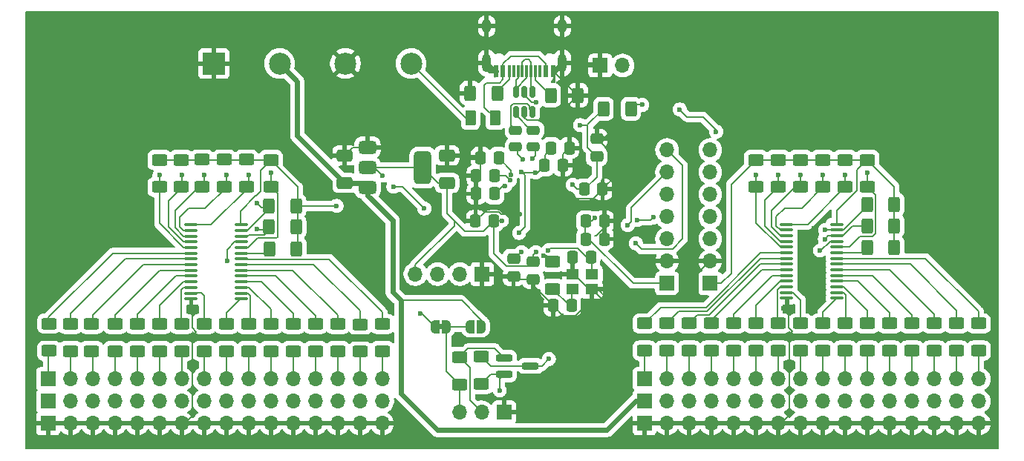
<source format=gbr>
%TF.GenerationSoftware,KiCad,Pcbnew,9.0.0*%
%TF.CreationDate,2025-03-06T16:27:56+01:00*%
%TF.ProjectId,mcuDevBoard,6d637544-6576-4426-9f61-72642e6b6963,rev?*%
%TF.SameCoordinates,Original*%
%TF.FileFunction,Copper,L1,Top*%
%TF.FilePolarity,Positive*%
%FSLAX46Y46*%
G04 Gerber Fmt 4.6, Leading zero omitted, Abs format (unit mm)*
G04 Created by KiCad (PCBNEW 9.0.0) date 2025-03-06 16:27:56*
%MOMM*%
%LPD*%
G01*
G04 APERTURE LIST*
G04 Aperture macros list*
%AMRoundRect*
0 Rectangle with rounded corners*
0 $1 Rounding radius*
0 $2 $3 $4 $5 $6 $7 $8 $9 X,Y pos of 4 corners*
0 Add a 4 corners polygon primitive as box body*
4,1,4,$2,$3,$4,$5,$6,$7,$8,$9,$2,$3,0*
0 Add four circle primitives for the rounded corners*
1,1,$1+$1,$2,$3*
1,1,$1+$1,$4,$5*
1,1,$1+$1,$6,$7*
1,1,$1+$1,$8,$9*
0 Add four rect primitives between the rounded corners*
20,1,$1+$1,$2,$3,$4,$5,0*
20,1,$1+$1,$4,$5,$6,$7,0*
20,1,$1+$1,$6,$7,$8,$9,0*
20,1,$1+$1,$8,$9,$2,$3,0*%
%AMFreePoly0*
4,1,23,0.500000,-0.750000,0.000000,-0.750000,0.000000,-0.745722,-0.065263,-0.745722,-0.191342,-0.711940,-0.304381,-0.646677,-0.396677,-0.554381,-0.461940,-0.441342,-0.495722,-0.315263,-0.495722,-0.250000,-0.500000,-0.250000,-0.500000,0.250000,-0.495722,0.250000,-0.495722,0.315263,-0.461940,0.441342,-0.396677,0.554381,-0.304381,0.646677,-0.191342,0.711940,-0.065263,0.745722,0.000000,0.745722,
0.000000,0.750000,0.500000,0.750000,0.500000,-0.750000,0.500000,-0.750000,$1*%
%AMFreePoly1*
4,1,23,0.000000,0.745722,0.065263,0.745722,0.191342,0.711940,0.304381,0.646677,0.396677,0.554381,0.461940,0.441342,0.495722,0.315263,0.495722,0.250000,0.500000,0.250000,0.500000,-0.250000,0.495722,-0.250000,0.495722,-0.315263,0.461940,-0.441342,0.396677,-0.554381,0.304381,-0.646677,0.191342,-0.711940,0.065263,-0.745722,0.000000,-0.745722,0.000000,-0.750000,-0.500000,-0.750000,
-0.500000,0.750000,0.000000,0.750000,0.000000,0.745722,0.000000,0.745722,$1*%
G04 Aperture macros list end*
%TA.AperFunction,EtchedComponent*%
%ADD10C,0.000000*%
%TD*%
%TA.AperFunction,SMDPad,CuDef*%
%ADD11RoundRect,0.250000X-0.337500X-0.475000X0.337500X-0.475000X0.337500X0.475000X-0.337500X0.475000X0*%
%TD*%
%TA.AperFunction,SMDPad,CuDef*%
%ADD12RoundRect,0.250000X-0.625000X0.400000X-0.625000X-0.400000X0.625000X-0.400000X0.625000X0.400000X0*%
%TD*%
%TA.AperFunction,SMDPad,CuDef*%
%ADD13RoundRect,0.150000X0.150000X-0.512500X0.150000X0.512500X-0.150000X0.512500X-0.150000X-0.512500X0*%
%TD*%
%TA.AperFunction,SMDPad,CuDef*%
%ADD14RoundRect,0.200000X-0.750000X-0.200000X0.750000X-0.200000X0.750000X0.200000X-0.750000X0.200000X0*%
%TD*%
%TA.AperFunction,SMDPad,CuDef*%
%ADD15RoundRect,0.250000X0.337500X0.475000X-0.337500X0.475000X-0.337500X-0.475000X0.337500X-0.475000X0*%
%TD*%
%TA.AperFunction,SMDPad,CuDef*%
%ADD16RoundRect,0.250000X0.650000X-0.412500X0.650000X0.412500X-0.650000X0.412500X-0.650000X-0.412500X0*%
%TD*%
%TA.AperFunction,ComponentPad*%
%ADD17R,1.700000X1.700000*%
%TD*%
%TA.AperFunction,ComponentPad*%
%ADD18O,1.700000X1.700000*%
%TD*%
%TA.AperFunction,SMDPad,CuDef*%
%ADD19RoundRect,0.250000X-0.400000X-0.625000X0.400000X-0.625000X0.400000X0.625000X-0.400000X0.625000X0*%
%TD*%
%TA.AperFunction,SMDPad,CuDef*%
%ADD20RoundRect,0.100000X-0.637500X-0.100000X0.637500X-0.100000X0.637500X0.100000X-0.637500X0.100000X0*%
%TD*%
%TA.AperFunction,SMDPad,CuDef*%
%ADD21RoundRect,0.375000X-0.625000X-0.375000X0.625000X-0.375000X0.625000X0.375000X-0.625000X0.375000X0*%
%TD*%
%TA.AperFunction,SMDPad,CuDef*%
%ADD22RoundRect,0.500000X-0.500000X-1.400000X0.500000X-1.400000X0.500000X1.400000X-0.500000X1.400000X0*%
%TD*%
%TA.AperFunction,SMDPad,CuDef*%
%ADD23RoundRect,0.250000X0.625000X-0.400000X0.625000X0.400000X-0.625000X0.400000X-0.625000X-0.400000X0*%
%TD*%
%TA.AperFunction,SMDPad,CuDef*%
%ADD24RoundRect,0.250000X-0.475000X0.250000X-0.475000X-0.250000X0.475000X-0.250000X0.475000X0.250000X0*%
%TD*%
%TA.AperFunction,SMDPad,CuDef*%
%ADD25R,1.400000X1.200000*%
%TD*%
%TA.AperFunction,SMDPad,CuDef*%
%ADD26RoundRect,0.250000X0.400000X0.625000X-0.400000X0.625000X-0.400000X-0.625000X0.400000X-0.625000X0*%
%TD*%
%TA.AperFunction,SMDPad,CuDef*%
%ADD27RoundRect,0.250000X0.375000X0.625000X-0.375000X0.625000X-0.375000X-0.625000X0.375000X-0.625000X0*%
%TD*%
%TA.AperFunction,SMDPad,CuDef*%
%ADD28R,0.600000X1.450000*%
%TD*%
%TA.AperFunction,SMDPad,CuDef*%
%ADD29R,0.300000X1.450000*%
%TD*%
%TA.AperFunction,ComponentPad*%
%ADD30O,1.000000X2.100000*%
%TD*%
%TA.AperFunction,ComponentPad*%
%ADD31O,1.000000X1.600000*%
%TD*%
%TA.AperFunction,SMDPad,CuDef*%
%ADD32FreePoly0,0.000000*%
%TD*%
%TA.AperFunction,SMDPad,CuDef*%
%ADD33FreePoly1,0.000000*%
%TD*%
%TA.AperFunction,SMDPad,CuDef*%
%ADD34RoundRect,0.250000X0.475000X-0.337500X0.475000X0.337500X-0.475000X0.337500X-0.475000X-0.337500X0*%
%TD*%
%TA.AperFunction,SMDPad,CuDef*%
%ADD35FreePoly0,180.000000*%
%TD*%
%TA.AperFunction,SMDPad,CuDef*%
%ADD36FreePoly1,180.000000*%
%TD*%
%TA.AperFunction,SMDPad,CuDef*%
%ADD37RoundRect,0.250000X-0.475000X0.337500X-0.475000X-0.337500X0.475000X-0.337500X0.475000X0.337500X0*%
%TD*%
%TA.AperFunction,ComponentPad*%
%ADD38R,2.500000X2.500000*%
%TD*%
%TA.AperFunction,ComponentPad*%
%ADD39C,2.500000*%
%TD*%
%TA.AperFunction,ViaPad*%
%ADD40C,0.600000*%
%TD*%
%TA.AperFunction,Conductor*%
%ADD41C,0.600000*%
%TD*%
%TA.AperFunction,Conductor*%
%ADD42C,0.200000*%
%TD*%
G04 APERTURE END LIST*
D10*
%TA.AperFunction,EtchedComponent*%
%TO.C,JP19*%
G36*
X113100000Y-104800000D02*
G01*
X112600000Y-104800000D01*
X112600000Y-104200000D01*
X113100000Y-104200000D01*
X113100000Y-104800000D01*
G37*
%TD.AperFunction*%
%TD*%
D11*
%TO.P,C13,1*%
%TO.N,+3.3V*%
X129425000Y-94500000D03*
%TO.P,C13,2*%
%TO.N,GND*%
X131500000Y-94500000D03*
%TD*%
%TO.P,C12,1*%
%TO.N,+1V1*%
X125462500Y-84100000D03*
%TO.P,C12,2*%
%TO.N,GND*%
X127537500Y-84100000D03*
%TD*%
D12*
%TO.P,R23,1*%
%TO.N,Net-(U2-LED13)*%
X169138600Y-104139400D03*
%TO.P,R23,2*%
%TO.N,Net-(J2-Pin_14)*%
X169138600Y-107239400D03*
%TD*%
D13*
%TO.P,U4,1,I/O1*%
%TO.N,D_P*%
X121450000Y-79980000D03*
%TO.P,U4,2,GND*%
%TO.N,GND*%
X122400000Y-79980000D03*
%TO.P,U4,3,I/O2*%
%TO.N,D_N*%
X123350000Y-79980000D03*
%TO.P,U4,4,I/O2*%
%TO.N,D_USB_N*%
X123350000Y-77705000D03*
%TO.P,U4,5,VBUS*%
%TO.N,+5V*%
X122400000Y-77705000D03*
%TO.P,U4,6,I/O1*%
%TO.N,D_USB_P*%
X121450000Y-77705000D03*
%TD*%
D11*
%TO.P,C15,1*%
%TO.N,GND*%
X127902500Y-96600000D03*
%TO.P,C15,2*%
%TO.N,XTAL_IN*%
X129977500Y-96600000D03*
%TD*%
D12*
%TO.P,R73,1*%
%TO.N,Net-(U6-LED15)*%
X106197400Y-104190200D03*
%TO.P,R73,2*%
%TO.N,Net-(J7-Pin_16)*%
X106197400Y-107290200D03*
%TD*%
%TO.P,R12,1*%
%TO.N,Net-(U2-LED2)*%
X141198600Y-104139400D03*
%TO.P,R12,2*%
%TO.N,Net-(J2-Pin_3)*%
X141198600Y-107239400D03*
%TD*%
D14*
%TO.P,Q1,1,D*%
%TO.N,ledHigh*%
X120100000Y-108050000D03*
%TO.P,Q1,2,G*%
%TO.N,+3.3V*%
X120100000Y-109950000D03*
%TO.P,Q1,3,S*%
%TO.N,ledLow*%
X123100000Y-109000000D03*
%TD*%
D12*
%TO.P,R58,1*%
%TO.N,Net-(U6-LED0)*%
X68228400Y-104165200D03*
%TO.P,R58,2*%
%TO.N,Net-(J7-Pin_1)*%
X68228400Y-107265200D03*
%TD*%
D15*
%TO.P,C4,1*%
%TO.N,GND*%
X131325000Y-88820000D03*
%TO.P,C4,2*%
%TO.N,+3.3V*%
X129250000Y-88820000D03*
%TD*%
D16*
%TO.P,C1,1*%
%TO.N,+12V*%
X101910000Y-88075000D03*
%TO.P,C1,2*%
%TO.N,GND*%
X101910000Y-84950000D03*
%TD*%
D12*
%TO.P,R67,1*%
%TO.N,Net-(U6-LED9)*%
X90978400Y-104220200D03*
%TO.P,R67,2*%
%TO.N,Net-(J7-Pin_10)*%
X90978400Y-107320200D03*
%TD*%
D17*
%TO.P,J1,1,Pin_1*%
%TO.N,GND*%
X131064000Y-74676000D03*
D18*
%TO.P,J1,2,Pin_2*%
%TO.N,Net-(J1-Pin_2)*%
X133604000Y-74676000D03*
%TD*%
D15*
%TO.P,C9,1*%
%TO.N,GND*%
X131507500Y-92440000D03*
%TO.P,C9,2*%
%TO.N,+3.3V*%
X129432500Y-92440000D03*
%TD*%
D19*
%TO.P,R8,1*%
%TO.N,GPIO0*%
X161492600Y-90576400D03*
%TO.P,R8,2*%
%TO.N,+3.3V*%
X164592600Y-90576400D03*
%TD*%
%TO.P,R7,1*%
%TO.N,Net-(U2-~{OE})*%
X161492600Y-95500000D03*
%TO.P,R7,2*%
%TO.N,+3.3V*%
X164592600Y-95500000D03*
%TD*%
%TO.P,R35,1*%
%TO.N,/CC1*%
X125424000Y-78079600D03*
%TO.P,R35,2*%
%TO.N,GND*%
X128524000Y-78079600D03*
%TD*%
D20*
%TO.P,U6,1,A0*%
%TO.N,Net-(JP4-A)*%
X84403400Y-92878200D03*
%TO.P,U6,2,A1*%
%TO.N,Net-(JP3-A)*%
X84403400Y-93528200D03*
%TO.P,U6,3,A2*%
%TO.N,Net-(JP5-A)*%
X84403400Y-94178200D03*
%TO.P,U6,4,A3*%
%TO.N,Net-(JP7-A)*%
X84403400Y-94828200D03*
%TO.P,U6,5,A4*%
%TO.N,Net-(JP9-A)*%
X84403400Y-95478200D03*
%TO.P,U6,6,LED0*%
%TO.N,Net-(U6-LED0)*%
X84403400Y-96128200D03*
%TO.P,U6,7,LED1*%
%TO.N,Net-(U6-LED1)*%
X84403400Y-96778200D03*
%TO.P,U6,8,LED2*%
%TO.N,Net-(U6-LED2)*%
X84403400Y-97428200D03*
%TO.P,U6,9,LED3*%
%TO.N,Net-(U6-LED3)*%
X84403400Y-98078200D03*
%TO.P,U6,10,LED4*%
%TO.N,Net-(U6-LED4)*%
X84403400Y-98728200D03*
%TO.P,U6,11,LED5*%
%TO.N,Net-(U6-LED5)*%
X84403400Y-99378200D03*
%TO.P,U6,12,LED6*%
%TO.N,Net-(U6-LED6)*%
X84403400Y-100028200D03*
%TO.P,U6,13,LED7*%
%TO.N,Net-(U6-LED7)*%
X84403400Y-100678200D03*
%TO.P,U6,14,VSS*%
%TO.N,GND*%
X84403400Y-101328200D03*
%TO.P,U6,15,LED8*%
%TO.N,Net-(U6-LED8)*%
X90128400Y-101328200D03*
%TO.P,U6,16,LED9*%
%TO.N,Net-(U6-LED9)*%
X90128400Y-100678200D03*
%TO.P,U6,17,LED10*%
%TO.N,Net-(U6-LED10)*%
X90128400Y-100028200D03*
%TO.P,U6,18,LED11*%
%TO.N,Net-(U6-LED11)*%
X90128400Y-99378200D03*
%TO.P,U6,19,LED12*%
%TO.N,Net-(U6-LED12)*%
X90128400Y-98728200D03*
%TO.P,U6,20,LED13*%
%TO.N,Net-(U6-LED13)*%
X90128400Y-98078200D03*
%TO.P,U6,21,LED14*%
%TO.N,Net-(U6-LED14)*%
X90128400Y-97428200D03*
%TO.P,U6,22,LED15*%
%TO.N,Net-(U6-LED15)*%
X90128400Y-96778200D03*
%TO.P,U6,23,~{OE}*%
%TO.N,Net-(U6-~{OE})*%
X90128400Y-96128200D03*
%TO.P,U6,24,A5*%
%TO.N,Net-(JP11-A)*%
X90128400Y-95478200D03*
%TO.P,U6,25,EXTCLK*%
%TO.N,Net-(JP13-A)*%
X90128400Y-94828200D03*
%TO.P,U6,26,SCL*%
%TO.N,GPIO1*%
X90128400Y-94178200D03*
%TO.P,U6,27,SDA*%
%TO.N,GPIO0*%
X90128400Y-93528200D03*
%TO.P,U6,28,VDD*%
%TO.N,+3.3V*%
X90128400Y-92878200D03*
%TD*%
D21*
%TO.P,U3,1,GND*%
%TO.N,GND*%
X104512500Y-84029500D03*
%TO.P,U3,2,VO*%
%TO.N,+3.3V*%
X104512500Y-86329500D03*
D22*
X110812500Y-86329500D03*
D21*
%TO.P,U3,3,VI*%
%TO.N,+12V*%
X104512500Y-88629500D03*
%TD*%
D19*
%TO.P,R53,1*%
%TO.N,Net-(U6-~{OE})*%
X93320000Y-95600000D03*
%TO.P,R53,2*%
%TO.N,+3.3V*%
X96420000Y-95600000D03*
%TD*%
D12*
%TO.P,R10,1*%
%TO.N,Net-(U2-LED0)*%
X136118600Y-104139400D03*
%TO.P,R10,2*%
%TO.N,Net-(J2-Pin_1)*%
X136118600Y-107239400D03*
%TD*%
D23*
%TO.P,R47,1*%
%TO.N,Net-(JP9-A)*%
X80803400Y-88570200D03*
%TO.P,R47,2*%
%TO.N,+3.3V*%
X80803400Y-85470200D03*
%TD*%
D19*
%TO.P,R33,1*%
%TO.N,+3.3V*%
X131445000Y-79629000D03*
%TO.P,R33,2*%
%TO.N,QSPI_SS*%
X134545000Y-79629000D03*
%TD*%
D17*
%TO.P,J15,1,Pin_1*%
%TO.N,GND*%
X120100000Y-114300000D03*
D18*
%TO.P,J15,2,Pin_2*%
%TO.N,ledHigh*%
X117560000Y-114300000D03*
%TO.P,J15,3,Pin_3*%
%TO.N,ledVcc*%
X115020000Y-114300000D03*
%TD*%
D23*
%TO.P,R34,1*%
%TO.N,/XTAL_O*%
X125610000Y-100200000D03*
%TO.P,R34,2*%
%TO.N,XTAL_OUT*%
X125610000Y-97100000D03*
%TD*%
D12*
%TO.P,R24,1*%
%TO.N,Net-(U2-LED14)*%
X171678600Y-104139400D03*
%TO.P,R24,2*%
%TO.N,Net-(J2-Pin_15)*%
X171678600Y-107239400D03*
%TD*%
D24*
%TO.P,R38,1*%
%TO.N,D_N*%
X121412000Y-82080000D03*
%TO.P,R38,2*%
%TO.N,Net-(U1-USB_DM)*%
X121412000Y-83980000D03*
%TD*%
D23*
%TO.P,R1,1*%
%TO.N,Net-(JP1-A)*%
X158978600Y-88544400D03*
%TO.P,R1,2*%
%TO.N,+3.3V*%
X158978600Y-85444400D03*
%TD*%
D25*
%TO.P,Y1,1,1*%
%TO.N,/XTAL_O*%
X127930000Y-100240000D03*
%TO.P,Y1,2,2*%
%TO.N,GND*%
X130130000Y-100240000D03*
%TO.P,Y1,3,3*%
%TO.N,XTAL_IN*%
X130130000Y-98540000D03*
%TO.P,Y1,4,4*%
%TO.N,GND*%
X127930000Y-98540000D03*
%TD*%
D11*
%TO.P,C16,1*%
%TO.N,GND*%
X125708500Y-102108000D03*
%TO.P,C16,2*%
%TO.N,/XTAL_O*%
X127783500Y-102108000D03*
%TD*%
D23*
%TO.P,R45,1*%
%TO.N,Net-(JP5-A)*%
X85623400Y-88520200D03*
%TO.P,R45,2*%
%TO.N,+3.3V*%
X85623400Y-85420200D03*
%TD*%
D26*
%TO.P,R36,1*%
%TO.N,/CC2*%
X119304400Y-77825600D03*
%TO.P,R36,2*%
%TO.N,GND*%
X116204400Y-77825600D03*
%TD*%
D23*
%TO.P,R4,1*%
%TO.N,Net-(JP8-A)*%
X151358600Y-88544400D03*
%TO.P,R4,2*%
%TO.N,+3.3V*%
X151358600Y-85444400D03*
%TD*%
D19*
%TO.P,R9,1*%
%TO.N,GPIO1*%
X161492600Y-92989400D03*
%TO.P,R9,2*%
%TO.N,+3.3V*%
X164592600Y-92989400D03*
%TD*%
D12*
%TO.P,R11,1*%
%TO.N,Net-(U2-LED1)*%
X138658600Y-104139400D03*
%TO.P,R11,2*%
%TO.N,Net-(J2-Pin_2)*%
X138658600Y-107239400D03*
%TD*%
%TO.P,R18,1*%
%TO.N,Net-(U2-LED8)*%
X156438600Y-104139400D03*
%TO.P,R18,2*%
%TO.N,Net-(J2-Pin_9)*%
X156438600Y-107239400D03*
%TD*%
%TO.P,R63,1*%
%TO.N,Net-(U6-LED5)*%
X80797400Y-104190200D03*
%TO.P,R63,2*%
%TO.N,Net-(J7-Pin_6)*%
X80797400Y-107290200D03*
%TD*%
%TO.P,R59,1*%
%TO.N,Net-(U6-LED1)*%
X70653400Y-104190200D03*
%TO.P,R59,2*%
%TO.N,Net-(J7-Pin_2)*%
X70653400Y-107290200D03*
%TD*%
D20*
%TO.P,U2,1,A0*%
%TO.N,Net-(JP1-A)*%
X152306100Y-92809400D03*
%TO.P,U2,2,A1*%
%TO.N,Net-(JP2-A)*%
X152306100Y-93459400D03*
%TO.P,U2,3,A2*%
%TO.N,Net-(JP6-A)*%
X152306100Y-94109400D03*
%TO.P,U2,4,A3*%
%TO.N,Net-(JP8-A)*%
X152306100Y-94759400D03*
%TO.P,U2,5,A4*%
%TO.N,Net-(JP10-A)*%
X152306100Y-95409400D03*
%TO.P,U2,6,LED0*%
%TO.N,Net-(U2-LED0)*%
X152306100Y-96059400D03*
%TO.P,U2,7,LED1*%
%TO.N,Net-(U2-LED1)*%
X152306100Y-96709400D03*
%TO.P,U2,8,LED2*%
%TO.N,Net-(U2-LED2)*%
X152306100Y-97359400D03*
%TO.P,U2,9,LED3*%
%TO.N,Net-(U2-LED3)*%
X152306100Y-98009400D03*
%TO.P,U2,10,LED4*%
%TO.N,Net-(U2-LED4)*%
X152306100Y-98659400D03*
%TO.P,U2,11,LED5*%
%TO.N,Net-(U2-LED5)*%
X152306100Y-99309400D03*
%TO.P,U2,12,LED6*%
%TO.N,Net-(U2-LED6)*%
X152306100Y-99959400D03*
%TO.P,U2,13,LED7*%
%TO.N,Net-(U2-LED7)*%
X152306100Y-100609400D03*
%TO.P,U2,14,VSS*%
%TO.N,GND*%
X152306100Y-101259400D03*
%TO.P,U2,15,LED8*%
%TO.N,Net-(U2-LED8)*%
X158031100Y-101259400D03*
%TO.P,U2,16,LED9*%
%TO.N,Net-(U2-LED9)*%
X158031100Y-100609400D03*
%TO.P,U2,17,LED10*%
%TO.N,Net-(U2-LED10)*%
X158031100Y-99959400D03*
%TO.P,U2,18,LED11*%
%TO.N,Net-(U2-LED11)*%
X158031100Y-99309400D03*
%TO.P,U2,19,LED12*%
%TO.N,Net-(U2-LED12)*%
X158031100Y-98659400D03*
%TO.P,U2,20,LED13*%
%TO.N,Net-(U2-LED13)*%
X158031100Y-98009400D03*
%TO.P,U2,21,LED14*%
%TO.N,Net-(U2-LED14)*%
X158031100Y-97359400D03*
%TO.P,U2,22,LED15*%
%TO.N,Net-(U2-LED15)*%
X158031100Y-96709400D03*
%TO.P,U2,23,~{OE}*%
%TO.N,Net-(U2-~{OE})*%
X158031100Y-96059400D03*
%TO.P,U2,24,A5*%
%TO.N,Net-(JP12-A)*%
X158031100Y-95409400D03*
%TO.P,U2,25,EXTCLK*%
%TO.N,Net-(JP14-A)*%
X158031100Y-94759400D03*
%TO.P,U2,26,SCL*%
%TO.N,GPIO1*%
X158031100Y-94109400D03*
%TO.P,U2,27,SDA*%
%TO.N,GPIO0*%
X158031100Y-93459400D03*
%TO.P,U2,28,VDD*%
%TO.N,+3.3V*%
X158031100Y-92809400D03*
%TD*%
D23*
%TO.P,R3,1*%
%TO.N,Net-(JP6-A)*%
X153898600Y-88544400D03*
%TO.P,R3,2*%
%TO.N,+3.3V*%
X153898600Y-85444400D03*
%TD*%
D12*
%TO.P,R65,1*%
%TO.N,Net-(U6-LED7)*%
X85877400Y-104190200D03*
%TO.P,R65,2*%
%TO.N,Net-(J7-Pin_8)*%
X85877400Y-107290200D03*
%TD*%
D17*
%TO.P,J5,1,Pin_1*%
%TO.N,+12V*%
X136118600Y-113030000D03*
D18*
%TO.P,J5,2,Pin_2*%
X138658600Y-113030000D03*
%TO.P,J5,3,Pin_3*%
X141198600Y-113030000D03*
%TO.P,J5,4,Pin_4*%
X143738600Y-113030000D03*
%TO.P,J5,5,Pin_5*%
X146278600Y-113030000D03*
%TO.P,J5,6,Pin_6*%
X148818600Y-113030000D03*
%TO.P,J5,7,Pin_7*%
X151358600Y-113030000D03*
%TO.P,J5,8,Pin_8*%
X153898600Y-113030000D03*
%TO.P,J5,9,Pin_9*%
X156438600Y-113030000D03*
%TO.P,J5,10,Pin_10*%
X158978600Y-113030000D03*
%TO.P,J5,11,Pin_11*%
X161518600Y-113030000D03*
%TO.P,J5,12,Pin_12*%
X164058600Y-113030000D03*
%TO.P,J5,13,Pin_13*%
X166598600Y-113030000D03*
%TO.P,J5,14,Pin_14*%
X169138600Y-113030000D03*
%TO.P,J5,15,Pin_15*%
X171678600Y-113030000D03*
%TO.P,J5,16,Pin_16*%
X174218600Y-113030000D03*
%TD*%
D12*
%TO.P,R25,1*%
%TO.N,Net-(U2-LED15)*%
X174218600Y-104139400D03*
%TO.P,R25,2*%
%TO.N,Net-(J2-Pin_16)*%
X174218600Y-107239400D03*
%TD*%
%TO.P,R13,1*%
%TO.N,Net-(U2-LED3)*%
X143738600Y-104139400D03*
%TO.P,R13,2*%
%TO.N,Net-(J2-Pin_4)*%
X143738600Y-107239400D03*
%TD*%
D27*
%TO.P,F1,1*%
%TO.N,VBUS*%
X119081200Y-80670400D03*
%TO.P,F1,2*%
%TO.N,+5V*%
X116281200Y-80670400D03*
%TD*%
D12*
%TO.P,R71,1*%
%TO.N,Net-(U6-LED13)*%
X101117400Y-104190200D03*
%TO.P,R71,2*%
%TO.N,Net-(J7-Pin_14)*%
X101117400Y-107290200D03*
%TD*%
D28*
%TO.P,J3,A1,GND*%
%TO.N,GND*%
X125680000Y-75285000D03*
%TO.P,J3,A4,VBUS*%
%TO.N,VBUS*%
X124880000Y-75285000D03*
D29*
%TO.P,J3,A5,CC1*%
%TO.N,/CC1*%
X123680000Y-75285000D03*
%TO.P,J3,A6,D+*%
%TO.N,D_USB_P*%
X122680000Y-75285000D03*
%TO.P,J3,A7,D-*%
%TO.N,D_USB_N*%
X122180000Y-75285000D03*
%TO.P,J3,A8,SBU1*%
%TO.N,unconnected-(J3-SBU1-PadA8)*%
X121180000Y-75285000D03*
D28*
%TO.P,J3,A9,VBUS*%
%TO.N,VBUS*%
X119980000Y-75285000D03*
%TO.P,J3,A12,GND*%
%TO.N,GND*%
X119180000Y-75285000D03*
%TO.P,J3,B1,GND*%
X119180000Y-75285000D03*
%TO.P,J3,B4,VBUS*%
%TO.N,VBUS*%
X119980000Y-75285000D03*
D29*
%TO.P,J3,B5,CC2*%
%TO.N,/CC2*%
X120680000Y-75285000D03*
%TO.P,J3,B6,D+*%
%TO.N,D_USB_P*%
X121680000Y-75285000D03*
%TO.P,J3,B7,D-*%
%TO.N,D_USB_N*%
X123180000Y-75285000D03*
%TO.P,J3,B8,SBU2*%
%TO.N,unconnected-(J3-SBU2-PadB8)*%
X124180000Y-75285000D03*
D28*
%TO.P,J3,B9,VBUS*%
%TO.N,VBUS*%
X124880000Y-75285000D03*
%TO.P,J3,B12,GND*%
%TO.N,GND*%
X125680000Y-75285000D03*
D30*
%TO.P,J3,S1,SHIELD*%
X126750000Y-74370000D03*
D31*
X126750000Y-70190000D03*
D30*
X118110000Y-74370000D03*
D31*
X118110000Y-70190000D03*
%TD*%
D19*
%TO.P,R57,1*%
%TO.N,GPIO1*%
X93300000Y-93100000D03*
%TO.P,R57,2*%
%TO.N,+3.3V*%
X96400000Y-93100000D03*
%TD*%
D12*
%TO.P,R42,1*%
%TO.N,ledLow*%
X117500000Y-107949200D03*
%TO.P,R42,2*%
%TO.N,+3.3V*%
X117500000Y-111049200D03*
%TD*%
D11*
%TO.P,C11,1*%
%TO.N,+1V1*%
X124714000Y-86106000D03*
%TO.P,C11,2*%
%TO.N,GND*%
X126789000Y-86106000D03*
%TD*%
D17*
%TO.P,J9,1,Pin_1*%
%TO.N,+5V*%
X68097400Y-113030000D03*
D18*
%TO.P,J9,2,Pin_2*%
X70637400Y-113030000D03*
%TO.P,J9,3,Pin_3*%
X73177400Y-113030000D03*
%TO.P,J9,4,Pin_4*%
X75717400Y-113030000D03*
%TO.P,J9,5,Pin_5*%
X78257400Y-113030000D03*
%TO.P,J9,6,Pin_6*%
X80797400Y-113030000D03*
%TO.P,J9,7,Pin_7*%
X83337400Y-113030000D03*
%TO.P,J9,8,Pin_8*%
X85877400Y-113030000D03*
%TO.P,J9,9,Pin_9*%
X88417400Y-113030000D03*
%TO.P,J9,10,Pin_10*%
X90957400Y-113030000D03*
%TO.P,J9,11,Pin_11*%
X93497400Y-113030000D03*
%TO.P,J9,12,Pin_12*%
X96037400Y-113030000D03*
%TO.P,J9,13,Pin_13*%
X98577400Y-113030000D03*
%TO.P,J9,14,Pin_14*%
X101117400Y-113030000D03*
%TO.P,J9,15,Pin_15*%
X103657400Y-113030000D03*
%TO.P,J9,16,Pin_16*%
X106197400Y-113030000D03*
%TD*%
D11*
%TO.P,C3,1*%
%TO.N,GND*%
X116845000Y-92420000D03*
%TO.P,C3,2*%
%TO.N,+3.3V*%
X118920000Y-92420000D03*
%TD*%
%TO.P,C7,1*%
%TO.N,GND*%
X116915000Y-89330000D03*
%TO.P,C7,2*%
%TO.N,+3.3V*%
X118990000Y-89330000D03*
%TD*%
D12*
%TO.P,R41,1*%
%TO.N,ledHigh*%
X115000000Y-108000000D03*
%TO.P,R41,2*%
%TO.N,ledVcc*%
X115000000Y-111100000D03*
%TD*%
%TO.P,R68,1*%
%TO.N,Net-(U6-LED10)*%
X93497400Y-104190200D03*
%TO.P,R68,2*%
%TO.N,Net-(J7-Pin_11)*%
X93497400Y-107290200D03*
%TD*%
D17*
%TO.P,J4,1,Pin_1*%
%TO.N,GND*%
X136118600Y-115570000D03*
D18*
%TO.P,J4,2,Pin_2*%
X138658600Y-115570000D03*
%TO.P,J4,3,Pin_3*%
X141198600Y-115570000D03*
%TO.P,J4,4,Pin_4*%
X143738600Y-115570000D03*
%TO.P,J4,5,Pin_5*%
X146278600Y-115570000D03*
%TO.P,J4,6,Pin_6*%
X148818600Y-115570000D03*
%TO.P,J4,7,Pin_7*%
X151358600Y-115570000D03*
%TO.P,J4,8,Pin_8*%
X153898600Y-115570000D03*
%TO.P,J4,9,Pin_9*%
X156438600Y-115570000D03*
%TO.P,J4,10,Pin_10*%
X158978600Y-115570000D03*
%TO.P,J4,11,Pin_11*%
X161518600Y-115570000D03*
%TO.P,J4,12,Pin_12*%
X164058600Y-115570000D03*
%TO.P,J4,13,Pin_13*%
X166598600Y-115570000D03*
%TO.P,J4,14,Pin_14*%
X169138600Y-115570000D03*
%TO.P,J4,15,Pin_15*%
X171678600Y-115570000D03*
%TO.P,J4,16,Pin_16*%
X174218600Y-115570000D03*
%TD*%
D32*
%TO.P,JP19,1,A*%
%TO.N,+5V*%
X112200000Y-104500000D03*
D33*
%TO.P,JP19,2,B*%
%TO.N,ledVcc*%
X113500000Y-104500000D03*
%TD*%
D12*
%TO.P,R62,1*%
%TO.N,Net-(U6-LED4)*%
X78303400Y-104190200D03*
%TO.P,R62,2*%
%TO.N,Net-(J7-Pin_5)*%
X78303400Y-107290200D03*
%TD*%
D34*
%TO.P,C5,1*%
%TO.N,GND*%
X123420000Y-99125000D03*
%TO.P,C5,2*%
%TO.N,+3.3V*%
X123420000Y-97050000D03*
%TD*%
D11*
%TO.P,C6,1*%
%TO.N,GND*%
X117415000Y-85210000D03*
%TO.P,C6,2*%
%TO.N,+3.3V*%
X119490000Y-85210000D03*
%TD*%
D12*
%TO.P,R16,1*%
%TO.N,Net-(U2-LED6)*%
X151358600Y-104139400D03*
%TO.P,R16,2*%
%TO.N,Net-(J2-Pin_7)*%
X151358600Y-107239400D03*
%TD*%
D17*
%TO.P,J13,1,Pin_1*%
%TO.N,+3.3V*%
X143600000Y-99568000D03*
D18*
%TO.P,J13,2,Pin_2*%
%TO.N,GND*%
X143600000Y-97028000D03*
%TO.P,J13,3,Pin_3*%
%TO.N,GPIO7*%
X143600000Y-94488000D03*
%TO.P,J13,4,Pin_4*%
%TO.N,GPIO6*%
X143600000Y-91948000D03*
%TO.P,J13,5,Pin_5*%
%TO.N,CS_DISPLAY2*%
X143600000Y-89408000D03*
%TO.P,J13,6,Pin_6*%
%TO.N,DC_DISPLAY2*%
X143600000Y-86868000D03*
%TO.P,J13,7,Pin_7*%
%TO.N,GPIO12*%
X143600000Y-84328000D03*
%TD*%
D12*
%TO.P,R61,1*%
%TO.N,Net-(U6-LED3)*%
X75753400Y-104190200D03*
%TO.P,R61,2*%
%TO.N,Net-(J7-Pin_4)*%
X75753400Y-107290200D03*
%TD*%
D23*
%TO.P,R2,1*%
%TO.N,Net-(JP2-A)*%
X156438600Y-88544400D03*
%TO.P,R2,2*%
%TO.N,+3.3V*%
X156438600Y-85444400D03*
%TD*%
D35*
%TO.P,JP15,1,A*%
%TO.N,+12V*%
X117500000Y-104500000D03*
D36*
%TO.P,JP15,2,B*%
%TO.N,ledVcc*%
X116200000Y-104500000D03*
%TD*%
D23*
%TO.P,R6,1*%
%TO.N,Net-(JP12-A)*%
X161518600Y-88544400D03*
%TO.P,R6,2*%
%TO.N,+3.3V*%
X161518600Y-85444400D03*
%TD*%
D12*
%TO.P,R60,1*%
%TO.N,Net-(U6-LED2)*%
X73053400Y-104190200D03*
%TO.P,R60,2*%
%TO.N,Net-(J7-Pin_3)*%
X73053400Y-107290200D03*
%TD*%
%TO.P,R64,1*%
%TO.N,Net-(U6-LED6)*%
X83337400Y-104190200D03*
%TO.P,R64,2*%
%TO.N,Net-(J7-Pin_7)*%
X83337400Y-107290200D03*
%TD*%
D17*
%TO.P,J12,1,Pin_1*%
%TO.N,+3.3V*%
X138684000Y-99568000D03*
D18*
%TO.P,J12,2,Pin_2*%
%TO.N,GND*%
X138684000Y-97028000D03*
%TO.P,J12,3,Pin_3*%
%TO.N,GPIO7*%
X138684000Y-94488000D03*
%TO.P,J12,4,Pin_4*%
%TO.N,GPIO6*%
X138684000Y-91948000D03*
%TO.P,J12,5,Pin_5*%
%TO.N,CS_DISPLAY1*%
X138684000Y-89408000D03*
%TO.P,J12,6,Pin_6*%
%TO.N,DC_DISPLAY1*%
X138684000Y-86868000D03*
%TO.P,J12,7,Pin_7*%
%TO.N,GPIO11*%
X138684000Y-84328000D03*
%TD*%
D24*
%TO.P,R37,1*%
%TO.N,D_P*%
X123444000Y-82070000D03*
%TO.P,R37,2*%
%TO.N,Net-(U1-USB_DP)*%
X123444000Y-83970000D03*
%TD*%
D17*
%TO.P,J7,1,Pin_1*%
%TO.N,Net-(J7-Pin_1)*%
X68097400Y-110490000D03*
D18*
%TO.P,J7,2,Pin_2*%
%TO.N,Net-(J7-Pin_2)*%
X70637400Y-110490000D03*
%TO.P,J7,3,Pin_3*%
%TO.N,Net-(J7-Pin_3)*%
X73177400Y-110490000D03*
%TO.P,J7,4,Pin_4*%
%TO.N,Net-(J7-Pin_4)*%
X75717400Y-110490000D03*
%TO.P,J7,5,Pin_5*%
%TO.N,Net-(J7-Pin_5)*%
X78257400Y-110490000D03*
%TO.P,J7,6,Pin_6*%
%TO.N,Net-(J7-Pin_6)*%
X80797400Y-110490000D03*
%TO.P,J7,7,Pin_7*%
%TO.N,Net-(J7-Pin_7)*%
X83337400Y-110490000D03*
%TO.P,J7,8,Pin_8*%
%TO.N,Net-(J7-Pin_8)*%
X85877400Y-110490000D03*
%TO.P,J7,9,Pin_9*%
%TO.N,Net-(J7-Pin_9)*%
X88417400Y-110490000D03*
%TO.P,J7,10,Pin_10*%
%TO.N,Net-(J7-Pin_10)*%
X90957400Y-110490000D03*
%TO.P,J7,11,Pin_11*%
%TO.N,Net-(J7-Pin_11)*%
X93497400Y-110490000D03*
%TO.P,J7,12,Pin_12*%
%TO.N,Net-(J7-Pin_12)*%
X96037400Y-110490000D03*
%TO.P,J7,13,Pin_13*%
%TO.N,Net-(J7-Pin_13)*%
X98577400Y-110490000D03*
%TO.P,J7,14,Pin_14*%
%TO.N,Net-(J7-Pin_14)*%
X101117400Y-110490000D03*
%TO.P,J7,15,Pin_15*%
%TO.N,Net-(J7-Pin_15)*%
X103657400Y-110490000D03*
%TO.P,J7,16,Pin_16*%
%TO.N,Net-(J7-Pin_16)*%
X106197400Y-110490000D03*
%TD*%
D23*
%TO.P,R5,1*%
%TO.N,Net-(JP10-A)*%
X148818600Y-88544400D03*
%TO.P,R5,2*%
%TO.N,+3.3V*%
X148818600Y-85444400D03*
%TD*%
D34*
%TO.P,C14,1*%
%TO.N,+3.3V*%
X130657600Y-85086100D03*
%TO.P,C14,2*%
%TO.N,GND*%
X130657600Y-83011100D03*
%TD*%
D17*
%TO.P,J10,1,Pin_1*%
%TO.N,GND*%
X117600000Y-98500000D03*
D18*
%TO.P,J10,2,Pin_2*%
%TO.N,RX*%
X115060000Y-98500000D03*
%TO.P,J10,3,Pin_3*%
%TO.N,TX*%
X112520000Y-98500000D03*
%TO.P,J10,4,Pin_4*%
%TO.N,+3.3V*%
X109980000Y-98500000D03*
%TD*%
D17*
%TO.P,J2,1,Pin_1*%
%TO.N,Net-(J2-Pin_1)*%
X136118600Y-110490000D03*
D18*
%TO.P,J2,2,Pin_2*%
%TO.N,Net-(J2-Pin_2)*%
X138658600Y-110490000D03*
%TO.P,J2,3,Pin_3*%
%TO.N,Net-(J2-Pin_3)*%
X141198600Y-110490000D03*
%TO.P,J2,4,Pin_4*%
%TO.N,Net-(J2-Pin_4)*%
X143738600Y-110490000D03*
%TO.P,J2,5,Pin_5*%
%TO.N,Net-(J2-Pin_5)*%
X146278600Y-110490000D03*
%TO.P,J2,6,Pin_6*%
%TO.N,Net-(J2-Pin_6)*%
X148818600Y-110490000D03*
%TO.P,J2,7,Pin_7*%
%TO.N,Net-(J2-Pin_7)*%
X151358600Y-110490000D03*
%TO.P,J2,8,Pin_8*%
%TO.N,Net-(J2-Pin_8)*%
X153898600Y-110490000D03*
%TO.P,J2,9,Pin_9*%
%TO.N,Net-(J2-Pin_9)*%
X156438600Y-110490000D03*
%TO.P,J2,10,Pin_10*%
%TO.N,Net-(J2-Pin_10)*%
X158978600Y-110490000D03*
%TO.P,J2,11,Pin_11*%
%TO.N,Net-(J2-Pin_11)*%
X161518600Y-110490000D03*
%TO.P,J2,12,Pin_12*%
%TO.N,Net-(J2-Pin_12)*%
X164058600Y-110490000D03*
%TO.P,J2,13,Pin_13*%
%TO.N,Net-(J2-Pin_13)*%
X166598600Y-110490000D03*
%TO.P,J2,14,Pin_14*%
%TO.N,Net-(J2-Pin_14)*%
X169138600Y-110490000D03*
%TO.P,J2,15,Pin_15*%
%TO.N,Net-(J2-Pin_15)*%
X171678600Y-110490000D03*
%TO.P,J2,16,Pin_16*%
%TO.N,Net-(J2-Pin_16)*%
X174218600Y-110490000D03*
%TD*%
D16*
%TO.P,C2,1*%
%TO.N,+3.3V*%
X113594000Y-88075000D03*
%TO.P,C2,2*%
%TO.N,GND*%
X113594000Y-84950000D03*
%TD*%
D23*
%TO.P,R43,1*%
%TO.N,Net-(JP4-A)*%
X90703400Y-88520200D03*
%TO.P,R43,2*%
%TO.N,+3.3V*%
X90703400Y-85420200D03*
%TD*%
D12*
%TO.P,R19,1*%
%TO.N,Net-(U2-LED9)*%
X158978600Y-104139400D03*
%TO.P,R19,2*%
%TO.N,Net-(J2-Pin_10)*%
X158978600Y-107239400D03*
%TD*%
D23*
%TO.P,R46,1*%
%TO.N,Net-(JP7-A)*%
X83303400Y-88570200D03*
%TO.P,R46,2*%
%TO.N,+3.3V*%
X83303400Y-85470200D03*
%TD*%
D11*
%TO.P,C8,1*%
%TO.N,GND*%
X116915000Y-87270000D03*
%TO.P,C8,2*%
%TO.N,+3.3V*%
X118990000Y-87270000D03*
%TD*%
D12*
%TO.P,R69,1*%
%TO.N,Net-(U6-LED11)*%
X96037400Y-104190200D03*
%TO.P,R69,2*%
%TO.N,Net-(J7-Pin_12)*%
X96037400Y-107290200D03*
%TD*%
%TO.P,R20,1*%
%TO.N,Net-(U2-LED10)*%
X161518600Y-104139400D03*
%TO.P,R20,2*%
%TO.N,Net-(J2-Pin_11)*%
X161518600Y-107239400D03*
%TD*%
D17*
%TO.P,J8,1,Pin_1*%
%TO.N,GND*%
X68097400Y-115570000D03*
D18*
%TO.P,J8,2,Pin_2*%
X70637400Y-115570000D03*
%TO.P,J8,3,Pin_3*%
X73177400Y-115570000D03*
%TO.P,J8,4,Pin_4*%
X75717400Y-115570000D03*
%TO.P,J8,5,Pin_5*%
X78257400Y-115570000D03*
%TO.P,J8,6,Pin_6*%
X80797400Y-115570000D03*
%TO.P,J8,7,Pin_7*%
X83337400Y-115570000D03*
%TO.P,J8,8,Pin_8*%
X85877400Y-115570000D03*
%TO.P,J8,9,Pin_9*%
X88417400Y-115570000D03*
%TO.P,J8,10,Pin_10*%
X90957400Y-115570000D03*
%TO.P,J8,11,Pin_11*%
X93497400Y-115570000D03*
%TO.P,J8,12,Pin_12*%
X96037400Y-115570000D03*
%TO.P,J8,13,Pin_13*%
X98577400Y-115570000D03*
%TO.P,J8,14,Pin_14*%
X101117400Y-115570000D03*
%TO.P,J8,15,Pin_15*%
X103657400Y-115570000D03*
%TO.P,J8,16,Pin_16*%
X106197400Y-115570000D03*
%TD*%
D37*
%TO.P,C10,1*%
%TO.N,+1V1*%
X121170000Y-96702500D03*
%TO.P,C10,2*%
%TO.N,GND*%
X121170000Y-98777500D03*
%TD*%
D12*
%TO.P,R17,1*%
%TO.N,Net-(U2-LED7)*%
X153898600Y-104139400D03*
%TO.P,R17,2*%
%TO.N,Net-(J2-Pin_8)*%
X153898600Y-107239400D03*
%TD*%
%TO.P,R66,1*%
%TO.N,Net-(U6-LED8)*%
X88417400Y-104190200D03*
%TO.P,R66,2*%
%TO.N,Net-(J7-Pin_9)*%
X88417400Y-107290200D03*
%TD*%
%TO.P,R72,1*%
%TO.N,Net-(U6-LED14)*%
X103700000Y-104250000D03*
%TO.P,R72,2*%
%TO.N,Net-(J7-Pin_15)*%
X103700000Y-107350000D03*
%TD*%
%TO.P,R15,1*%
%TO.N,Net-(U2-LED5)*%
X148818600Y-104139400D03*
%TO.P,R15,2*%
%TO.N,Net-(J2-Pin_6)*%
X148818600Y-107239400D03*
%TD*%
D19*
%TO.P,R56,1*%
%TO.N,GPIO0*%
X93280000Y-90700000D03*
%TO.P,R56,2*%
%TO.N,+3.3V*%
X96380000Y-90700000D03*
%TD*%
D12*
%TO.P,R21,1*%
%TO.N,Net-(U2-LED11)*%
X164058600Y-104139400D03*
%TO.P,R21,2*%
%TO.N,Net-(J2-Pin_12)*%
X164058600Y-107239400D03*
%TD*%
D23*
%TO.P,R48,1*%
%TO.N,Net-(JP11-A)*%
X93503400Y-88570200D03*
%TO.P,R48,2*%
%TO.N,+3.3V*%
X93503400Y-85470200D03*
%TD*%
D12*
%TO.P,R22,1*%
%TO.N,Net-(U2-LED12)*%
X166598600Y-104139400D03*
%TO.P,R22,2*%
%TO.N,Net-(J2-Pin_13)*%
X166598600Y-107239400D03*
%TD*%
%TO.P,R14,1*%
%TO.N,Net-(U2-LED4)*%
X146278600Y-104139400D03*
%TO.P,R14,2*%
%TO.N,Net-(J2-Pin_5)*%
X146278600Y-107239400D03*
%TD*%
D38*
%TO.P,J6,1,Pin_1*%
%TO.N,GND*%
X87000000Y-74450000D03*
D39*
%TO.P,J6,2,Pin_2*%
%TO.N,+12V*%
X94500000Y-74450000D03*
%TO.P,J6,3,Pin_3*%
%TO.N,GND*%
X102000000Y-74450000D03*
%TO.P,J6,4,Pin_4*%
%TO.N,+5V*%
X109500000Y-74450000D03*
%TD*%
D12*
%TO.P,R70,1*%
%TO.N,Net-(U6-LED12)*%
X98577400Y-104190200D03*
%TO.P,R70,2*%
%TO.N,Net-(J7-Pin_13)*%
X98577400Y-107290200D03*
%TD*%
D23*
%TO.P,R44,1*%
%TO.N,Net-(JP3-A)*%
X88163400Y-88520200D03*
%TO.P,R44,2*%
%TO.N,+3.3V*%
X88163400Y-85420200D03*
%TD*%
D40*
%TO.N,+5V*%
X123760606Y-78868857D03*
X110500000Y-103000000D03*
%TO.N,GND*%
X155383600Y-93268800D03*
X126120000Y-89440000D03*
X132940000Y-86270000D03*
X121880000Y-91640000D03*
X155000000Y-98800000D03*
X126170500Y-90350000D03*
X151968200Y-102412800D03*
X131978400Y-101473000D03*
%TO.N,+3.3V*%
X119600000Y-111800000D03*
X120910000Y-87210000D03*
X128778000Y-81483200D03*
X130400000Y-92100000D03*
X101000000Y-90700000D03*
X123709265Y-96009265D03*
X119812741Y-92414385D03*
X120229500Y-88420500D03*
X127910000Y-88290000D03*
X120770000Y-87800000D03*
X106250000Y-87250000D03*
%TO.N,XTAL_IN*%
X125119968Y-95799000D03*
%TO.N,GPIO1*%
X144279535Y-82235600D03*
X140131800Y-79700000D03*
X156651916Y-94501400D03*
X91922600Y-93319600D03*
%TO.N,GPIO0*%
X156700000Y-93459400D03*
X91948000Y-90398600D03*
%TO.N,DC_DISPLAY1*%
X134200000Y-92900000D03*
%TO.N,CS_DISPLAY2*%
X135300000Y-92300000D03*
X137084527Y-92040000D03*
%TO.N,GPIO11*%
X135128000Y-94996000D03*
%TO.N,QSPI_SS*%
X135839200Y-79171800D03*
%TO.N,XTAL_OUT*%
X124573653Y-96383414D03*
%TO.N,Net-(U1-USB_DP)*%
X123320000Y-85350000D03*
%TO.N,Net-(U1-USB_DM)*%
X122250000Y-85370000D03*
%TO.N,Net-(JP3-A)*%
X88417400Y-87198200D03*
%TO.N,Net-(JP5-A)*%
X85877400Y-87198200D03*
%TO.N,Net-(JP7-A)*%
X83337400Y-87198200D03*
%TO.N,Net-(JP9-A)*%
X80797400Y-87198200D03*
%TO.N,Net-(JP11-A)*%
X93497400Y-86944200D03*
%TO.N,Net-(JP4-A)*%
X90957400Y-87198200D03*
%TO.N,Net-(JP6-A)*%
X153898600Y-87147400D03*
%TO.N,Net-(JP8-A)*%
X151358600Y-87147400D03*
%TO.N,Net-(JP10-A)*%
X148818600Y-87147400D03*
%TO.N,Net-(JP12-A)*%
X161518600Y-86893400D03*
%TO.N,+1V1*%
X123700837Y-86911985D03*
X121798985Y-93801015D03*
X122070500Y-86804113D03*
X122080000Y-95990000D03*
%TO.N,Net-(JP1-A)*%
X158978600Y-87147400D03*
%TO.N,Net-(JP2-A)*%
X156438600Y-87147400D03*
%TO.N,ledLow*%
X125200000Y-108200000D03*
%TO.N,M_CLK1*%
X111000000Y-91000000D03*
X107480200Y-88500000D03*
%TO.N,Net-(JP13-A)*%
X88500000Y-97000000D03*
%TO.N,Net-(JP14-A)*%
X156100000Y-95800000D03*
%TD*%
D41*
%TO.N,+12V*%
X108358000Y-101500000D02*
X108358000Y-112168000D01*
X108358000Y-112168000D02*
X112522000Y-116332000D01*
X112522000Y-116332000D02*
X131826000Y-116332000D01*
X131826000Y-116332000D02*
X135128000Y-113030000D01*
X135128000Y-113030000D02*
X136118600Y-113030000D01*
D42*
X117500000Y-104500000D02*
X117500000Y-103745000D01*
X117500000Y-103745000D02*
X115255000Y-101500000D01*
X115255000Y-101500000D02*
X108358000Y-101500000D01*
D41*
X104512500Y-88629500D02*
X104512500Y-89512500D01*
X104512500Y-89512500D02*
X107370400Y-92370400D01*
X107370400Y-92370400D02*
X107370400Y-100512400D01*
X107370400Y-100512400D02*
X108358000Y-101500000D01*
D42*
%TO.N,GND*%
X122400000Y-79980000D02*
X122400000Y-80642499D01*
X122400000Y-80642499D02*
X122700001Y-80942500D01*
X122700001Y-80942500D02*
X125661100Y-80942500D01*
X125661100Y-80942500D02*
X128524000Y-78079600D01*
X128524000Y-78079600D02*
X132279600Y-78079600D01*
X132279600Y-78079600D02*
X132900000Y-78700000D01*
X132900000Y-78700000D02*
X132900000Y-81600000D01*
X132900000Y-81600000D02*
X131488900Y-83011100D01*
X131488900Y-83011100D02*
X130657600Y-83011100D01*
X128524000Y-78079600D02*
X127537500Y-79066100D01*
X127537500Y-79066100D02*
X127537500Y-84100000D01*
X126789000Y-86106000D02*
X126789000Y-84840256D01*
X126789000Y-84840256D02*
X127537500Y-84091756D01*
%TO.N,+1V1*%
X125220000Y-84510000D02*
X124800000Y-84930000D01*
X124800000Y-84930000D02*
X124800000Y-86020000D01*
X124800000Y-86020000D02*
X124714000Y-86106000D01*
%TO.N,+5V*%
X110700000Y-103000000D02*
X110500000Y-103000000D01*
X123234348Y-78892400D02*
X123737063Y-78892400D01*
X123737063Y-78892400D02*
X123760606Y-78868857D01*
X116281200Y-80670400D02*
X115720400Y-80670400D01*
X122400000Y-77705000D02*
X122400000Y-78058052D01*
X122400000Y-78058052D02*
X123234348Y-78892400D01*
X115720400Y-80670400D02*
X109500000Y-74450000D01*
X112200000Y-104500000D02*
X110700000Y-103000000D01*
%TO.N,GND*%
X130467500Y-94080000D02*
X130590000Y-94080000D01*
X131507500Y-93162500D02*
X131507500Y-92440000D01*
X130130000Y-100240000D02*
X131290000Y-101400000D01*
X104512500Y-84029500D02*
X102830500Y-84029500D01*
X132940000Y-87205000D02*
X131325000Y-88820000D01*
X119515000Y-91395000D02*
X117870000Y-91395000D01*
X126789000Y-88771000D02*
X126789000Y-86106000D01*
X155000000Y-93652400D02*
X155000000Y-98800000D01*
X84512400Y-104634944D02*
X84967528Y-105090072D01*
X84557400Y-105500200D02*
X84557400Y-114680200D01*
X116845000Y-92420000D02*
X116845000Y-89400000D01*
X130810000Y-74676000D02*
X130504000Y-74370000D01*
X84512400Y-101537700D02*
X84512400Y-104634944D01*
X116845000Y-89400000D02*
X116915000Y-89330000D01*
X84967528Y-105090072D02*
X84557400Y-105500200D01*
X123420000Y-99819500D02*
X123420000Y-99125000D01*
X155383600Y-93268800D02*
X155000000Y-93652400D01*
X130130000Y-100240000D02*
X130745400Y-100240000D01*
X132940000Y-85293500D02*
X132940000Y-86270000D01*
X152988728Y-105039272D02*
X152578600Y-105449400D01*
X152306100Y-101259400D02*
X152533600Y-101486900D01*
X126826100Y-103225600D02*
X125708500Y-102108000D01*
X117415000Y-86770000D02*
X116915000Y-87270000D01*
X84557400Y-114680200D02*
X83337400Y-115900200D01*
D41*
X125680000Y-75285000D02*
X125835000Y-75285000D01*
X119180000Y-75285000D02*
X119025000Y-75285000D01*
D42*
X130130000Y-100240000D02*
X130130000Y-101358744D01*
X129730000Y-100240000D02*
X130130000Y-100240000D01*
X152578600Y-105449400D02*
X152578600Y-114629400D01*
X113594000Y-84950000D02*
X117155000Y-84950000D01*
X121517500Y-99125000D02*
X121170000Y-98777500D01*
X121880000Y-91640000D02*
X119760000Y-91640000D01*
X152306100Y-102074900D02*
X151968200Y-102412800D01*
X123420000Y-99125000D02*
X121517500Y-99125000D01*
X116915000Y-87270000D02*
X116915000Y-89330000D01*
X131290000Y-101400000D02*
X139228000Y-101400000D01*
X132940000Y-86270000D02*
X132940000Y-87205000D01*
X125708500Y-102108000D02*
X123420000Y-99819500D01*
X128030000Y-98540000D02*
X129730000Y-100240000D01*
X117870000Y-91395000D02*
X116845000Y-92420000D01*
X84284900Y-101310200D02*
X84512400Y-101537700D01*
X126675500Y-89845000D02*
X130300000Y-89845000D01*
X130130000Y-101358744D02*
X128263144Y-103225600D01*
X102830500Y-84029500D02*
X101910000Y-84950000D01*
D41*
X125835000Y-75285000D02*
X126750000Y-74370000D01*
D42*
X130504000Y-74370000D02*
X126750000Y-74370000D01*
X152533600Y-104584144D02*
X152988728Y-105039272D01*
X127930000Y-98540000D02*
X128030000Y-98540000D01*
X127930000Y-96627500D02*
X127902500Y-96600000D01*
X117415000Y-85210000D02*
X117415000Y-86770000D01*
X152578600Y-114629400D02*
X151358600Y-115849400D01*
X125729400Y-75285000D02*
X128524000Y-78079600D01*
X130745400Y-100240000D02*
X131978400Y-101473000D01*
X128263144Y-103225600D02*
X126826100Y-103225600D01*
X118110000Y-74370000D02*
X118265000Y-74370000D01*
X152306100Y-101259400D02*
X152306100Y-102074900D01*
X152533600Y-101486900D02*
X152533600Y-104584144D01*
X130300000Y-89845000D02*
X131325000Y-88820000D01*
X126170500Y-90350000D02*
X126675500Y-89845000D01*
X131064000Y-74676000D02*
X130810000Y-74676000D01*
X130657600Y-83011100D02*
X132940000Y-85293500D01*
D41*
X119025000Y-75285000D02*
X118110000Y-74370000D01*
D42*
X119760000Y-91640000D02*
X119515000Y-91395000D01*
X126120000Y-89440000D02*
X126789000Y-88771000D01*
X139228000Y-101400000D02*
X143600000Y-97028000D01*
X127930000Y-98540000D02*
X127930000Y-96627500D01*
X130590000Y-94080000D02*
X131507500Y-93162500D01*
X117155000Y-84950000D02*
X117415000Y-85210000D01*
X125680000Y-75285000D02*
X125729400Y-75285000D01*
%TO.N,+3.3V*%
X96571400Y-88569200D02*
X93497400Y-85495200D01*
X118920000Y-96187000D02*
X118920000Y-92420000D01*
X130400000Y-92100000D02*
X130070000Y-92430000D01*
X161518600Y-85444400D02*
X148818600Y-85444400D01*
X104512500Y-86329500D02*
X110812500Y-86329500D01*
X118920000Y-92420000D02*
X117740000Y-93600000D01*
X122880000Y-97590000D02*
X120323000Y-97590000D01*
X119807126Y-92420000D02*
X119020000Y-92420000D01*
X158031100Y-91269900D02*
X159806600Y-89494400D01*
X92322400Y-89039944D02*
X92322400Y-86670200D01*
X146000000Y-98400000D02*
X146000000Y-88263000D01*
X164592600Y-95529400D02*
X164592600Y-88518400D01*
X105329500Y-86329500D02*
X104512500Y-86329500D01*
X117740000Y-93600000D02*
X115580000Y-93600000D01*
X129590800Y-81483200D02*
X129632600Y-81441400D01*
X120910000Y-87210000D02*
X120910000Y-86630000D01*
X114400000Y-92400000D02*
X114400000Y-93000000D01*
X118950000Y-89290000D02*
X118990000Y-89330000D01*
X101000000Y-90700000D02*
X96380000Y-90700000D01*
X115590000Y-93589999D02*
X114400000Y-92400000D01*
X119812741Y-92414385D02*
X119807126Y-92420000D01*
X96571400Y-95580200D02*
X96571400Y-88569200D01*
X91785400Y-89545200D02*
X91817144Y-89545200D01*
X160343600Y-88989144D02*
X160343600Y-86619400D01*
X129632600Y-84061100D02*
X129632600Y-81441400D01*
X146000000Y-88263000D02*
X148818600Y-85444400D01*
X129332500Y-92540000D02*
X129432500Y-92440000D01*
X130070000Y-92430000D02*
X129360000Y-92430000D01*
X119600000Y-110450000D02*
X119600000Y-111800000D01*
X91817144Y-89545200D02*
X92322400Y-89039944D01*
X113594000Y-91594000D02*
X113594000Y-88075000D01*
X158031100Y-92809400D02*
X158031100Y-91269900D01*
X120240000Y-87270000D02*
X118990000Y-87270000D01*
X118599200Y-109950000D02*
X117500000Y-111049200D01*
X130657600Y-87412400D02*
X129250000Y-88820000D01*
X114400000Y-92400000D02*
X113594000Y-91594000D01*
X123420000Y-97050000D02*
X122880000Y-97590000D01*
X164592600Y-88518400D02*
X161518600Y-85444400D01*
X134820500Y-99568000D02*
X129332500Y-94080000D01*
X130657600Y-85086100D02*
X129632600Y-84061100D01*
X143600000Y-99568000D02*
X144832000Y-99568000D01*
X120229500Y-88420500D02*
X119899500Y-88420500D01*
X119899500Y-88420500D02*
X118990000Y-89330000D01*
X159838344Y-89494400D02*
X160343600Y-88989144D01*
X123420000Y-97050000D02*
X123420000Y-96298530D01*
X109980000Y-97420000D02*
X109980000Y-98500000D01*
X93497400Y-85495200D02*
X80797400Y-85495200D01*
X159806600Y-89494400D02*
X159838344Y-89494400D01*
X129632600Y-81441400D02*
X131445000Y-79629000D01*
X128440000Y-88820000D02*
X127910000Y-88290000D01*
X92322400Y-86670200D02*
X93497400Y-85495200D01*
X123420000Y-96298530D02*
X123709265Y-96009265D01*
X130657600Y-85086100D02*
X130657600Y-87412400D01*
X110812500Y-86329500D02*
X112558000Y-88075000D01*
X129332500Y-94080000D02*
X129332500Y-92540000D01*
X128778000Y-81483200D02*
X129590800Y-81483200D01*
X106250000Y-87250000D02*
X105329500Y-86329500D01*
X120910000Y-86630000D02*
X119490000Y-85210000D01*
X114400000Y-93000000D02*
X109980000Y-97420000D01*
X90009900Y-91320700D02*
X91785400Y-89545200D01*
X138684000Y-99568000D02*
X134820500Y-99568000D01*
X144832000Y-99568000D02*
X146000000Y-98400000D01*
X129250000Y-88820000D02*
X128440000Y-88820000D01*
X112558000Y-88075000D02*
X113594000Y-88075000D01*
X120100000Y-109950000D02*
X118599200Y-109950000D01*
X160343600Y-86619400D02*
X161518600Y-85444400D01*
X120100000Y-109950000D02*
X119600000Y-110450000D01*
X120770000Y-87800000D02*
X120240000Y-87270000D01*
X120323000Y-97590000D02*
X118920000Y-96187000D01*
X90009900Y-92860200D02*
X90009900Y-91320700D01*
%TO.N,XTAL_IN*%
X125343968Y-95575000D02*
X128495000Y-95575000D01*
X130130000Y-96752500D02*
X129977500Y-96600000D01*
X128495000Y-95575000D02*
X130120000Y-97200000D01*
X125119968Y-95799000D02*
X125343968Y-95575000D01*
X130130000Y-98540000D02*
X130130000Y-96752500D01*
%TO.N,/XTAL_O*%
X127518000Y-102108000D02*
X125610000Y-100200000D01*
X127783500Y-100386500D02*
X127930000Y-100240000D01*
X127783500Y-102108000D02*
X127783500Y-100386500D01*
X127783500Y-102108000D02*
X127518000Y-102108000D01*
%TO.N,VBUS*%
X117846443Y-79435643D02*
X117846443Y-76920757D01*
X120889000Y-73599000D02*
X123971000Y-73599000D01*
X117846443Y-76920757D02*
X118116600Y-76650600D01*
X118116600Y-76650600D02*
X119589800Y-76650600D01*
X119980000Y-75285000D02*
X119980000Y-74508000D01*
X123971000Y-73599000D02*
X124880000Y-74508000D01*
X119081200Y-80670400D02*
X117846443Y-79435643D01*
X124880000Y-74508000D02*
X124880000Y-75285000D01*
X119980000Y-76260400D02*
X119980000Y-75285000D01*
X119589800Y-76650600D02*
X119980000Y-76260400D01*
X119980000Y-74508000D02*
X120889000Y-73599000D01*
%TO.N,D_USB_N*%
X122490000Y-74000000D02*
X122870000Y-74000000D01*
X123180000Y-77535000D02*
X123180000Y-75285000D01*
X122180000Y-75285000D02*
X122180000Y-74310000D01*
X122180000Y-74310000D02*
X122490000Y-74000000D01*
X122870000Y-74000000D02*
X123180000Y-74310000D01*
X123180000Y-74310000D02*
X123180000Y-75285000D01*
X123350000Y-77705000D02*
X123180000Y-77535000D01*
%TO.N,D_USB_P*%
X122680000Y-76090000D02*
X122680000Y-75285000D01*
X121450000Y-77705000D02*
X121450000Y-77320000D01*
X121680000Y-76100000D02*
X121680000Y-75285000D01*
X121470000Y-76310000D02*
X121680000Y-76100000D01*
X121470000Y-77685000D02*
X121470000Y-76310000D01*
X121450000Y-77320000D02*
X122680000Y-76090000D01*
X121450000Y-77705000D02*
X121470000Y-77685000D01*
%TO.N,/CC1*%
X123680000Y-76335600D02*
X123680000Y-75285000D01*
X125424000Y-78079600D02*
X123680000Y-76335600D01*
%TO.N,/CC2*%
X119304400Y-77825600D02*
X119304400Y-77585600D01*
X119304400Y-77585600D02*
X120680000Y-76210000D01*
X120680000Y-76210000D02*
X120680000Y-75285000D01*
%TO.N,Net-(J7-Pin_12)*%
X96037400Y-107290200D02*
X96037400Y-110820200D01*
%TO.N,Net-(J7-Pin_11)*%
X93497400Y-107290200D02*
X93497400Y-110820200D01*
%TO.N,Net-(J7-Pin_8)*%
X85877400Y-107290200D02*
X85877400Y-110820200D01*
%TO.N,Net-(J7-Pin_13)*%
X98577400Y-107290200D02*
X98577400Y-110820200D01*
%TO.N,Net-(J7-Pin_1)*%
X68097400Y-107290200D02*
X68097400Y-110820200D01*
%TO.N,Net-(J7-Pin_14)*%
X101117400Y-107290200D02*
X101117400Y-110820200D01*
%TO.N,Net-(J7-Pin_9)*%
X88417400Y-107290200D02*
X88417400Y-110820200D01*
D41*
%TO.N,+12V*%
X101910000Y-88075000D02*
X96500000Y-82665000D01*
X101910000Y-88075000D02*
X103958000Y-88075000D01*
X96500000Y-76500000D02*
X94500000Y-74500000D01*
X96500000Y-82665000D02*
X96500000Y-76500000D01*
X94500000Y-74500000D02*
X94500000Y-74450000D01*
X103958000Y-88075000D02*
X104512500Y-88629500D01*
D42*
%TO.N,Net-(J7-Pin_3)*%
X73177400Y-107290200D02*
X73177400Y-110820200D01*
%TO.N,Net-(J7-Pin_5)*%
X78257400Y-107290200D02*
X78257400Y-110820200D01*
%TO.N,Net-(J7-Pin_15)*%
X103657400Y-107290200D02*
X103657400Y-110820200D01*
%TO.N,Net-(J7-Pin_4)*%
X75717400Y-107290200D02*
X75717400Y-110820200D01*
%TO.N,Net-(J7-Pin_7)*%
X83337400Y-107290200D02*
X83337400Y-110820200D01*
%TO.N,Net-(J7-Pin_10)*%
X90957400Y-107290200D02*
X90957400Y-110820200D01*
%TO.N,Net-(J7-Pin_2)*%
X70637400Y-107290200D02*
X70637400Y-110820200D01*
%TO.N,Net-(J7-Pin_16)*%
X106197400Y-107290200D02*
X106197400Y-110820200D01*
%TO.N,Net-(J7-Pin_6)*%
X80797400Y-107290200D02*
X80797400Y-110820200D01*
%TO.N,GPIO1*%
X161492600Y-92989400D02*
X159807056Y-92989400D01*
X158687056Y-94109400D02*
X158031100Y-94109400D01*
X90802356Y-94160200D02*
X90009900Y-94160200D01*
X93471400Y-93294200D02*
X92765600Y-94000000D01*
X93303400Y-93420200D02*
X92023200Y-93420200D01*
X157043916Y-94109400D02*
X158031100Y-94109400D01*
X144322800Y-82092800D02*
X144279535Y-82136065D01*
X156651916Y-94501400D02*
X157043916Y-94109400D01*
X92023200Y-93420200D02*
X91922600Y-93319600D01*
X159807056Y-92989400D02*
X158687056Y-94109400D01*
X92765600Y-94000000D02*
X90962556Y-94000000D01*
X144279535Y-82136065D02*
X144279535Y-82235600D01*
X161492600Y-93243400D02*
X161492600Y-92989400D01*
X140975200Y-80543400D02*
X142773400Y-80543400D01*
X140131800Y-79700000D02*
X140975200Y-80543400D01*
X90962556Y-94000000D02*
X90802356Y-94160200D01*
X142773400Y-80543400D02*
X144322800Y-82092800D01*
%TO.N,GPIO0*%
X158768599Y-93459400D02*
X161397599Y-90830400D01*
X90818599Y-93510200D02*
X93447599Y-90881200D01*
X90009900Y-93510200D02*
X90818599Y-93510200D01*
X158031100Y-93459400D02*
X158768599Y-93459400D01*
X91948000Y-90398600D02*
X92419600Y-90870200D01*
X156700000Y-93459400D02*
X158031100Y-93459400D01*
X161397599Y-90830400D02*
X161492600Y-90830400D01*
X93447599Y-90881200D02*
X93471400Y-90881200D01*
X92419600Y-90870200D02*
X93303400Y-90870200D01*
%TO.N,DC_DISPLAY1*%
X134620000Y-90932000D02*
X138684000Y-86868000D01*
X134200000Y-92900000D02*
X134620000Y-92480000D01*
X134620000Y-92480000D02*
X134620000Y-90932000D01*
%TO.N,CS_DISPLAY2*%
X136824527Y-92300000D02*
X137084527Y-92040000D01*
X135300000Y-92300000D02*
X136824527Y-92300000D01*
%TO.N,GPIO11*%
X135128000Y-94996000D02*
X135770000Y-95638000D01*
X139312000Y-95638000D02*
X140462000Y-94488000D01*
X140462000Y-94488000D02*
X140462000Y-86106000D01*
X135770000Y-95638000D02*
X139312000Y-95638000D01*
X140462000Y-86106000D02*
X138684000Y-84328000D01*
%TO.N,ledHigh*%
X115000000Y-108000000D02*
X116176000Y-109176000D01*
X116001800Y-106998200D02*
X115000000Y-108000000D01*
X119048200Y-106998200D02*
X116001800Y-106998200D01*
X116176000Y-109176000D02*
X116176000Y-112916000D01*
X120100000Y-108050000D02*
X119048200Y-106998200D01*
X116176000Y-112916000D02*
X117560000Y-114300000D01*
%TO.N,ledVcc*%
X116200000Y-104500000D02*
X113500000Y-104500000D01*
X115000000Y-114280000D02*
X115020000Y-114300000D01*
X115000000Y-111100000D02*
X113500000Y-109600000D01*
X115000000Y-111100000D02*
X115000000Y-114280000D01*
X113500000Y-109600000D02*
X113500000Y-104500000D01*
%TO.N,QSPI_SS*%
X135002200Y-79171800D02*
X134545000Y-79629000D01*
X135839200Y-79171800D02*
X135002200Y-79171800D01*
%TO.N,XTAL_OUT*%
X124893414Y-96383414D02*
X125610000Y-97100000D01*
X124573653Y-96383414D02*
X124893414Y-96383414D01*
%TO.N,D_P*%
X121450000Y-80333052D02*
X121450000Y-79980000D01*
X123444000Y-82070000D02*
X123186948Y-82070000D01*
X123186948Y-82070000D02*
X121450000Y-80333052D01*
%TO.N,Net-(U1-USB_DP)*%
X123320000Y-85350000D02*
X123698000Y-84972000D01*
X123698000Y-84972000D02*
X123698000Y-83970000D01*
%TO.N,Net-(U1-USB_DM)*%
X122250000Y-85370000D02*
X121660000Y-84780000D01*
X121660000Y-84780000D02*
X121660000Y-83988000D01*
X121660000Y-83988000D02*
X121668000Y-83980000D01*
%TO.N,D_N*%
X123000000Y-79630000D02*
X123350000Y-79980000D01*
X120850000Y-81518000D02*
X120850000Y-79276948D01*
X120850000Y-79276948D02*
X121109448Y-79017500D01*
X121109448Y-79017500D02*
X122740552Y-79017500D01*
X123000000Y-79276948D02*
X123000000Y-79630000D01*
X122740552Y-79017500D02*
X123000000Y-79276948D01*
X121412000Y-82080000D02*
X120850000Y-81518000D01*
%TO.N,Net-(JP3-A)*%
X88417400Y-88595200D02*
X88417400Y-87198200D01*
X83112243Y-91995357D02*
X84099400Y-91008200D01*
X86004400Y-91008200D02*
X88417400Y-88595200D01*
X84284900Y-93510200D02*
X83547401Y-93510200D01*
X83547401Y-93510200D02*
X83112243Y-93075042D01*
X84099400Y-91008200D02*
X86004400Y-91008200D01*
X83112243Y-93075042D02*
X83112243Y-91995357D01*
%TO.N,Net-(JP5-A)*%
X84284900Y-94160200D02*
X83547401Y-94160200D01*
X85242400Y-88595200D02*
X85877400Y-88595200D01*
X85877400Y-87198200D02*
X85877400Y-88595200D01*
X82575400Y-93188199D02*
X82575400Y-91262200D01*
X83547401Y-94160200D02*
X82575400Y-93188199D01*
X82575400Y-91262200D02*
X85242400Y-88595200D01*
%TO.N,Net-(JP7-A)*%
X83547401Y-94810200D02*
X81813400Y-93076199D01*
X83337400Y-88595200D02*
X83337400Y-87198200D01*
X84284900Y-94810200D02*
X83547401Y-94810200D01*
X81813400Y-90119200D02*
X83337400Y-88595200D01*
X81813400Y-93076199D02*
X81813400Y-90119200D01*
%TO.N,Net-(JP9-A)*%
X83547401Y-95460200D02*
X84284900Y-95460200D01*
X80797400Y-92710199D02*
X83547401Y-95460200D01*
X80797400Y-88595200D02*
X80797400Y-92710199D01*
X80797400Y-87198200D02*
X80797400Y-88595200D01*
%TO.N,Net-(JP11-A)*%
X94250000Y-89316800D02*
X93503400Y-88570200D01*
X94250000Y-94250000D02*
X94250000Y-89316800D01*
X93503400Y-88570200D02*
X93503400Y-86950200D01*
X90128400Y-95478200D02*
X90921800Y-95478200D01*
X92000000Y-94400000D02*
X94100000Y-94400000D01*
X93503400Y-86950200D02*
X93497400Y-86944200D01*
X90921800Y-95478200D02*
X92000000Y-94400000D01*
X94100000Y-94400000D02*
X94250000Y-94250000D01*
%TO.N,Net-(JP4-A)*%
X90957400Y-87198200D02*
X90957400Y-88595200D01*
X84284900Y-92860200D02*
X86692400Y-92860200D01*
X86692400Y-92860200D02*
X90957400Y-88595200D01*
%TO.N,Net-(JP6-A)*%
X152306100Y-94109400D02*
X151568601Y-94109400D01*
X151568601Y-94109400D02*
X150596600Y-93137399D01*
X150596600Y-93137399D02*
X150596600Y-91211400D01*
X153263600Y-88544400D02*
X153898600Y-88544400D01*
X150596600Y-91211400D02*
X153263600Y-88544400D01*
X153898600Y-87147400D02*
X153898600Y-88544400D01*
%TO.N,Net-(JP8-A)*%
X151358600Y-88544400D02*
X151358600Y-87147400D01*
X149834600Y-90068400D02*
X151358600Y-88544400D01*
X152306100Y-94759400D02*
X151568601Y-94759400D01*
X149834600Y-93025399D02*
X149834600Y-90068400D01*
X151568601Y-94759400D02*
X149834600Y-93025399D01*
%TO.N,Net-(JP10-A)*%
X148818600Y-88544400D02*
X148818600Y-92659399D01*
X151568601Y-95409400D02*
X152306100Y-95409400D01*
X148818600Y-87147400D02*
X148818600Y-88544400D01*
X148818600Y-92659399D02*
X151568601Y-95409400D01*
%TO.N,Net-(JP12-A)*%
X161518600Y-86893400D02*
X161518600Y-88544400D01*
X162100000Y-94200000D02*
X162442600Y-93857400D01*
X159490600Y-95409400D02*
X160700000Y-94200000D01*
X158031100Y-95409400D02*
X159490600Y-95409400D01*
X160700000Y-94200000D02*
X162100000Y-94200000D01*
X162442600Y-89468400D02*
X161518600Y-88544400D01*
X162442600Y-93857400D02*
X162442600Y-89468400D01*
%TO.N,Net-(U6-LED0)*%
X68097400Y-103460200D02*
X75447400Y-96110200D01*
X68097400Y-104190200D02*
X68097400Y-103460200D01*
X75447400Y-96110200D02*
X84284900Y-96110200D01*
%TO.N,Net-(U6-LED1)*%
X70637400Y-103020200D02*
X76897400Y-96760200D01*
X70637400Y-104190200D02*
X70637400Y-103020200D01*
X76897400Y-96760200D02*
X84284900Y-96760200D01*
%TO.N,+1V1*%
X122480000Y-93120000D02*
X122480000Y-87213613D01*
X123700837Y-86911985D02*
X123908015Y-86911985D01*
X122148416Y-86911985D02*
X123700837Y-86911985D01*
X122070500Y-86834069D02*
X122148416Y-86911985D01*
X121170000Y-96702500D02*
X121367500Y-96702500D01*
X121798985Y-93801015D02*
X122480000Y-93120000D01*
X122480000Y-87213613D02*
X122070500Y-86804113D01*
X121367500Y-96702500D02*
X122080000Y-95990000D01*
X123908015Y-86911985D02*
X124714000Y-86106000D01*
X122070500Y-86804113D02*
X122070500Y-86834069D01*
%TO.N,Net-(U6-LED5)*%
X80797400Y-102110201D02*
X83547401Y-99360200D01*
X83547401Y-99360200D02*
X84284900Y-99360200D01*
X80797400Y-104190200D02*
X80797400Y-102110201D01*
%TO.N,Net-(U6-LED6)*%
X83247400Y-100310201D02*
X83547401Y-100010200D01*
X83247400Y-104100200D02*
X83247400Y-100310201D01*
X83547401Y-100010200D02*
X84284900Y-100010200D01*
X83337400Y-104190200D02*
X83247400Y-104100200D01*
%TO.N,Net-(U6-LED7)*%
X85537600Y-100660200D02*
X84284900Y-100660200D01*
X85877400Y-101000000D02*
X85537600Y-100660200D01*
X85877400Y-104190200D02*
X85877400Y-101000000D01*
%TO.N,Net-(U6-LED8)*%
X88417400Y-102902700D02*
X90009900Y-101310200D01*
X88417400Y-104190200D02*
X88417400Y-102902700D01*
%TO.N,Net-(U6-LED12)*%
X94067400Y-98710200D02*
X98577400Y-103220200D01*
X98577400Y-103220200D02*
X98577400Y-104190200D01*
X90009900Y-98710200D02*
X94067400Y-98710200D01*
%TO.N,Net-(U6-LED13)*%
X101117400Y-104190200D02*
X101117400Y-103160200D01*
X101117400Y-103160200D02*
X96017400Y-98060200D01*
X96017400Y-98060200D02*
X90009900Y-98060200D01*
%TO.N,Net-(U6-LED14)*%
X103657400Y-102700200D02*
X103657400Y-104190200D01*
X90009900Y-97410200D02*
X98367400Y-97410200D01*
X98367400Y-97410200D02*
X103657400Y-102700200D01*
%TO.N,Net-(U6-LED15)*%
X106197400Y-102840200D02*
X100157200Y-96800000D01*
X90049700Y-96800000D02*
X90009900Y-96760200D01*
X100157200Y-96800000D02*
X90049700Y-96800000D01*
X106197400Y-104190200D02*
X106197400Y-102840200D01*
%TO.N,Net-(J2-Pin_15)*%
X171678600Y-107239400D02*
X171678600Y-110769400D01*
%TO.N,Net-(J2-Pin_16)*%
X174218600Y-107239400D02*
X174218600Y-110769400D01*
%TO.N,Net-(J2-Pin_1)*%
X136118600Y-107239400D02*
X136118600Y-110769400D01*
%TO.N,Net-(J2-Pin_2)*%
X138658600Y-107239400D02*
X138658600Y-110769400D01*
%TO.N,Net-(J2-Pin_7)*%
X151358600Y-107239400D02*
X151358600Y-110769400D01*
%TO.N,Net-(J2-Pin_9)*%
X156438600Y-107239400D02*
X156438600Y-110769400D01*
%TO.N,Net-(J2-Pin_14)*%
X169138600Y-107239400D02*
X169138600Y-110769400D01*
%TO.N,Net-(J2-Pin_12)*%
X164058600Y-107239400D02*
X164058600Y-110769400D01*
%TO.N,Net-(J2-Pin_6)*%
X148818600Y-107239400D02*
X148818600Y-110769400D01*
%TO.N,Net-(J2-Pin_3)*%
X141198600Y-107239400D02*
X141198600Y-110769400D01*
%TO.N,Net-(J2-Pin_13)*%
X166598600Y-107239400D02*
X166598600Y-110769400D01*
%TO.N,Net-(J2-Pin_10)*%
X158978600Y-107239400D02*
X158978600Y-110769400D01*
%TO.N,Net-(J2-Pin_11)*%
X161518600Y-107239400D02*
X161518600Y-110769400D01*
%TO.N,Net-(J2-Pin_4)*%
X143738600Y-107239400D02*
X143738600Y-110769400D01*
%TO.N,Net-(J2-Pin_8)*%
X153898600Y-107239400D02*
X153898600Y-110769400D01*
%TO.N,Net-(J2-Pin_5)*%
X146278600Y-107239400D02*
X146278600Y-110769400D01*
%TO.N,Net-(JP1-A)*%
X154713600Y-92809400D02*
X158978600Y-88544400D01*
X158978600Y-87147400D02*
X158978600Y-88544400D01*
X152306100Y-92809400D02*
X154713600Y-92809400D01*
%TO.N,Net-(JP2-A)*%
X154025600Y-90957400D02*
X156438600Y-88544400D01*
X156438600Y-88544400D02*
X156438600Y-87147400D01*
X152306100Y-93459400D02*
X151568601Y-93459400D01*
X151133443Y-91944557D02*
X152120600Y-90957400D01*
X151133443Y-93024242D02*
X151133443Y-91944557D01*
X152120600Y-90957400D02*
X154025600Y-90957400D01*
X151568601Y-93459400D02*
X151133443Y-93024242D01*
%TO.N,Net-(U2-~{OE})*%
X161089600Y-96059400D02*
X158031100Y-96059400D01*
X162004600Y-96059400D02*
X161601600Y-95656400D01*
X161492600Y-95656400D02*
X161089600Y-96059400D01*
X161601600Y-95656400D02*
X161492600Y-95656400D01*
%TO.N,Net-(U2-LED0)*%
X137958000Y-102300000D02*
X143100000Y-102300000D01*
X149340600Y-96059400D02*
X152306100Y-96059400D01*
X136118600Y-104139400D02*
X137958000Y-102300000D01*
X143100000Y-102300000D02*
X149340600Y-96059400D01*
%TO.N,Net-(U2-LED1)*%
X138658600Y-104139400D02*
X140010600Y-102787400D01*
X143212600Y-102787400D02*
X149290600Y-96709400D01*
X149290600Y-96709400D02*
X152306100Y-96709400D01*
X140010600Y-102787400D02*
X143212600Y-102787400D01*
%TO.N,Net-(U2-LED2)*%
X149340600Y-97359400D02*
X152306100Y-97359400D01*
X142149600Y-103188400D02*
X143511600Y-103188400D01*
X141198600Y-104139400D02*
X142149600Y-103188400D01*
X143511600Y-103188400D02*
X149340600Y-97359400D01*
%TO.N,Net-(U2-LED3)*%
X143738600Y-104139400D02*
X143738600Y-103761400D01*
X149490600Y-98009400D02*
X152306100Y-98009400D01*
X143738600Y-103761400D02*
X149490600Y-98009400D01*
%TO.N,Net-(U2-LED4)*%
X150668600Y-98659400D02*
X146278600Y-103049400D01*
X152306100Y-98659400D02*
X150668600Y-98659400D01*
X146278600Y-103049400D02*
X146278600Y-104139400D01*
%TO.N,Net-(U2-LED5)*%
X148818600Y-104139400D02*
X148818600Y-102059401D01*
X148818600Y-102059401D02*
X151568601Y-99309400D01*
X151568601Y-99309400D02*
X152306100Y-99309400D01*
%TO.N,Net-(U2-LED6)*%
X151568601Y-99959400D02*
X152306100Y-99959400D01*
X151358600Y-104139400D02*
X151268600Y-104049400D01*
X151268600Y-100259401D02*
X151568601Y-99959400D01*
X151268600Y-104049400D02*
X151268600Y-100259401D01*
%TO.N,Net-(U2-LED7)*%
X153043599Y-100609400D02*
X152306100Y-100609400D01*
X153898600Y-101464401D02*
X153043599Y-100609400D01*
X153898600Y-104139400D02*
X153898600Y-101464401D01*
%TO.N,Net-(U2-LED8)*%
X156438600Y-104139400D02*
X156438600Y-102851900D01*
X156438600Y-102851900D02*
X158031100Y-101259400D01*
%TO.N,Net-(U2-LED9)*%
X158768599Y-100609400D02*
X159068600Y-100909401D01*
X158031100Y-100609400D02*
X158768599Y-100609400D01*
X159068600Y-104049400D02*
X158978600Y-104139400D01*
X159068600Y-100909401D02*
X159068600Y-104049400D01*
%TO.N,Net-(U2-LED10)*%
X161518600Y-104139400D02*
X161518600Y-102709401D01*
X161518600Y-102709401D02*
X158768599Y-99959400D01*
X158768599Y-99959400D02*
X158031100Y-99959400D01*
%TO.N,Net-(U2-LED11)*%
X160438600Y-99309400D02*
X164058600Y-102929400D01*
X158031100Y-99309400D02*
X160438600Y-99309400D01*
X164058600Y-102929400D02*
X164058600Y-104139400D01*
%TO.N,Net-(U2-LED12)*%
X162088600Y-98659400D02*
X166598600Y-103169400D01*
X158031100Y-98659400D02*
X162088600Y-98659400D01*
X166598600Y-103169400D02*
X166598600Y-104139400D01*
%TO.N,Net-(U2-LED13)*%
X169138600Y-104139400D02*
X169138600Y-103109400D01*
X169138600Y-103109400D02*
X164038600Y-98009400D01*
X164038600Y-98009400D02*
X158031100Y-98009400D01*
%TO.N,Net-(U2-LED14)*%
X158031100Y-97359400D02*
X166388600Y-97359400D01*
X166388600Y-97359400D02*
X171678600Y-102649400D01*
X171678600Y-102649400D02*
X171678600Y-104139400D01*
%TO.N,Net-(U2-LED15)*%
X168138600Y-96709400D02*
X158031100Y-96709400D01*
X174218600Y-102789400D02*
X168138600Y-96709400D01*
X174218600Y-104139400D02*
X174218600Y-102789400D01*
%TO.N,Net-(U6-~{OE})*%
X93068400Y-96110200D02*
X90009900Y-96110200D01*
X93580400Y-95707200D02*
X93471400Y-95707200D01*
X93471400Y-95707200D02*
X93068400Y-96110200D01*
%TO.N,Net-(U6-LED2)*%
X84284900Y-97410200D02*
X78947400Y-97410200D01*
X73177400Y-103180200D02*
X73177400Y-104190200D01*
X78947400Y-97410200D02*
X73177400Y-103180200D01*
%TO.N,Net-(U6-LED3)*%
X75717400Y-103140200D02*
X80797400Y-98060200D01*
X75717400Y-104190200D02*
X75717400Y-103140200D01*
X80797400Y-98060200D02*
X84284900Y-98060200D01*
%TO.N,Net-(U6-LED4)*%
X82647400Y-98710200D02*
X78257400Y-103100200D01*
X84284900Y-98710200D02*
X82647400Y-98710200D01*
X78257400Y-103100200D02*
X78257400Y-104190200D01*
%TO.N,Net-(U6-LED9)*%
X91165900Y-104032700D02*
X90978400Y-104220200D01*
X90865899Y-100678200D02*
X91165900Y-100978201D01*
X90128400Y-100678200D02*
X90865899Y-100678200D01*
X91165900Y-100978201D02*
X91165900Y-104032700D01*
X90009900Y-100660200D02*
X90747399Y-100660200D01*
X91047400Y-104100200D02*
X90957400Y-104190200D01*
%TO.N,Net-(U6-LED10)*%
X93497400Y-102497400D02*
X91010200Y-100010200D01*
X91010200Y-100010200D02*
X90009900Y-100010200D01*
X93497400Y-104190200D02*
X93497400Y-102497400D01*
%TO.N,Net-(U6-LED11)*%
X96037400Y-102980200D02*
X96037400Y-104190200D01*
X92417400Y-99360200D02*
X96037400Y-102980200D01*
X90009900Y-99360200D02*
X92417400Y-99360200D01*
%TO.N,ledLow*%
X124400000Y-109000000D02*
X123100000Y-109000000D01*
X125200000Y-108200000D02*
X124400000Y-109000000D01*
X117500000Y-107949200D02*
X118550800Y-109000000D01*
X118550800Y-109000000D02*
X123100000Y-109000000D01*
%TO.N,M_CLK1*%
X108500000Y-88500000D02*
X111000000Y-91000000D01*
X107480200Y-88500000D02*
X108500000Y-88500000D01*
%TO.N,Net-(JP13-A)*%
X89390901Y-94828200D02*
X88500000Y-95719101D01*
X90128400Y-94828200D02*
X89390901Y-94828200D01*
X88500000Y-95719101D02*
X88500000Y-97000000D01*
%TO.N,Net-(JP14-A)*%
X156100000Y-95800000D02*
X156203259Y-95800000D01*
X156203259Y-95800000D02*
X157243859Y-94759400D01*
X157243859Y-94759400D02*
X158031100Y-94759400D01*
%TD*%
%TA.AperFunction,Conductor*%
%TO.N,GND*%
G36*
X70171475Y-115377007D02*
G01*
X70137400Y-115504174D01*
X70137400Y-115635826D01*
X70171475Y-115762993D01*
X70204388Y-115820000D01*
X68530412Y-115820000D01*
X68563325Y-115762993D01*
X68597400Y-115635826D01*
X68597400Y-115504174D01*
X68563325Y-115377007D01*
X68530412Y-115320000D01*
X70204388Y-115320000D01*
X70171475Y-115377007D01*
G37*
%TD.AperFunction*%
%TA.AperFunction,Conductor*%
G36*
X72711475Y-115377007D02*
G01*
X72677400Y-115504174D01*
X72677400Y-115635826D01*
X72711475Y-115762993D01*
X72744388Y-115820000D01*
X71070412Y-115820000D01*
X71103325Y-115762993D01*
X71137400Y-115635826D01*
X71137400Y-115504174D01*
X71103325Y-115377007D01*
X71070412Y-115320000D01*
X72744388Y-115320000D01*
X72711475Y-115377007D01*
G37*
%TD.AperFunction*%
%TA.AperFunction,Conductor*%
G36*
X75251475Y-115377007D02*
G01*
X75217400Y-115504174D01*
X75217400Y-115635826D01*
X75251475Y-115762993D01*
X75284388Y-115820000D01*
X73610412Y-115820000D01*
X73643325Y-115762993D01*
X73677400Y-115635826D01*
X73677400Y-115504174D01*
X73643325Y-115377007D01*
X73610412Y-115320000D01*
X75284388Y-115320000D01*
X75251475Y-115377007D01*
G37*
%TD.AperFunction*%
%TA.AperFunction,Conductor*%
G36*
X77791475Y-115377007D02*
G01*
X77757400Y-115504174D01*
X77757400Y-115635826D01*
X77791475Y-115762993D01*
X77824388Y-115820000D01*
X76150412Y-115820000D01*
X76183325Y-115762993D01*
X76217400Y-115635826D01*
X76217400Y-115504174D01*
X76183325Y-115377007D01*
X76150412Y-115320000D01*
X77824388Y-115320000D01*
X77791475Y-115377007D01*
G37*
%TD.AperFunction*%
%TA.AperFunction,Conductor*%
G36*
X80331475Y-115377007D02*
G01*
X80297400Y-115504174D01*
X80297400Y-115635826D01*
X80331475Y-115762993D01*
X80364388Y-115820000D01*
X78690412Y-115820000D01*
X78723325Y-115762993D01*
X78757400Y-115635826D01*
X78757400Y-115504174D01*
X78723325Y-115377007D01*
X78690412Y-115320000D01*
X80364388Y-115320000D01*
X80331475Y-115377007D01*
G37*
%TD.AperFunction*%
%TA.AperFunction,Conductor*%
G36*
X82871475Y-115377007D02*
G01*
X82837400Y-115504174D01*
X82837400Y-115635826D01*
X82871475Y-115762993D01*
X82904388Y-115820000D01*
X81230412Y-115820000D01*
X81263325Y-115762993D01*
X81297400Y-115635826D01*
X81297400Y-115504174D01*
X81263325Y-115377007D01*
X81230412Y-115320000D01*
X82904388Y-115320000D01*
X82871475Y-115377007D01*
G37*
%TD.AperFunction*%
%TA.AperFunction,Conductor*%
G36*
X85411475Y-115377007D02*
G01*
X85377400Y-115504174D01*
X85377400Y-115635826D01*
X85411475Y-115762993D01*
X85444388Y-115820000D01*
X83770412Y-115820000D01*
X83803325Y-115762993D01*
X83837400Y-115635826D01*
X83837400Y-115504174D01*
X83803325Y-115377007D01*
X83770412Y-115320000D01*
X85444388Y-115320000D01*
X85411475Y-115377007D01*
G37*
%TD.AperFunction*%
%TA.AperFunction,Conductor*%
G36*
X87951475Y-115377007D02*
G01*
X87917400Y-115504174D01*
X87917400Y-115635826D01*
X87951475Y-115762993D01*
X87984388Y-115820000D01*
X86310412Y-115820000D01*
X86343325Y-115762993D01*
X86377400Y-115635826D01*
X86377400Y-115504174D01*
X86343325Y-115377007D01*
X86310412Y-115320000D01*
X87984388Y-115320000D01*
X87951475Y-115377007D01*
G37*
%TD.AperFunction*%
%TA.AperFunction,Conductor*%
G36*
X90491475Y-115377007D02*
G01*
X90457400Y-115504174D01*
X90457400Y-115635826D01*
X90491475Y-115762993D01*
X90524388Y-115820000D01*
X88850412Y-115820000D01*
X88883325Y-115762993D01*
X88917400Y-115635826D01*
X88917400Y-115504174D01*
X88883325Y-115377007D01*
X88850412Y-115320000D01*
X90524388Y-115320000D01*
X90491475Y-115377007D01*
G37*
%TD.AperFunction*%
%TA.AperFunction,Conductor*%
G36*
X93031475Y-115377007D02*
G01*
X92997400Y-115504174D01*
X92997400Y-115635826D01*
X93031475Y-115762993D01*
X93064388Y-115820000D01*
X91390412Y-115820000D01*
X91423325Y-115762993D01*
X91457400Y-115635826D01*
X91457400Y-115504174D01*
X91423325Y-115377007D01*
X91390412Y-115320000D01*
X93064388Y-115320000D01*
X93031475Y-115377007D01*
G37*
%TD.AperFunction*%
%TA.AperFunction,Conductor*%
G36*
X95571475Y-115377007D02*
G01*
X95537400Y-115504174D01*
X95537400Y-115635826D01*
X95571475Y-115762993D01*
X95604388Y-115820000D01*
X93930412Y-115820000D01*
X93963325Y-115762993D01*
X93997400Y-115635826D01*
X93997400Y-115504174D01*
X93963325Y-115377007D01*
X93930412Y-115320000D01*
X95604388Y-115320000D01*
X95571475Y-115377007D01*
G37*
%TD.AperFunction*%
%TA.AperFunction,Conductor*%
G36*
X98111475Y-115377007D02*
G01*
X98077400Y-115504174D01*
X98077400Y-115635826D01*
X98111475Y-115762993D01*
X98144388Y-115820000D01*
X96470412Y-115820000D01*
X96503325Y-115762993D01*
X96537400Y-115635826D01*
X96537400Y-115504174D01*
X96503325Y-115377007D01*
X96470412Y-115320000D01*
X98144388Y-115320000D01*
X98111475Y-115377007D01*
G37*
%TD.AperFunction*%
%TA.AperFunction,Conductor*%
G36*
X100651475Y-115377007D02*
G01*
X100617400Y-115504174D01*
X100617400Y-115635826D01*
X100651475Y-115762993D01*
X100684388Y-115820000D01*
X99010412Y-115820000D01*
X99043325Y-115762993D01*
X99077400Y-115635826D01*
X99077400Y-115504174D01*
X99043325Y-115377007D01*
X99010412Y-115320000D01*
X100684388Y-115320000D01*
X100651475Y-115377007D01*
G37*
%TD.AperFunction*%
%TA.AperFunction,Conductor*%
G36*
X103191475Y-115377007D02*
G01*
X103157400Y-115504174D01*
X103157400Y-115635826D01*
X103191475Y-115762993D01*
X103224388Y-115820000D01*
X101550412Y-115820000D01*
X101583325Y-115762993D01*
X101617400Y-115635826D01*
X101617400Y-115504174D01*
X101583325Y-115377007D01*
X101550412Y-115320000D01*
X103224388Y-115320000D01*
X103191475Y-115377007D01*
G37*
%TD.AperFunction*%
%TA.AperFunction,Conductor*%
G36*
X105731475Y-115377007D02*
G01*
X105697400Y-115504174D01*
X105697400Y-115635826D01*
X105731475Y-115762993D01*
X105764388Y-115820000D01*
X104090412Y-115820000D01*
X104123325Y-115762993D01*
X104157400Y-115635826D01*
X104157400Y-115504174D01*
X104123325Y-115377007D01*
X104090412Y-115320000D01*
X105764388Y-115320000D01*
X105731475Y-115377007D01*
G37*
%TD.AperFunction*%
%TA.AperFunction,Conductor*%
G36*
X138192675Y-115377007D02*
G01*
X138158600Y-115504174D01*
X138158600Y-115635826D01*
X138192675Y-115762993D01*
X138225588Y-115820000D01*
X136551612Y-115820000D01*
X136584525Y-115762993D01*
X136618600Y-115635826D01*
X136618600Y-115504174D01*
X136584525Y-115377007D01*
X136551612Y-115320000D01*
X138225588Y-115320000D01*
X138192675Y-115377007D01*
G37*
%TD.AperFunction*%
%TA.AperFunction,Conductor*%
G36*
X140732675Y-115377007D02*
G01*
X140698600Y-115504174D01*
X140698600Y-115635826D01*
X140732675Y-115762993D01*
X140765588Y-115820000D01*
X139091612Y-115820000D01*
X139124525Y-115762993D01*
X139158600Y-115635826D01*
X139158600Y-115504174D01*
X139124525Y-115377007D01*
X139091612Y-115320000D01*
X140765588Y-115320000D01*
X140732675Y-115377007D01*
G37*
%TD.AperFunction*%
%TA.AperFunction,Conductor*%
G36*
X143272675Y-115377007D02*
G01*
X143238600Y-115504174D01*
X143238600Y-115635826D01*
X143272675Y-115762993D01*
X143305588Y-115820000D01*
X141631612Y-115820000D01*
X141664525Y-115762993D01*
X141698600Y-115635826D01*
X141698600Y-115504174D01*
X141664525Y-115377007D01*
X141631612Y-115320000D01*
X143305588Y-115320000D01*
X143272675Y-115377007D01*
G37*
%TD.AperFunction*%
%TA.AperFunction,Conductor*%
G36*
X145812675Y-115377007D02*
G01*
X145778600Y-115504174D01*
X145778600Y-115635826D01*
X145812675Y-115762993D01*
X145845588Y-115820000D01*
X144171612Y-115820000D01*
X144204525Y-115762993D01*
X144238600Y-115635826D01*
X144238600Y-115504174D01*
X144204525Y-115377007D01*
X144171612Y-115320000D01*
X145845588Y-115320000D01*
X145812675Y-115377007D01*
G37*
%TD.AperFunction*%
%TA.AperFunction,Conductor*%
G36*
X148352675Y-115377007D02*
G01*
X148318600Y-115504174D01*
X148318600Y-115635826D01*
X148352675Y-115762993D01*
X148385588Y-115820000D01*
X146711612Y-115820000D01*
X146744525Y-115762993D01*
X146778600Y-115635826D01*
X146778600Y-115504174D01*
X146744525Y-115377007D01*
X146711612Y-115320000D01*
X148385588Y-115320000D01*
X148352675Y-115377007D01*
G37*
%TD.AperFunction*%
%TA.AperFunction,Conductor*%
G36*
X150892675Y-115377007D02*
G01*
X150858600Y-115504174D01*
X150858600Y-115635826D01*
X150892675Y-115762993D01*
X150925588Y-115820000D01*
X149251612Y-115820000D01*
X149284525Y-115762993D01*
X149318600Y-115635826D01*
X149318600Y-115504174D01*
X149284525Y-115377007D01*
X149251612Y-115320000D01*
X150925588Y-115320000D01*
X150892675Y-115377007D01*
G37*
%TD.AperFunction*%
%TA.AperFunction,Conductor*%
G36*
X153432675Y-115377007D02*
G01*
X153398600Y-115504174D01*
X153398600Y-115635826D01*
X153432675Y-115762993D01*
X153465588Y-115820000D01*
X151791612Y-115820000D01*
X151824525Y-115762993D01*
X151858600Y-115635826D01*
X151858600Y-115504174D01*
X151824525Y-115377007D01*
X151791612Y-115320000D01*
X153465588Y-115320000D01*
X153432675Y-115377007D01*
G37*
%TD.AperFunction*%
%TA.AperFunction,Conductor*%
G36*
X155972675Y-115377007D02*
G01*
X155938600Y-115504174D01*
X155938600Y-115635826D01*
X155972675Y-115762993D01*
X156005588Y-115820000D01*
X154331612Y-115820000D01*
X154364525Y-115762993D01*
X154398600Y-115635826D01*
X154398600Y-115504174D01*
X154364525Y-115377007D01*
X154331612Y-115320000D01*
X156005588Y-115320000D01*
X155972675Y-115377007D01*
G37*
%TD.AperFunction*%
%TA.AperFunction,Conductor*%
G36*
X158512675Y-115377007D02*
G01*
X158478600Y-115504174D01*
X158478600Y-115635826D01*
X158512675Y-115762993D01*
X158545588Y-115820000D01*
X156871612Y-115820000D01*
X156904525Y-115762993D01*
X156938600Y-115635826D01*
X156938600Y-115504174D01*
X156904525Y-115377007D01*
X156871612Y-115320000D01*
X158545588Y-115320000D01*
X158512675Y-115377007D01*
G37*
%TD.AperFunction*%
%TA.AperFunction,Conductor*%
G36*
X161052675Y-115377007D02*
G01*
X161018600Y-115504174D01*
X161018600Y-115635826D01*
X161052675Y-115762993D01*
X161085588Y-115820000D01*
X159411612Y-115820000D01*
X159444525Y-115762993D01*
X159478600Y-115635826D01*
X159478600Y-115504174D01*
X159444525Y-115377007D01*
X159411612Y-115320000D01*
X161085588Y-115320000D01*
X161052675Y-115377007D01*
G37*
%TD.AperFunction*%
%TA.AperFunction,Conductor*%
G36*
X163592675Y-115377007D02*
G01*
X163558600Y-115504174D01*
X163558600Y-115635826D01*
X163592675Y-115762993D01*
X163625588Y-115820000D01*
X161951612Y-115820000D01*
X161984525Y-115762993D01*
X162018600Y-115635826D01*
X162018600Y-115504174D01*
X161984525Y-115377007D01*
X161951612Y-115320000D01*
X163625588Y-115320000D01*
X163592675Y-115377007D01*
G37*
%TD.AperFunction*%
%TA.AperFunction,Conductor*%
G36*
X166132675Y-115377007D02*
G01*
X166098600Y-115504174D01*
X166098600Y-115635826D01*
X166132675Y-115762993D01*
X166165588Y-115820000D01*
X164491612Y-115820000D01*
X164524525Y-115762993D01*
X164558600Y-115635826D01*
X164558600Y-115504174D01*
X164524525Y-115377007D01*
X164491612Y-115320000D01*
X166165588Y-115320000D01*
X166132675Y-115377007D01*
G37*
%TD.AperFunction*%
%TA.AperFunction,Conductor*%
G36*
X168672675Y-115377007D02*
G01*
X168638600Y-115504174D01*
X168638600Y-115635826D01*
X168672675Y-115762993D01*
X168705588Y-115820000D01*
X167031612Y-115820000D01*
X167064525Y-115762993D01*
X167098600Y-115635826D01*
X167098600Y-115504174D01*
X167064525Y-115377007D01*
X167031612Y-115320000D01*
X168705588Y-115320000D01*
X168672675Y-115377007D01*
G37*
%TD.AperFunction*%
%TA.AperFunction,Conductor*%
G36*
X171212675Y-115377007D02*
G01*
X171178600Y-115504174D01*
X171178600Y-115635826D01*
X171212675Y-115762993D01*
X171245588Y-115820000D01*
X169571612Y-115820000D01*
X169604525Y-115762993D01*
X169638600Y-115635826D01*
X169638600Y-115504174D01*
X169604525Y-115377007D01*
X169571612Y-115320000D01*
X171245588Y-115320000D01*
X171212675Y-115377007D01*
G37*
%TD.AperFunction*%
%TA.AperFunction,Conductor*%
G36*
X173752675Y-115377007D02*
G01*
X173718600Y-115504174D01*
X173718600Y-115635826D01*
X173752675Y-115762993D01*
X173785588Y-115820000D01*
X172111612Y-115820000D01*
X172144525Y-115762993D01*
X172178600Y-115635826D01*
X172178600Y-115504174D01*
X172144525Y-115377007D01*
X172111612Y-115320000D01*
X173785588Y-115320000D01*
X173752675Y-115377007D01*
G37*
%TD.AperFunction*%
%TA.AperFunction,Conductor*%
G36*
X84678844Y-113683999D02*
G01*
X84717886Y-113729056D01*
X84722351Y-113737820D01*
X84847290Y-113909786D01*
X84997613Y-114060109D01*
X85169579Y-114185048D01*
X85169581Y-114185049D01*
X85169584Y-114185051D01*
X85178893Y-114189794D01*
X85229690Y-114237766D01*
X85246487Y-114305587D01*
X85223952Y-114371722D01*
X85178902Y-114410762D01*
X85169843Y-114415378D01*
X84997940Y-114540272D01*
X84997935Y-114540276D01*
X84847676Y-114690535D01*
X84847672Y-114690540D01*
X84722777Y-114862444D01*
X84717884Y-114872048D01*
X84669909Y-114922844D01*
X84602088Y-114939638D01*
X84535953Y-114917100D01*
X84496916Y-114872048D01*
X84492022Y-114862444D01*
X84367127Y-114690540D01*
X84367123Y-114690535D01*
X84216864Y-114540276D01*
X84216859Y-114540272D01*
X84044955Y-114415377D01*
X84035900Y-114410763D01*
X83985106Y-114362788D01*
X83968312Y-114294966D01*
X83990851Y-114228832D01*
X84035908Y-114189793D01*
X84045216Y-114185051D01*
X84152635Y-114107007D01*
X84217186Y-114060109D01*
X84217188Y-114060106D01*
X84217192Y-114060104D01*
X84367504Y-113909792D01*
X84367506Y-113909788D01*
X84367509Y-113909786D01*
X84492448Y-113737820D01*
X84492447Y-113737820D01*
X84492451Y-113737816D01*
X84496914Y-113729054D01*
X84544888Y-113678259D01*
X84612708Y-113661463D01*
X84678844Y-113683999D01*
G37*
%TD.AperFunction*%
%TA.AperFunction,Conductor*%
G36*
X152700044Y-113683999D02*
G01*
X152739086Y-113729056D01*
X152743551Y-113737820D01*
X152868490Y-113909786D01*
X153018813Y-114060109D01*
X153190779Y-114185048D01*
X153190781Y-114185049D01*
X153190784Y-114185051D01*
X153200093Y-114189794D01*
X153250890Y-114237766D01*
X153267687Y-114305587D01*
X153245152Y-114371722D01*
X153200102Y-114410762D01*
X153191043Y-114415378D01*
X153019140Y-114540272D01*
X153019135Y-114540276D01*
X152868876Y-114690535D01*
X152868872Y-114690540D01*
X152743977Y-114862444D01*
X152739084Y-114872048D01*
X152691109Y-114922844D01*
X152623288Y-114939638D01*
X152557153Y-114917100D01*
X152518116Y-114872048D01*
X152513222Y-114862444D01*
X152388327Y-114690540D01*
X152388323Y-114690535D01*
X152238064Y-114540276D01*
X152238059Y-114540272D01*
X152066155Y-114415377D01*
X152057100Y-114410763D01*
X152006306Y-114362788D01*
X151989512Y-114294966D01*
X152012051Y-114228832D01*
X152057108Y-114189793D01*
X152066416Y-114185051D01*
X152173835Y-114107007D01*
X152238386Y-114060109D01*
X152238388Y-114060106D01*
X152238392Y-114060104D01*
X152388704Y-113909792D01*
X152388706Y-113909788D01*
X152388709Y-113909786D01*
X152513648Y-113737820D01*
X152513647Y-113737820D01*
X152513651Y-113737816D01*
X152518114Y-113729054D01*
X152566088Y-113678259D01*
X152633908Y-113661463D01*
X152700044Y-113683999D01*
G37*
%TD.AperFunction*%
%TA.AperFunction,Conductor*%
G36*
X84678844Y-111143999D02*
G01*
X84717886Y-111189056D01*
X84722351Y-111197820D01*
X84847290Y-111369786D01*
X84997613Y-111520109D01*
X85169582Y-111645050D01*
X85178346Y-111649516D01*
X85229142Y-111697491D01*
X85245936Y-111765312D01*
X85223398Y-111831447D01*
X85178346Y-111870484D01*
X85169582Y-111874949D01*
X84997613Y-111999890D01*
X84847290Y-112150213D01*
X84722349Y-112322182D01*
X84717884Y-112330946D01*
X84669909Y-112381742D01*
X84602088Y-112398536D01*
X84535953Y-112375998D01*
X84496916Y-112330946D01*
X84492450Y-112322182D01*
X84367509Y-112150213D01*
X84217186Y-111999890D01*
X84045220Y-111874951D01*
X84044515Y-111874591D01*
X84036454Y-111870485D01*
X83985659Y-111822512D01*
X83968863Y-111754692D01*
X83991399Y-111688556D01*
X84036454Y-111649515D01*
X84045216Y-111645051D01*
X84067189Y-111629086D01*
X84217186Y-111520109D01*
X84217188Y-111520106D01*
X84217192Y-111520104D01*
X84367504Y-111369792D01*
X84367506Y-111369788D01*
X84367509Y-111369786D01*
X84492448Y-111197820D01*
X84492447Y-111197820D01*
X84492451Y-111197816D01*
X84496914Y-111189054D01*
X84544888Y-111138259D01*
X84612708Y-111121463D01*
X84678844Y-111143999D01*
G37*
%TD.AperFunction*%
%TA.AperFunction,Conductor*%
G36*
X152700044Y-111143999D02*
G01*
X152739086Y-111189056D01*
X152743551Y-111197820D01*
X152868490Y-111369786D01*
X153018813Y-111520109D01*
X153190782Y-111645050D01*
X153199546Y-111649516D01*
X153250342Y-111697491D01*
X153267136Y-111765312D01*
X153244598Y-111831447D01*
X153199546Y-111870484D01*
X153190782Y-111874949D01*
X153018813Y-111999890D01*
X152868490Y-112150213D01*
X152743549Y-112322182D01*
X152739084Y-112330946D01*
X152691109Y-112381742D01*
X152623288Y-112398536D01*
X152557153Y-112375998D01*
X152518116Y-112330946D01*
X152513650Y-112322182D01*
X152388709Y-112150213D01*
X152238386Y-111999890D01*
X152066420Y-111874951D01*
X152065715Y-111874591D01*
X152057654Y-111870485D01*
X152006859Y-111822512D01*
X151990063Y-111754692D01*
X152012599Y-111688556D01*
X152057654Y-111649515D01*
X152066416Y-111645051D01*
X152088389Y-111629086D01*
X152238386Y-111520109D01*
X152238388Y-111520106D01*
X152238392Y-111520104D01*
X152388704Y-111369792D01*
X152388706Y-111369788D01*
X152388709Y-111369786D01*
X152513648Y-111197820D01*
X152513647Y-111197820D01*
X152513651Y-111197816D01*
X152518114Y-111189054D01*
X152566088Y-111138259D01*
X152633908Y-111121463D01*
X152700044Y-111143999D01*
G37*
%TD.AperFunction*%
%TA.AperFunction,Conductor*%
G36*
X84650734Y-108165748D02*
G01*
X84695081Y-108194249D01*
X84783744Y-108282912D01*
X84933066Y-108375014D01*
X85099603Y-108430199D01*
X85165503Y-108436931D01*
X85230194Y-108463327D01*
X85270345Y-108520507D01*
X85276900Y-108560289D01*
X85276900Y-109204281D01*
X85257215Y-109271320D01*
X85209195Y-109314765D01*
X85169585Y-109334947D01*
X85169584Y-109334948D01*
X84997613Y-109459890D01*
X84847290Y-109610213D01*
X84722349Y-109782182D01*
X84717884Y-109790946D01*
X84669909Y-109841742D01*
X84602088Y-109858536D01*
X84535953Y-109835998D01*
X84496916Y-109790946D01*
X84492450Y-109782182D01*
X84367509Y-109610213D01*
X84217186Y-109459890D01*
X84045215Y-109334948D01*
X84045214Y-109334947D01*
X84005605Y-109314765D01*
X83954809Y-109266791D01*
X83937900Y-109204281D01*
X83937900Y-108560288D01*
X83957585Y-108493249D01*
X84010389Y-108447494D01*
X84049297Y-108436930D01*
X84115197Y-108430199D01*
X84281734Y-108375014D01*
X84431056Y-108282912D01*
X84519719Y-108194249D01*
X84581042Y-108160764D01*
X84650734Y-108165748D01*
G37*
%TD.AperFunction*%
%TA.AperFunction,Conductor*%
G36*
X152671934Y-108114948D02*
G01*
X152716281Y-108143449D01*
X152804944Y-108232112D01*
X152954266Y-108324214D01*
X153120803Y-108379399D01*
X153186703Y-108386131D01*
X153251394Y-108412527D01*
X153291545Y-108469707D01*
X153298100Y-108509489D01*
X153298100Y-109204281D01*
X153278415Y-109271320D01*
X153230395Y-109314765D01*
X153190785Y-109334947D01*
X153190784Y-109334948D01*
X153018813Y-109459890D01*
X152868490Y-109610213D01*
X152743549Y-109782182D01*
X152739084Y-109790946D01*
X152691109Y-109841742D01*
X152623288Y-109858536D01*
X152557153Y-109835998D01*
X152518116Y-109790946D01*
X152513650Y-109782182D01*
X152388709Y-109610213D01*
X152238386Y-109459890D01*
X152066415Y-109334948D01*
X152066414Y-109334947D01*
X152026805Y-109314765D01*
X151976009Y-109266791D01*
X151959100Y-109204281D01*
X151959100Y-108509488D01*
X151978785Y-108442449D01*
X152031589Y-108396694D01*
X152070497Y-108386130D01*
X152136397Y-108379399D01*
X152302934Y-108324214D01*
X152452256Y-108232112D01*
X152540919Y-108143449D01*
X152602242Y-108109964D01*
X152671934Y-108114948D01*
G37*
%TD.AperFunction*%
%TA.AperFunction,Conductor*%
G36*
X84546439Y-101398384D02*
G01*
X84592194Y-101451188D01*
X84603400Y-101502699D01*
X84603400Y-102028199D01*
X85080220Y-102028199D01*
X85136713Y-102020761D01*
X85205749Y-102031526D01*
X85258005Y-102077905D01*
X85276900Y-102143700D01*
X85276900Y-102920111D01*
X85257215Y-102987150D01*
X85204411Y-103032905D01*
X85165502Y-103043469D01*
X85099602Y-103050201D01*
X85099600Y-103050201D01*
X84933068Y-103105385D01*
X84933063Y-103105387D01*
X84783742Y-103197489D01*
X84695081Y-103286151D01*
X84633758Y-103319636D01*
X84564066Y-103314652D01*
X84519719Y-103286151D01*
X84431057Y-103197489D01*
X84431056Y-103197488D01*
X84326552Y-103133030D01*
X84281736Y-103105387D01*
X84281731Y-103105385D01*
X84263971Y-103099500D01*
X84115197Y-103050201D01*
X84115195Y-103050200D01*
X84012416Y-103039700D01*
X84012409Y-103039700D01*
X83971900Y-103039700D01*
X83904861Y-103020015D01*
X83859106Y-102967211D01*
X83847900Y-102915700D01*
X83847900Y-102152199D01*
X83867585Y-102085160D01*
X83920389Y-102039405D01*
X83971900Y-102028199D01*
X84203400Y-102028199D01*
X84203400Y-101502699D01*
X84205950Y-101494013D01*
X84204662Y-101485052D01*
X84215640Y-101461011D01*
X84223085Y-101435660D01*
X84229925Y-101429732D01*
X84233687Y-101421496D01*
X84255921Y-101407206D01*
X84275889Y-101389905D01*
X84286403Y-101387617D01*
X84292465Y-101383722D01*
X84327400Y-101378699D01*
X84479400Y-101378699D01*
X84546439Y-101398384D01*
G37*
%TD.AperFunction*%
%TA.AperFunction,Conductor*%
G36*
X128095539Y-96619685D02*
G01*
X128141294Y-96672489D01*
X128152500Y-96724000D01*
X128152500Y-97317331D01*
X128177166Y-97362504D01*
X128180000Y-97388862D01*
X128180000Y-98416000D01*
X128160315Y-98483039D01*
X128107511Y-98528794D01*
X128056000Y-98540000D01*
X127930000Y-98540000D01*
X127930000Y-98666000D01*
X127910315Y-98733039D01*
X127857511Y-98778794D01*
X127806000Y-98790000D01*
X126730000Y-98790000D01*
X126730000Y-99002459D01*
X126710315Y-99069498D01*
X126657511Y-99115253D01*
X126588353Y-99125197D01*
X126561295Y-99117136D01*
X126561189Y-99117458D01*
X126554335Y-99115187D01*
X126554334Y-99115186D01*
X126387797Y-99060001D01*
X126387795Y-99060000D01*
X126285010Y-99049500D01*
X124934998Y-99049500D01*
X124934981Y-99049501D01*
X124832203Y-99060000D01*
X124832198Y-99060001D01*
X124808000Y-99068020D01*
X124738172Y-99070420D01*
X124678131Y-99034687D01*
X124646940Y-98972166D01*
X124644999Y-98950313D01*
X124644999Y-98737528D01*
X124644998Y-98737513D01*
X124634505Y-98634802D01*
X124579358Y-98468380D01*
X124579356Y-98468375D01*
X124516201Y-98365985D01*
X124497761Y-98298592D01*
X124518684Y-98231929D01*
X124572326Y-98187159D01*
X124641656Y-98178498D01*
X124660744Y-98183182D01*
X124665662Y-98184811D01*
X124665666Y-98184814D01*
X124832203Y-98239999D01*
X124934991Y-98250500D01*
X126285008Y-98250499D01*
X126387797Y-98239999D01*
X126554334Y-98184814D01*
X126554335Y-98184812D01*
X126561189Y-98182542D01*
X126561650Y-98183935D01*
X126622670Y-98174666D01*
X126686455Y-98203184D01*
X126724695Y-98261660D01*
X126728691Y-98288691D01*
X126730000Y-98290000D01*
X127680000Y-98290000D01*
X127680000Y-97947668D01*
X127655334Y-97902496D01*
X127652500Y-97876138D01*
X127652500Y-96724000D01*
X127672185Y-96656961D01*
X127724989Y-96611206D01*
X127776500Y-96600000D01*
X128028500Y-96600000D01*
X128095539Y-96619685D01*
G37*
%TD.AperFunction*%
%TA.AperFunction,Conductor*%
G36*
X152449139Y-101329584D02*
G01*
X152494894Y-101382388D01*
X152506100Y-101433899D01*
X152506100Y-101959399D01*
X152982924Y-101959399D01*
X153100227Y-101943957D01*
X153126646Y-101933014D01*
X153196115Y-101925545D01*
X153258595Y-101956819D01*
X153294248Y-102016908D01*
X153298100Y-102047575D01*
X153298100Y-102869311D01*
X153278415Y-102936350D01*
X153225611Y-102982105D01*
X153186702Y-102992669D01*
X153120802Y-102999401D01*
X153120800Y-102999401D01*
X152954268Y-103054585D01*
X152954263Y-103054587D01*
X152804942Y-103146689D01*
X152716281Y-103235351D01*
X152654958Y-103268836D01*
X152585266Y-103263852D01*
X152540919Y-103235351D01*
X152452257Y-103146689D01*
X152452256Y-103146688D01*
X152344461Y-103080200D01*
X152302936Y-103054587D01*
X152302931Y-103054585D01*
X152278846Y-103046604D01*
X152136397Y-102999401D01*
X152136395Y-102999400D01*
X152033616Y-102988900D01*
X152033609Y-102988900D01*
X151993100Y-102988900D01*
X151926061Y-102969215D01*
X151880306Y-102916411D01*
X151869100Y-102864900D01*
X151869100Y-102083399D01*
X151888785Y-102016360D01*
X151941589Y-101970605D01*
X151993100Y-101959399D01*
X152106100Y-101959399D01*
X152106100Y-101433899D01*
X152108650Y-101425213D01*
X152107362Y-101416252D01*
X152118340Y-101392211D01*
X152125785Y-101366860D01*
X152132625Y-101360932D01*
X152136387Y-101352696D01*
X152158621Y-101338406D01*
X152178589Y-101321105D01*
X152189103Y-101318817D01*
X152195165Y-101314922D01*
X152230100Y-101309899D01*
X152382100Y-101309899D01*
X152449139Y-101329584D01*
G37*
%TD.AperFunction*%
%TA.AperFunction,Conductor*%
G36*
X157349933Y-91124815D02*
G01*
X157405866Y-91166687D01*
X157430283Y-91232151D01*
X157430599Y-91240997D01*
X157430599Y-91358946D01*
X157430600Y-91358959D01*
X157430600Y-91990102D01*
X157410915Y-92057141D01*
X157358111Y-92102896D01*
X157322784Y-92113041D01*
X157236846Y-92124354D01*
X157236837Y-92124356D01*
X157090760Y-92184863D01*
X156965318Y-92281118D01*
X156869063Y-92406560D01*
X156808556Y-92552637D01*
X156806453Y-92560488D01*
X156804796Y-92560044D01*
X156780499Y-92614976D01*
X156722177Y-92653451D01*
X156685822Y-92658900D01*
X156621155Y-92658900D01*
X156466510Y-92689661D01*
X156466498Y-92689664D01*
X156320827Y-92750002D01*
X156320814Y-92750009D01*
X156189711Y-92837610D01*
X156189707Y-92837613D01*
X156078213Y-92949107D01*
X156078210Y-92949111D01*
X155990609Y-93080214D01*
X155990602Y-93080227D01*
X155930264Y-93225898D01*
X155930261Y-93225910D01*
X155899500Y-93380553D01*
X155899500Y-93538246D01*
X155930261Y-93692889D01*
X155930264Y-93692901D01*
X155990602Y-93838571D01*
X155990604Y-93838576D01*
X155990606Y-93838579D01*
X156013073Y-93872204D01*
X156015294Y-93875527D01*
X156036172Y-93942204D01*
X156017688Y-94009585D01*
X156015294Y-94013309D01*
X155942525Y-94122214D01*
X155942518Y-94122227D01*
X155882180Y-94267898D01*
X155882177Y-94267910D01*
X155851416Y-94422553D01*
X155851416Y-94580246D01*
X155882177Y-94734889D01*
X155882180Y-94734901D01*
X155936857Y-94866905D01*
X155944326Y-94936375D01*
X155913050Y-94998854D01*
X155869749Y-95028918D01*
X155720823Y-95090604D01*
X155720814Y-95090609D01*
X155589711Y-95178210D01*
X155589707Y-95178213D01*
X155478213Y-95289707D01*
X155478210Y-95289711D01*
X155390609Y-95420814D01*
X155390602Y-95420827D01*
X155330264Y-95566498D01*
X155330261Y-95566510D01*
X155299500Y-95721153D01*
X155299500Y-95878846D01*
X155330261Y-96033489D01*
X155330264Y-96033501D01*
X155390602Y-96179172D01*
X155390609Y-96179185D01*
X155478210Y-96310288D01*
X155478213Y-96310292D01*
X155589707Y-96421786D01*
X155589711Y-96421789D01*
X155720814Y-96509390D01*
X155720827Y-96509397D01*
X155832636Y-96555709D01*
X155866503Y-96569737D01*
X156018644Y-96600000D01*
X156021153Y-96600499D01*
X156021156Y-96600500D01*
X156021158Y-96600500D01*
X156178844Y-96600500D01*
X156178845Y-96600499D01*
X156333497Y-96569737D01*
X156450109Y-96521435D01*
X156479172Y-96509397D01*
X156479172Y-96509396D01*
X156479179Y-96509394D01*
X156604581Y-96425602D01*
X156671257Y-96404725D01*
X156738637Y-96423209D01*
X156785328Y-96475188D01*
X156796504Y-96544158D01*
X156796411Y-96544887D01*
X156794662Y-96558172D01*
X156794149Y-96562075D01*
X156793100Y-96570041D01*
X156793100Y-96848763D01*
X156808553Y-96966153D01*
X156808557Y-96966165D01*
X156817166Y-96986950D01*
X156824633Y-97056419D01*
X156817166Y-97081850D01*
X156808557Y-97102634D01*
X156808555Y-97102639D01*
X156793100Y-97220038D01*
X156793100Y-97498763D01*
X156808553Y-97616153D01*
X156808557Y-97616165D01*
X156817166Y-97636950D01*
X156824633Y-97706419D01*
X156817166Y-97731850D01*
X156808557Y-97752634D01*
X156808555Y-97752639D01*
X156793100Y-97870038D01*
X156793100Y-98148763D01*
X156808553Y-98266153D01*
X156808557Y-98266165D01*
X156817166Y-98286950D01*
X156824633Y-98356419D01*
X156817166Y-98381850D01*
X156808557Y-98402634D01*
X156808555Y-98402639D01*
X156793100Y-98520038D01*
X156793100Y-98798763D01*
X156808553Y-98916153D01*
X156808557Y-98916165D01*
X156817166Y-98936950D01*
X156824633Y-99006419D01*
X156817166Y-99031850D01*
X156808557Y-99052634D01*
X156808555Y-99052639D01*
X156793100Y-99170038D01*
X156793100Y-99448763D01*
X156808553Y-99566153D01*
X156808557Y-99566165D01*
X156817166Y-99586950D01*
X156824633Y-99656419D01*
X156817166Y-99681850D01*
X156808557Y-99702634D01*
X156808555Y-99702639D01*
X156793100Y-99820038D01*
X156793100Y-100098763D01*
X156808553Y-100216153D01*
X156808557Y-100216165D01*
X156817166Y-100236950D01*
X156824633Y-100306419D01*
X156817166Y-100331850D01*
X156808557Y-100352634D01*
X156808555Y-100352639D01*
X156793100Y-100470038D01*
X156793100Y-100748763D01*
X156808553Y-100866153D01*
X156808557Y-100866165D01*
X156817166Y-100886950D01*
X156824633Y-100956419D01*
X156817166Y-100981850D01*
X156808557Y-101002634D01*
X156808555Y-101002639D01*
X156793100Y-101120038D01*
X156793100Y-101398763D01*
X156808554Y-101516158D01*
X156808555Y-101516161D01*
X156810985Y-101522027D01*
X156818452Y-101591497D01*
X156787176Y-101653975D01*
X156784104Y-101657159D01*
X156069886Y-102371378D01*
X155958082Y-102483181D01*
X155958080Y-102483183D01*
X155958080Y-102483184D01*
X155916262Y-102555615D01*
X155916261Y-102555615D01*
X155879024Y-102620112D01*
X155879023Y-102620113D01*
X155862793Y-102680684D01*
X155838099Y-102772843D01*
X155838099Y-102772845D01*
X155838099Y-102869311D01*
X155818414Y-102936350D01*
X155765610Y-102982105D01*
X155726701Y-102992669D01*
X155660802Y-102999401D01*
X155660800Y-102999401D01*
X155494268Y-103054585D01*
X155494263Y-103054587D01*
X155344942Y-103146689D01*
X155256281Y-103235351D01*
X155194958Y-103268836D01*
X155125266Y-103263852D01*
X155080919Y-103235351D01*
X154992257Y-103146689D01*
X154992256Y-103146688D01*
X154884461Y-103080200D01*
X154842936Y-103054587D01*
X154842931Y-103054585D01*
X154818846Y-103046604D01*
X154676397Y-102999401D01*
X154676394Y-102999400D01*
X154610497Y-102992668D01*
X154545805Y-102966271D01*
X154505654Y-102909090D01*
X154499100Y-102869310D01*
X154499100Y-101553460D01*
X154499101Y-101553447D01*
X154499101Y-101385346D01*
X154499101Y-101385344D01*
X154458177Y-101232616D01*
X154405389Y-101141185D01*
X154379120Y-101095685D01*
X154267316Y-100983881D01*
X154267313Y-100983879D01*
X153568504Y-100285070D01*
X153535019Y-100223747D01*
X153533246Y-100181203D01*
X153544100Y-100098761D01*
X153544099Y-99820040D01*
X153528644Y-99702638D01*
X153528642Y-99702634D01*
X153520035Y-99681855D01*
X153512565Y-99612386D01*
X153520035Y-99586945D01*
X153528644Y-99566162D01*
X153544100Y-99448761D01*
X153544099Y-99170040D01*
X153528644Y-99052638D01*
X153528642Y-99052634D01*
X153520035Y-99031855D01*
X153512565Y-98962386D01*
X153520035Y-98936945D01*
X153528644Y-98916162D01*
X153544100Y-98798761D01*
X153544099Y-98520040D01*
X153528644Y-98402638D01*
X153528642Y-98402634D01*
X153520035Y-98381855D01*
X153512565Y-98312386D01*
X153520035Y-98286945D01*
X153528644Y-98266162D01*
X153544100Y-98148761D01*
X153544099Y-97870040D01*
X153528644Y-97752638D01*
X153528642Y-97752634D01*
X153520035Y-97731855D01*
X153512565Y-97662386D01*
X153520035Y-97636945D01*
X153528644Y-97616162D01*
X153544100Y-97498761D01*
X153544099Y-97220040D01*
X153528644Y-97102638D01*
X153528642Y-97102634D01*
X153520035Y-97081855D01*
X153512565Y-97012386D01*
X153520035Y-96986945D01*
X153528644Y-96966162D01*
X153544100Y-96848761D01*
X153544099Y-96570040D01*
X153544059Y-96569738D01*
X153537701Y-96521438D01*
X153528644Y-96452638D01*
X153520034Y-96431854D01*
X153512565Y-96362386D01*
X153520035Y-96336945D01*
X153528644Y-96316162D01*
X153544100Y-96198761D01*
X153544099Y-95920040D01*
X153543206Y-95913260D01*
X153538676Y-95878846D01*
X153528644Y-95802638D01*
X153526101Y-95796500D01*
X153520035Y-95781855D01*
X153512565Y-95712386D01*
X153520035Y-95686945D01*
X153522834Y-95680187D01*
X153528644Y-95666162D01*
X153544100Y-95548761D01*
X153544099Y-95270040D01*
X153528644Y-95152638D01*
X153520034Y-95131854D01*
X153512565Y-95062386D01*
X153520035Y-95036945D01*
X153522803Y-95030263D01*
X153528644Y-95016162D01*
X153544100Y-94898761D01*
X153544099Y-94620040D01*
X153543902Y-94618546D01*
X153537701Y-94571438D01*
X153528644Y-94502638D01*
X153527958Y-94500983D01*
X153520035Y-94481855D01*
X153512565Y-94412386D01*
X153520035Y-94386945D01*
X153522202Y-94381713D01*
X153528644Y-94366162D01*
X153544100Y-94248761D01*
X153544099Y-93970040D01*
X153544039Y-93969588D01*
X153539320Y-93933736D01*
X153528644Y-93852638D01*
X153520034Y-93831854D01*
X153512565Y-93762386D01*
X153520035Y-93736945D01*
X153522271Y-93731547D01*
X153528644Y-93716162D01*
X153544100Y-93598761D01*
X153544100Y-93533900D01*
X153563785Y-93466861D01*
X153616589Y-93421106D01*
X153668100Y-93409900D01*
X154626931Y-93409900D01*
X154626947Y-93409901D01*
X154634543Y-93409901D01*
X154792654Y-93409901D01*
X154792657Y-93409901D01*
X154945385Y-93368977D01*
X155007787Y-93332949D01*
X155082316Y-93289920D01*
X155194120Y-93178116D01*
X155194120Y-93178114D01*
X155204324Y-93167911D01*
X155204328Y-93167906D01*
X157218918Y-91153316D01*
X157280241Y-91119831D01*
X157349933Y-91124815D01*
G37*
%TD.AperFunction*%
%TA.AperFunction,Conductor*%
G36*
X125873039Y-75304685D02*
G01*
X125918794Y-75357489D01*
X125930000Y-75409000D01*
X125930000Y-76524616D01*
X125945904Y-76553742D01*
X125940920Y-76623434D01*
X125899048Y-76679367D01*
X125833584Y-76703784D01*
X125824738Y-76704100D01*
X125535261Y-76704100D01*
X125468222Y-76684415D01*
X125422467Y-76631611D01*
X125412523Y-76562453D01*
X125430000Y-76524183D01*
X125430000Y-76510123D01*
X125449685Y-76443084D01*
X125479686Y-76410859D01*
X125537546Y-76367546D01*
X125623796Y-76252331D01*
X125674091Y-76117483D01*
X125680500Y-76057873D01*
X125680499Y-75408998D01*
X125683049Y-75400313D01*
X125681761Y-75391353D01*
X125692738Y-75367316D01*
X125700183Y-75341961D01*
X125707025Y-75336032D01*
X125710786Y-75327797D01*
X125733017Y-75313510D01*
X125752987Y-75296206D01*
X125763502Y-75293918D01*
X125769564Y-75290023D01*
X125804499Y-75285000D01*
X125806000Y-75285000D01*
X125873039Y-75304685D01*
G37*
%TD.AperFunction*%
%TA.AperFunction,Conductor*%
G36*
X119122539Y-75054685D02*
G01*
X119168294Y-75107489D01*
X119179500Y-75159000D01*
X119179501Y-75926100D01*
X119159817Y-75993139D01*
X119107013Y-76038894D01*
X119055501Y-76050100D01*
X119054000Y-76050100D01*
X118986961Y-76030415D01*
X118941206Y-75977611D01*
X118930000Y-75926100D01*
X118930000Y-75535000D01*
X118374000Y-75535000D01*
X118306961Y-75515315D01*
X118261206Y-75462511D01*
X118250000Y-75411000D01*
X118250000Y-75185581D01*
X118294205Y-75160060D01*
X118350060Y-75104205D01*
X118389556Y-75035796D01*
X118389769Y-75035000D01*
X119055500Y-75035000D01*
X119122539Y-75054685D01*
G37*
%TD.AperFunction*%
%TA.AperFunction,Conductor*%
G36*
X176442539Y-68520185D02*
G01*
X176488294Y-68572989D01*
X176499500Y-68624500D01*
X176499500Y-118375500D01*
X176479815Y-118442539D01*
X176427011Y-118488294D01*
X176375500Y-118499500D01*
X65624500Y-118499500D01*
X65557461Y-118479815D01*
X65511706Y-118427011D01*
X65500500Y-118375500D01*
X65500500Y-109592135D01*
X66746900Y-109592135D01*
X66746900Y-111387870D01*
X66746901Y-111387876D01*
X66753308Y-111447483D01*
X66803602Y-111582328D01*
X66803603Y-111582330D01*
X66880978Y-111685689D01*
X66905395Y-111751153D01*
X66890544Y-111819426D01*
X66880978Y-111834311D01*
X66803603Y-111937669D01*
X66803602Y-111937671D01*
X66753308Y-112072517D01*
X66746901Y-112132116D01*
X66746900Y-112132135D01*
X66746900Y-113927870D01*
X66746901Y-113927876D01*
X66753308Y-113987483D01*
X66803602Y-114122328D01*
X66803606Y-114122335D01*
X66881289Y-114226105D01*
X66905707Y-114291569D01*
X66890856Y-114359842D01*
X66881290Y-114374727D01*
X66804047Y-114477910D01*
X66804045Y-114477913D01*
X66753803Y-114612620D01*
X66753801Y-114612627D01*
X66747400Y-114672155D01*
X66747400Y-115320000D01*
X67664388Y-115320000D01*
X67631475Y-115377007D01*
X67597400Y-115504174D01*
X67597400Y-115635826D01*
X67631475Y-115762993D01*
X67664388Y-115820000D01*
X66747400Y-115820000D01*
X66747400Y-116467844D01*
X66753801Y-116527372D01*
X66753803Y-116527379D01*
X66804045Y-116662086D01*
X66804049Y-116662093D01*
X66890209Y-116777187D01*
X66890212Y-116777190D01*
X67005306Y-116863350D01*
X67005313Y-116863354D01*
X67140020Y-116913596D01*
X67140027Y-116913598D01*
X67199555Y-116919999D01*
X67199572Y-116920000D01*
X67847400Y-116920000D01*
X67847400Y-116003012D01*
X67904407Y-116035925D01*
X68031574Y-116070000D01*
X68163226Y-116070000D01*
X68290393Y-116035925D01*
X68347400Y-116003012D01*
X68347400Y-116920000D01*
X68995228Y-116920000D01*
X68995244Y-116919999D01*
X69054772Y-116913598D01*
X69054779Y-116913596D01*
X69189486Y-116863354D01*
X69189493Y-116863350D01*
X69304587Y-116777190D01*
X69304590Y-116777187D01*
X69390750Y-116662093D01*
X69390754Y-116662086D01*
X69440014Y-116530013D01*
X69481885Y-116474079D01*
X69547349Y-116449662D01*
X69615622Y-116464513D01*
X69643877Y-116485665D01*
X69757935Y-116599723D01*
X69757940Y-116599727D01*
X69929842Y-116724620D01*
X70119182Y-116821095D01*
X70321271Y-116886757D01*
X70387400Y-116897231D01*
X70387400Y-116003012D01*
X70444407Y-116035925D01*
X70571574Y-116070000D01*
X70703226Y-116070000D01*
X70830393Y-116035925D01*
X70887400Y-116003012D01*
X70887400Y-116897230D01*
X70953526Y-116886757D01*
X70953529Y-116886757D01*
X71155617Y-116821095D01*
X71344957Y-116724620D01*
X71516859Y-116599727D01*
X71516864Y-116599723D01*
X71667123Y-116449464D01*
X71667127Y-116449459D01*
X71792020Y-116277558D01*
X71796914Y-116267954D01*
X71844888Y-116217157D01*
X71912708Y-116200361D01*
X71978844Y-116222897D01*
X72017886Y-116267954D01*
X72022779Y-116277558D01*
X72147672Y-116449459D01*
X72147676Y-116449464D01*
X72297935Y-116599723D01*
X72297940Y-116599727D01*
X72469842Y-116724620D01*
X72659182Y-116821095D01*
X72861271Y-116886757D01*
X72927400Y-116897231D01*
X72927400Y-116003012D01*
X72984407Y-116035925D01*
X73111574Y-116070000D01*
X73243226Y-116070000D01*
X73370393Y-116035925D01*
X73427400Y-116003012D01*
X73427400Y-116897230D01*
X73493526Y-116886757D01*
X73493529Y-116886757D01*
X73695617Y-116821095D01*
X73884957Y-116724620D01*
X74056859Y-116599727D01*
X74056864Y-116599723D01*
X74207123Y-116449464D01*
X74207127Y-116449459D01*
X74332020Y-116277558D01*
X74336914Y-116267954D01*
X74384888Y-116217157D01*
X74452708Y-116200361D01*
X74518844Y-116222897D01*
X74557886Y-116267954D01*
X74562779Y-116277558D01*
X74687672Y-116449459D01*
X74687676Y-116449464D01*
X74837935Y-116599723D01*
X74837940Y-116599727D01*
X75009842Y-116724620D01*
X75199182Y-116821095D01*
X75401271Y-116886757D01*
X75467400Y-116897231D01*
X75467400Y-116003012D01*
X75524407Y-116035925D01*
X75651574Y-116070000D01*
X75783226Y-116070000D01*
X75910393Y-116035925D01*
X75967400Y-116003012D01*
X75967400Y-116897230D01*
X76033526Y-116886757D01*
X76033529Y-116886757D01*
X76235617Y-116821095D01*
X76424957Y-116724620D01*
X76596859Y-116599727D01*
X76596864Y-116599723D01*
X76747123Y-116449464D01*
X76747127Y-116449459D01*
X76872020Y-116277558D01*
X76876914Y-116267954D01*
X76924888Y-116217157D01*
X76992708Y-116200361D01*
X77058844Y-116222897D01*
X77097886Y-116267954D01*
X77102779Y-116277558D01*
X77227672Y-116449459D01*
X77227676Y-116449464D01*
X77377935Y-116599723D01*
X77377940Y-116599727D01*
X77549842Y-116724620D01*
X77739182Y-116821095D01*
X77941271Y-116886757D01*
X78007400Y-116897231D01*
X78007400Y-116003012D01*
X78064407Y-116035925D01*
X78191574Y-116070000D01*
X78323226Y-116070000D01*
X78450393Y-116035925D01*
X78507400Y-116003012D01*
X78507400Y-116897230D01*
X78573526Y-116886757D01*
X78573529Y-116886757D01*
X78775617Y-116821095D01*
X78964957Y-116724620D01*
X79136859Y-116599727D01*
X79136864Y-116599723D01*
X79287123Y-116449464D01*
X79287127Y-116449459D01*
X79412020Y-116277558D01*
X79416914Y-116267954D01*
X79464888Y-116217157D01*
X79532708Y-116200361D01*
X79598844Y-116222897D01*
X79637886Y-116267954D01*
X79642779Y-116277558D01*
X79767672Y-116449459D01*
X79767676Y-116449464D01*
X79917935Y-116599723D01*
X79917940Y-116599727D01*
X80089842Y-116724620D01*
X80279182Y-116821095D01*
X80481271Y-116886757D01*
X80547400Y-116897231D01*
X80547400Y-116003012D01*
X80604407Y-116035925D01*
X80731574Y-116070000D01*
X80863226Y-116070000D01*
X80990393Y-116035925D01*
X81047400Y-116003012D01*
X81047400Y-116897231D01*
X81113526Y-116886757D01*
X81113529Y-116886757D01*
X81315617Y-116821095D01*
X81504957Y-116724620D01*
X81676859Y-116599727D01*
X81676864Y-116599723D01*
X81827123Y-116449464D01*
X81827127Y-116449459D01*
X81952020Y-116277558D01*
X81956914Y-116267954D01*
X82004888Y-116217157D01*
X82072708Y-116200361D01*
X82138844Y-116222897D01*
X82177886Y-116267954D01*
X82182779Y-116277558D01*
X82307672Y-116449459D01*
X82307676Y-116449464D01*
X82457935Y-116599723D01*
X82457940Y-116599727D01*
X82629842Y-116724620D01*
X82819182Y-116821095D01*
X83021271Y-116886757D01*
X83087400Y-116897231D01*
X83087400Y-116003012D01*
X83144407Y-116035925D01*
X83271574Y-116070000D01*
X83403226Y-116070000D01*
X83530393Y-116035925D01*
X83587400Y-116003012D01*
X83587400Y-116897231D01*
X83653526Y-116886757D01*
X83653529Y-116886757D01*
X83855617Y-116821095D01*
X84044957Y-116724620D01*
X84216859Y-116599727D01*
X84216864Y-116599723D01*
X84367123Y-116449464D01*
X84367127Y-116449459D01*
X84492020Y-116277558D01*
X84496914Y-116267954D01*
X84544888Y-116217157D01*
X84612708Y-116200361D01*
X84678844Y-116222897D01*
X84717886Y-116267954D01*
X84722779Y-116277558D01*
X84847672Y-116449459D01*
X84847676Y-116449464D01*
X84997935Y-116599723D01*
X84997940Y-116599727D01*
X85169842Y-116724620D01*
X85359182Y-116821095D01*
X85561271Y-116886757D01*
X85627400Y-116897231D01*
X85627400Y-116003012D01*
X85684407Y-116035925D01*
X85811574Y-116070000D01*
X85943226Y-116070000D01*
X86070393Y-116035925D01*
X86127400Y-116003012D01*
X86127400Y-116897231D01*
X86193526Y-116886757D01*
X86193529Y-116886757D01*
X86395617Y-116821095D01*
X86584957Y-116724620D01*
X86756859Y-116599727D01*
X86756864Y-116599723D01*
X86907123Y-116449464D01*
X86907127Y-116449459D01*
X87032020Y-116277558D01*
X87036914Y-116267954D01*
X87084888Y-116217157D01*
X87152708Y-116200361D01*
X87218844Y-116222897D01*
X87257886Y-116267954D01*
X87262779Y-116277558D01*
X87387672Y-116449459D01*
X87387676Y-116449464D01*
X87537935Y-116599723D01*
X87537940Y-116599727D01*
X87709842Y-116724620D01*
X87899182Y-116821095D01*
X88101271Y-116886757D01*
X88167400Y-116897231D01*
X88167400Y-116003012D01*
X88224407Y-116035925D01*
X88351574Y-116070000D01*
X88483226Y-116070000D01*
X88610393Y-116035925D01*
X88667400Y-116003012D01*
X88667400Y-116897230D01*
X88733526Y-116886757D01*
X88733529Y-116886757D01*
X88935617Y-116821095D01*
X89124957Y-116724620D01*
X89296859Y-116599727D01*
X89296864Y-116599723D01*
X89447123Y-116449464D01*
X89447127Y-116449459D01*
X89572020Y-116277558D01*
X89576914Y-116267954D01*
X89624888Y-116217157D01*
X89692708Y-116200361D01*
X89758844Y-116222897D01*
X89797886Y-116267954D01*
X89802779Y-116277558D01*
X89927672Y-116449459D01*
X89927676Y-116449464D01*
X90077935Y-116599723D01*
X90077940Y-116599727D01*
X90249842Y-116724620D01*
X90439182Y-116821095D01*
X90641271Y-116886757D01*
X90707400Y-116897231D01*
X90707400Y-116003012D01*
X90764407Y-116035925D01*
X90891574Y-116070000D01*
X91023226Y-116070000D01*
X91150393Y-116035925D01*
X91207400Y-116003012D01*
X91207400Y-116897231D01*
X91273526Y-116886757D01*
X91273529Y-116886757D01*
X91475617Y-116821095D01*
X91664957Y-116724620D01*
X91836859Y-116599727D01*
X91836864Y-116599723D01*
X91987123Y-116449464D01*
X91987127Y-116449459D01*
X92112020Y-116277558D01*
X92116914Y-116267954D01*
X92164888Y-116217157D01*
X92232708Y-116200361D01*
X92298844Y-116222897D01*
X92337886Y-116267954D01*
X92342779Y-116277558D01*
X92467672Y-116449459D01*
X92467676Y-116449464D01*
X92617935Y-116599723D01*
X92617940Y-116599727D01*
X92789842Y-116724620D01*
X92979182Y-116821095D01*
X93181271Y-116886757D01*
X93247400Y-116897231D01*
X93247400Y-116003012D01*
X93304407Y-116035925D01*
X93431574Y-116070000D01*
X93563226Y-116070000D01*
X93690393Y-116035925D01*
X93747400Y-116003012D01*
X93747400Y-116897231D01*
X93813526Y-116886757D01*
X93813529Y-116886757D01*
X94015617Y-116821095D01*
X94204957Y-116724620D01*
X94376859Y-116599727D01*
X94376864Y-116599723D01*
X94527123Y-116449464D01*
X94527127Y-116449459D01*
X94652020Y-116277558D01*
X94656914Y-116267954D01*
X94704888Y-116217157D01*
X94772708Y-116200361D01*
X94838844Y-116222897D01*
X94877886Y-116267954D01*
X94882779Y-116277558D01*
X95007672Y-116449459D01*
X95007676Y-116449464D01*
X95157935Y-116599723D01*
X95157940Y-116599727D01*
X95329842Y-116724620D01*
X95519182Y-116821095D01*
X95721271Y-116886757D01*
X95787400Y-116897231D01*
X95787400Y-116003012D01*
X95844407Y-116035925D01*
X95971574Y-116070000D01*
X96103226Y-116070000D01*
X96230393Y-116035925D01*
X96287400Y-116003012D01*
X96287400Y-116897230D01*
X96353526Y-116886757D01*
X96353529Y-116886757D01*
X96555617Y-116821095D01*
X96744957Y-116724620D01*
X96916859Y-116599727D01*
X96916864Y-116599723D01*
X97067123Y-116449464D01*
X97067127Y-116449459D01*
X97192020Y-116277558D01*
X97196914Y-116267954D01*
X97244888Y-116217157D01*
X97312708Y-116200361D01*
X97378844Y-116222897D01*
X97417886Y-116267954D01*
X97422779Y-116277558D01*
X97547672Y-116449459D01*
X97547676Y-116449464D01*
X97697935Y-116599723D01*
X97697940Y-116599727D01*
X97869842Y-116724620D01*
X98059182Y-116821095D01*
X98261271Y-116886757D01*
X98327400Y-116897231D01*
X98327400Y-116003012D01*
X98384407Y-116035925D01*
X98511574Y-116070000D01*
X98643226Y-116070000D01*
X98770393Y-116035925D01*
X98827400Y-116003012D01*
X98827400Y-116897230D01*
X98893526Y-116886757D01*
X98893529Y-116886757D01*
X99095617Y-116821095D01*
X99284957Y-116724620D01*
X99456859Y-116599727D01*
X99456864Y-116599723D01*
X99607123Y-116449464D01*
X99607127Y-116449459D01*
X99732020Y-116277558D01*
X99736914Y-116267954D01*
X99784888Y-116217157D01*
X99852708Y-116200361D01*
X99918844Y-116222897D01*
X99957886Y-116267954D01*
X99962779Y-116277558D01*
X100087672Y-116449459D01*
X100087676Y-116449464D01*
X100237935Y-116599723D01*
X100237940Y-116599727D01*
X100409842Y-116724620D01*
X100599182Y-116821095D01*
X100801271Y-116886757D01*
X100867400Y-116897231D01*
X100867400Y-116003012D01*
X100924407Y-116035925D01*
X101051574Y-116070000D01*
X101183226Y-116070000D01*
X101310393Y-116035925D01*
X101367400Y-116003012D01*
X101367400Y-116897230D01*
X101433526Y-116886757D01*
X101433529Y-116886757D01*
X101635617Y-116821095D01*
X101824957Y-116724620D01*
X101996859Y-116599727D01*
X101996864Y-116599723D01*
X102147123Y-116449464D01*
X102147127Y-116449459D01*
X102272020Y-116277558D01*
X102276914Y-116267954D01*
X102324888Y-116217157D01*
X102392708Y-116200361D01*
X102458844Y-116222897D01*
X102497886Y-116267954D01*
X102502779Y-116277558D01*
X102627672Y-116449459D01*
X102627676Y-116449464D01*
X102777935Y-116599723D01*
X102777940Y-116599727D01*
X102949842Y-116724620D01*
X103139182Y-116821095D01*
X103341271Y-116886757D01*
X103407400Y-116897231D01*
X103407400Y-116003012D01*
X103464407Y-116035925D01*
X103591574Y-116070000D01*
X103723226Y-116070000D01*
X103850393Y-116035925D01*
X103907400Y-116003012D01*
X103907400Y-116897231D01*
X103973526Y-116886757D01*
X103973529Y-116886757D01*
X104175617Y-116821095D01*
X104364957Y-116724620D01*
X104536859Y-116599727D01*
X104536864Y-116599723D01*
X104687123Y-116449464D01*
X104687127Y-116449459D01*
X104812020Y-116277558D01*
X104816914Y-116267954D01*
X104864888Y-116217157D01*
X104932708Y-116200361D01*
X104998844Y-116222897D01*
X105037886Y-116267954D01*
X105042779Y-116277558D01*
X105167672Y-116449459D01*
X105167676Y-116449464D01*
X105317935Y-116599723D01*
X105317940Y-116599727D01*
X105489842Y-116724620D01*
X105679182Y-116821095D01*
X105881271Y-116886757D01*
X105947400Y-116897231D01*
X105947400Y-116003012D01*
X106004407Y-116035925D01*
X106131574Y-116070000D01*
X106263226Y-116070000D01*
X106390393Y-116035925D01*
X106447400Y-116003012D01*
X106447400Y-116897231D01*
X106513526Y-116886757D01*
X106513529Y-116886757D01*
X106715617Y-116821095D01*
X106904957Y-116724620D01*
X107076859Y-116599727D01*
X107076864Y-116599723D01*
X107227123Y-116449464D01*
X107227127Y-116449459D01*
X107352020Y-116277557D01*
X107448495Y-116088217D01*
X107514157Y-115886129D01*
X107514157Y-115886126D01*
X107524631Y-115820000D01*
X106630412Y-115820000D01*
X106663325Y-115762993D01*
X106697400Y-115635826D01*
X106697400Y-115504174D01*
X106663325Y-115377007D01*
X106630412Y-115320000D01*
X107524631Y-115320000D01*
X107514157Y-115253873D01*
X107514157Y-115253870D01*
X107448495Y-115051782D01*
X107352020Y-114862442D01*
X107227127Y-114690540D01*
X107227123Y-114690535D01*
X107076864Y-114540276D01*
X107076859Y-114540272D01*
X106904955Y-114415377D01*
X106895900Y-114410763D01*
X106845106Y-114362788D01*
X106828312Y-114294966D01*
X106850851Y-114228832D01*
X106895908Y-114189793D01*
X106905216Y-114185051D01*
X107012635Y-114107007D01*
X107077186Y-114060109D01*
X107077188Y-114060106D01*
X107077192Y-114060104D01*
X107227504Y-113909792D01*
X107227506Y-113909788D01*
X107227509Y-113909786D01*
X107352448Y-113737820D01*
X107352447Y-113737820D01*
X107352451Y-113737816D01*
X107448957Y-113548412D01*
X107514646Y-113346243D01*
X107547900Y-113136287D01*
X107547900Y-112923713D01*
X107525975Y-112785285D01*
X107534929Y-112715994D01*
X107579926Y-112662542D01*
X107646677Y-112641902D01*
X107713991Y-112660627D01*
X107736129Y-112678208D01*
X111895870Y-116837947D01*
X111895891Y-116837970D01*
X112011707Y-116953786D01*
X112011711Y-116953789D01*
X112142814Y-117041390D01*
X112142827Y-117041397D01*
X112288498Y-117101735D01*
X112288503Y-117101737D01*
X112288507Y-117101737D01*
X112288508Y-117101738D01*
X112443154Y-117132500D01*
X112443157Y-117132500D01*
X131904844Y-117132500D01*
X131904845Y-117132499D01*
X132059497Y-117101737D01*
X132205179Y-117041394D01*
X132336289Y-116953789D01*
X134556921Y-114733155D01*
X134618242Y-114699672D01*
X134687933Y-114704656D01*
X134743867Y-114746528D01*
X134768284Y-114811992D01*
X134768600Y-114820838D01*
X134768600Y-115320000D01*
X135685588Y-115320000D01*
X135652675Y-115377007D01*
X135618600Y-115504174D01*
X135618600Y-115635826D01*
X135652675Y-115762993D01*
X135685588Y-115820000D01*
X134768600Y-115820000D01*
X134768600Y-116467844D01*
X134775001Y-116527372D01*
X134775003Y-116527379D01*
X134825245Y-116662086D01*
X134825249Y-116662093D01*
X134911409Y-116777187D01*
X134911412Y-116777190D01*
X135026506Y-116863350D01*
X135026513Y-116863354D01*
X135161220Y-116913596D01*
X135161227Y-116913598D01*
X135220755Y-116919999D01*
X135220772Y-116920000D01*
X135868600Y-116920000D01*
X135868600Y-116003012D01*
X135925607Y-116035925D01*
X136052774Y-116070000D01*
X136184426Y-116070000D01*
X136311593Y-116035925D01*
X136368600Y-116003012D01*
X136368600Y-116920000D01*
X137016428Y-116920000D01*
X137016444Y-116919999D01*
X137075972Y-116913598D01*
X137075979Y-116913596D01*
X137210686Y-116863354D01*
X137210693Y-116863350D01*
X137325787Y-116777190D01*
X137325790Y-116777187D01*
X137411950Y-116662093D01*
X137411954Y-116662086D01*
X137461214Y-116530013D01*
X137503085Y-116474079D01*
X137568549Y-116449662D01*
X137636822Y-116464513D01*
X137665077Y-116485665D01*
X137779135Y-116599723D01*
X137779140Y-116599727D01*
X137951042Y-116724620D01*
X138140382Y-116821095D01*
X138342471Y-116886757D01*
X138408600Y-116897231D01*
X138408600Y-116003012D01*
X138465607Y-116035925D01*
X138592774Y-116070000D01*
X138724426Y-116070000D01*
X138851593Y-116035925D01*
X138908600Y-116003012D01*
X138908600Y-116897230D01*
X138974726Y-116886757D01*
X138974729Y-116886757D01*
X139176817Y-116821095D01*
X139366157Y-116724620D01*
X139538059Y-116599727D01*
X139538064Y-116599723D01*
X139688323Y-116449464D01*
X139688327Y-116449459D01*
X139813220Y-116277558D01*
X139818114Y-116267954D01*
X139866088Y-116217157D01*
X139933908Y-116200361D01*
X140000044Y-116222897D01*
X140039086Y-116267954D01*
X140043979Y-116277558D01*
X140168872Y-116449459D01*
X140168876Y-116449464D01*
X140319135Y-116599723D01*
X140319140Y-116599727D01*
X140491042Y-116724620D01*
X140680382Y-116821095D01*
X140882471Y-116886757D01*
X140948600Y-116897231D01*
X140948600Y-116003012D01*
X141005607Y-116035925D01*
X141132774Y-116070000D01*
X141264426Y-116070000D01*
X141391593Y-116035925D01*
X141448600Y-116003012D01*
X141448600Y-116897230D01*
X141514726Y-116886757D01*
X141514729Y-116886757D01*
X141716817Y-116821095D01*
X141906157Y-116724620D01*
X142078059Y-116599727D01*
X142078064Y-116599723D01*
X142228323Y-116449464D01*
X142228327Y-116449459D01*
X142353220Y-116277558D01*
X142358114Y-116267954D01*
X142406088Y-116217157D01*
X142473908Y-116200361D01*
X142540044Y-116222897D01*
X142579086Y-116267954D01*
X142583979Y-116277558D01*
X142708872Y-116449459D01*
X142708876Y-116449464D01*
X142859135Y-116599723D01*
X142859140Y-116599727D01*
X143031042Y-116724620D01*
X143220382Y-116821095D01*
X143422471Y-116886757D01*
X143488600Y-116897231D01*
X143488600Y-116003012D01*
X143545607Y-116035925D01*
X143672774Y-116070000D01*
X143804426Y-116070000D01*
X143931593Y-116035925D01*
X143988600Y-116003012D01*
X143988600Y-116897230D01*
X144054726Y-116886757D01*
X144054729Y-116886757D01*
X144256817Y-116821095D01*
X144446157Y-116724620D01*
X144618059Y-116599727D01*
X144618064Y-116599723D01*
X144768323Y-116449464D01*
X144768327Y-116449459D01*
X144893220Y-116277558D01*
X144898114Y-116267954D01*
X144946088Y-116217157D01*
X145013908Y-116200361D01*
X145080044Y-116222897D01*
X145119086Y-116267954D01*
X145123979Y-116277558D01*
X145248872Y-116449459D01*
X145248876Y-116449464D01*
X145399135Y-116599723D01*
X145399140Y-116599727D01*
X145571042Y-116724620D01*
X145760382Y-116821095D01*
X145962471Y-116886757D01*
X146028600Y-116897231D01*
X146028600Y-116003012D01*
X146085607Y-116035925D01*
X146212774Y-116070000D01*
X146344426Y-116070000D01*
X146471593Y-116035925D01*
X146528600Y-116003012D01*
X146528600Y-116897230D01*
X146594726Y-116886757D01*
X146594729Y-116886757D01*
X146796817Y-116821095D01*
X146986157Y-116724620D01*
X147158059Y-116599727D01*
X147158064Y-116599723D01*
X147308323Y-116449464D01*
X147308327Y-116449459D01*
X147433220Y-116277558D01*
X147438114Y-116267954D01*
X147486088Y-116217157D01*
X147553908Y-116200361D01*
X147620044Y-116222897D01*
X147659086Y-116267954D01*
X147663979Y-116277558D01*
X147788872Y-116449459D01*
X147788876Y-116449464D01*
X147939135Y-116599723D01*
X147939140Y-116599727D01*
X148111042Y-116724620D01*
X148300382Y-116821095D01*
X148502471Y-116886757D01*
X148568600Y-116897231D01*
X148568600Y-116003012D01*
X148625607Y-116035925D01*
X148752774Y-116070000D01*
X148884426Y-116070000D01*
X149011593Y-116035925D01*
X149068600Y-116003012D01*
X149068600Y-116897230D01*
X149134726Y-116886757D01*
X149134729Y-116886757D01*
X149336817Y-116821095D01*
X149526157Y-116724620D01*
X149698059Y-116599727D01*
X149698064Y-116599723D01*
X149848323Y-116449464D01*
X149848327Y-116449459D01*
X149973220Y-116277558D01*
X149978114Y-116267954D01*
X150026088Y-116217157D01*
X150093908Y-116200361D01*
X150160044Y-116222897D01*
X150199086Y-116267954D01*
X150203979Y-116277558D01*
X150328872Y-116449459D01*
X150328876Y-116449464D01*
X150479135Y-116599723D01*
X150479140Y-116599727D01*
X150651042Y-116724620D01*
X150840382Y-116821095D01*
X151042471Y-116886757D01*
X151108600Y-116897231D01*
X151108600Y-116003012D01*
X151165607Y-116035925D01*
X151292774Y-116070000D01*
X151424426Y-116070000D01*
X151551593Y-116035925D01*
X151608600Y-116003012D01*
X151608600Y-116897230D01*
X151674726Y-116886757D01*
X151674729Y-116886757D01*
X151876817Y-116821095D01*
X152066157Y-116724620D01*
X152238059Y-116599727D01*
X152238064Y-116599723D01*
X152388323Y-116449464D01*
X152388327Y-116449459D01*
X152513220Y-116277558D01*
X152518114Y-116267954D01*
X152566088Y-116217157D01*
X152633908Y-116200361D01*
X152700044Y-116222897D01*
X152739086Y-116267954D01*
X152743979Y-116277558D01*
X152868872Y-116449459D01*
X152868876Y-116449464D01*
X153019135Y-116599723D01*
X153019140Y-116599727D01*
X153191042Y-116724620D01*
X153380382Y-116821095D01*
X153582471Y-116886757D01*
X153648600Y-116897231D01*
X153648600Y-116003012D01*
X153705607Y-116035925D01*
X153832774Y-116070000D01*
X153964426Y-116070000D01*
X154091593Y-116035925D01*
X154148600Y-116003012D01*
X154148600Y-116897230D01*
X154214726Y-116886757D01*
X154214729Y-116886757D01*
X154416817Y-116821095D01*
X154606157Y-116724620D01*
X154778059Y-116599727D01*
X154778064Y-116599723D01*
X154928323Y-116449464D01*
X154928327Y-116449459D01*
X155053220Y-116277558D01*
X155058114Y-116267954D01*
X155106088Y-116217157D01*
X155173908Y-116200361D01*
X155240044Y-116222897D01*
X155279086Y-116267954D01*
X155283979Y-116277558D01*
X155408872Y-116449459D01*
X155408876Y-116449464D01*
X155559135Y-116599723D01*
X155559140Y-116599727D01*
X155731042Y-116724620D01*
X155920382Y-116821095D01*
X156122471Y-116886757D01*
X156188600Y-116897231D01*
X156188600Y-116003012D01*
X156245607Y-116035925D01*
X156372774Y-116070000D01*
X156504426Y-116070000D01*
X156631593Y-116035925D01*
X156688600Y-116003012D01*
X156688600Y-116897231D01*
X156754726Y-116886757D01*
X156754729Y-116886757D01*
X156956817Y-116821095D01*
X157146157Y-116724620D01*
X157318059Y-116599727D01*
X157318064Y-116599723D01*
X157468323Y-116449464D01*
X157468327Y-116449459D01*
X157593220Y-116277558D01*
X157598114Y-116267954D01*
X157646088Y-116217157D01*
X157713908Y-116200361D01*
X157780044Y-116222897D01*
X157819086Y-116267954D01*
X157823979Y-116277558D01*
X157948872Y-116449459D01*
X157948876Y-116449464D01*
X158099135Y-116599723D01*
X158099140Y-116599727D01*
X158271042Y-116724620D01*
X158460382Y-116821095D01*
X158662471Y-116886757D01*
X158728600Y-116897231D01*
X158728600Y-116003012D01*
X158785607Y-116035925D01*
X158912774Y-116070000D01*
X159044426Y-116070000D01*
X159171593Y-116035925D01*
X159228600Y-116003012D01*
X159228600Y-116897231D01*
X159294726Y-116886757D01*
X159294729Y-116886757D01*
X159496817Y-116821095D01*
X159686157Y-116724620D01*
X159858059Y-116599727D01*
X159858064Y-116599723D01*
X160008323Y-116449464D01*
X160008327Y-116449459D01*
X160133220Y-116277558D01*
X160138114Y-116267954D01*
X160186088Y-116217157D01*
X160253908Y-116200361D01*
X160320044Y-116222897D01*
X160359086Y-116267954D01*
X160363979Y-116277558D01*
X160488872Y-116449459D01*
X160488876Y-116449464D01*
X160639135Y-116599723D01*
X160639140Y-116599727D01*
X160811042Y-116724620D01*
X161000382Y-116821095D01*
X161202471Y-116886757D01*
X161268600Y-116897231D01*
X161268600Y-116003012D01*
X161325607Y-116035925D01*
X161452774Y-116070000D01*
X161584426Y-116070000D01*
X161711593Y-116035925D01*
X161768600Y-116003012D01*
X161768600Y-116897231D01*
X161834726Y-116886757D01*
X161834729Y-116886757D01*
X162036817Y-116821095D01*
X162226157Y-116724620D01*
X162398059Y-116599727D01*
X162398064Y-116599723D01*
X162548323Y-116449464D01*
X162548327Y-116449459D01*
X162673220Y-116277558D01*
X162678114Y-116267954D01*
X162726088Y-116217157D01*
X162793908Y-116200361D01*
X162860044Y-116222897D01*
X162899086Y-116267954D01*
X162903979Y-116277558D01*
X163028872Y-116449459D01*
X163028876Y-116449464D01*
X163179135Y-116599723D01*
X163179140Y-116599727D01*
X163351042Y-116724620D01*
X163540382Y-116821095D01*
X163742471Y-116886757D01*
X163808600Y-116897231D01*
X163808600Y-116003012D01*
X163865607Y-116035925D01*
X163992774Y-116070000D01*
X164124426Y-116070000D01*
X164251593Y-116035925D01*
X164308600Y-116003012D01*
X164308600Y-116897231D01*
X164374726Y-116886757D01*
X164374729Y-116886757D01*
X164576817Y-116821095D01*
X164766157Y-116724620D01*
X164938059Y-116599727D01*
X164938064Y-116599723D01*
X165088323Y-116449464D01*
X165088327Y-116449459D01*
X165213220Y-116277558D01*
X165218114Y-116267954D01*
X165266088Y-116217157D01*
X165333908Y-116200361D01*
X165400044Y-116222897D01*
X165439086Y-116267954D01*
X165443979Y-116277558D01*
X165568872Y-116449459D01*
X165568876Y-116449464D01*
X165719135Y-116599723D01*
X165719140Y-116599727D01*
X165891042Y-116724620D01*
X166080382Y-116821095D01*
X166282471Y-116886757D01*
X166348600Y-116897231D01*
X166348600Y-116003012D01*
X166405607Y-116035925D01*
X166532774Y-116070000D01*
X166664426Y-116070000D01*
X166791593Y-116035925D01*
X166848600Y-116003012D01*
X166848600Y-116897230D01*
X166914726Y-116886757D01*
X166914729Y-116886757D01*
X167116817Y-116821095D01*
X167306157Y-116724620D01*
X167478059Y-116599727D01*
X167478064Y-116599723D01*
X167628323Y-116449464D01*
X167628327Y-116449459D01*
X167753220Y-116277558D01*
X167758114Y-116267954D01*
X167806088Y-116217157D01*
X167873908Y-116200361D01*
X167940044Y-116222897D01*
X167979086Y-116267954D01*
X167983979Y-116277558D01*
X168108872Y-116449459D01*
X168108876Y-116449464D01*
X168259135Y-116599723D01*
X168259140Y-116599727D01*
X168431042Y-116724620D01*
X168620382Y-116821095D01*
X168822471Y-116886757D01*
X168888600Y-116897231D01*
X168888600Y-116003012D01*
X168945607Y-116035925D01*
X169072774Y-116070000D01*
X169204426Y-116070000D01*
X169331593Y-116035925D01*
X169388600Y-116003012D01*
X169388600Y-116897230D01*
X169454726Y-116886757D01*
X169454729Y-116886757D01*
X169656817Y-116821095D01*
X169846157Y-116724620D01*
X170018059Y-116599727D01*
X170018064Y-116599723D01*
X170168323Y-116449464D01*
X170168327Y-116449459D01*
X170293220Y-116277558D01*
X170298114Y-116267954D01*
X170346088Y-116217157D01*
X170413908Y-116200361D01*
X170480044Y-116222897D01*
X170519086Y-116267954D01*
X170523979Y-116277558D01*
X170648872Y-116449459D01*
X170648876Y-116449464D01*
X170799135Y-116599723D01*
X170799140Y-116599727D01*
X170971042Y-116724620D01*
X171160382Y-116821095D01*
X171362471Y-116886757D01*
X171428600Y-116897231D01*
X171428600Y-116003012D01*
X171485607Y-116035925D01*
X171612774Y-116070000D01*
X171744426Y-116070000D01*
X171871593Y-116035925D01*
X171928600Y-116003012D01*
X171928600Y-116897230D01*
X171994726Y-116886757D01*
X171994729Y-116886757D01*
X172196817Y-116821095D01*
X172386157Y-116724620D01*
X172558059Y-116599727D01*
X172558064Y-116599723D01*
X172708323Y-116449464D01*
X172708327Y-116449459D01*
X172833220Y-116277558D01*
X172838114Y-116267954D01*
X172886088Y-116217157D01*
X172953908Y-116200361D01*
X173020044Y-116222897D01*
X173059086Y-116267954D01*
X173063979Y-116277558D01*
X173188872Y-116449459D01*
X173188876Y-116449464D01*
X173339135Y-116599723D01*
X173339140Y-116599727D01*
X173511042Y-116724620D01*
X173700382Y-116821095D01*
X173902471Y-116886757D01*
X173968600Y-116897231D01*
X173968600Y-116003012D01*
X174025607Y-116035925D01*
X174152774Y-116070000D01*
X174284426Y-116070000D01*
X174411593Y-116035925D01*
X174468600Y-116003012D01*
X174468600Y-116897230D01*
X174534726Y-116886757D01*
X174534729Y-116886757D01*
X174736817Y-116821095D01*
X174926157Y-116724620D01*
X175098059Y-116599727D01*
X175098064Y-116599723D01*
X175248323Y-116449464D01*
X175248327Y-116449459D01*
X175373220Y-116277557D01*
X175469695Y-116088217D01*
X175535357Y-115886129D01*
X175535357Y-115886126D01*
X175545831Y-115820000D01*
X174651612Y-115820000D01*
X174684525Y-115762993D01*
X174718600Y-115635826D01*
X174718600Y-115504174D01*
X174684525Y-115377007D01*
X174651612Y-115320000D01*
X175545831Y-115320000D01*
X175535357Y-115253873D01*
X175535357Y-115253870D01*
X175469695Y-115051782D01*
X175373220Y-114862442D01*
X175248327Y-114690540D01*
X175248323Y-114690535D01*
X175098064Y-114540276D01*
X175098059Y-114540272D01*
X174926155Y-114415377D01*
X174917100Y-114410763D01*
X174866306Y-114362788D01*
X174849512Y-114294966D01*
X174872051Y-114228832D01*
X174917108Y-114189793D01*
X174926416Y-114185051D01*
X175033835Y-114107007D01*
X175098386Y-114060109D01*
X175098388Y-114060106D01*
X175098392Y-114060104D01*
X175248704Y-113909792D01*
X175248706Y-113909788D01*
X175248709Y-113909786D01*
X175373648Y-113737820D01*
X175373647Y-113737820D01*
X175373651Y-113737816D01*
X175470157Y-113548412D01*
X175535846Y-113346243D01*
X175569100Y-113136287D01*
X175569100Y-112923713D01*
X175535846Y-112713757D01*
X175470157Y-112511588D01*
X175373651Y-112322184D01*
X175373649Y-112322181D01*
X175373648Y-112322179D01*
X175248709Y-112150213D01*
X175098386Y-111999890D01*
X174926420Y-111874951D01*
X174925715Y-111874591D01*
X174917654Y-111870485D01*
X174866859Y-111822512D01*
X174850063Y-111754692D01*
X174872599Y-111688556D01*
X174917654Y-111649515D01*
X174926416Y-111645051D01*
X174948389Y-111629086D01*
X175098386Y-111520109D01*
X175098388Y-111520106D01*
X175098392Y-111520104D01*
X175248704Y-111369792D01*
X175248706Y-111369788D01*
X175248709Y-111369786D01*
X175373648Y-111197820D01*
X175373647Y-111197820D01*
X175373651Y-111197816D01*
X175470157Y-111008412D01*
X175535846Y-110806243D01*
X175569100Y-110596287D01*
X175569100Y-110383713D01*
X175535846Y-110173757D01*
X175470157Y-109971588D01*
X175373651Y-109782184D01*
X175373649Y-109782181D01*
X175373648Y-109782179D01*
X175248709Y-109610213D01*
X175098386Y-109459890D01*
X174926415Y-109334948D01*
X174926414Y-109334947D01*
X174886805Y-109314765D01*
X174836009Y-109266791D01*
X174819100Y-109204281D01*
X174819100Y-108509488D01*
X174838785Y-108442449D01*
X174891589Y-108396694D01*
X174930497Y-108386130D01*
X174996397Y-108379399D01*
X175162934Y-108324214D01*
X175312256Y-108232112D01*
X175436312Y-108108056D01*
X175528414Y-107958734D01*
X175583599Y-107792197D01*
X175594100Y-107689409D01*
X175594099Y-106789392D01*
X175586234Y-106712403D01*
X175583599Y-106686603D01*
X175583598Y-106686600D01*
X175564672Y-106629486D01*
X175528414Y-106520066D01*
X175436312Y-106370744D01*
X175312256Y-106246688D01*
X175204461Y-106180200D01*
X175162936Y-106154587D01*
X175162931Y-106154585D01*
X175118011Y-106139700D01*
X174996397Y-106099401D01*
X174996395Y-106099400D01*
X174893610Y-106088900D01*
X173543598Y-106088900D01*
X173543581Y-106088901D01*
X173440803Y-106099400D01*
X173440800Y-106099401D01*
X173274268Y-106154585D01*
X173274263Y-106154587D01*
X173124942Y-106246689D01*
X173036281Y-106335351D01*
X172974958Y-106368836D01*
X172905266Y-106363852D01*
X172860919Y-106335351D01*
X172772257Y-106246689D01*
X172772256Y-106246688D01*
X172664461Y-106180200D01*
X172622936Y-106154587D01*
X172622931Y-106154585D01*
X172578011Y-106139700D01*
X172456397Y-106099401D01*
X172456395Y-106099400D01*
X172353610Y-106088900D01*
X171003598Y-106088900D01*
X171003581Y-106088901D01*
X170900803Y-106099400D01*
X170900800Y-106099401D01*
X170734268Y-106154585D01*
X170734263Y-106154587D01*
X170584942Y-106246689D01*
X170496281Y-106335351D01*
X170434958Y-106368836D01*
X170365266Y-106363852D01*
X170320919Y-106335351D01*
X170232257Y-106246689D01*
X170232256Y-106246688D01*
X170124461Y-106180200D01*
X170082936Y-106154587D01*
X170082931Y-106154585D01*
X170038011Y-106139700D01*
X169916397Y-106099401D01*
X169916395Y-106099400D01*
X169813610Y-106088900D01*
X168463598Y-106088900D01*
X168463581Y-106088901D01*
X168360803Y-106099400D01*
X168360800Y-106099401D01*
X168194268Y-106154585D01*
X168194263Y-106154587D01*
X168044942Y-106246689D01*
X167956281Y-106335351D01*
X167894958Y-106368836D01*
X167825266Y-106363852D01*
X167780919Y-106335351D01*
X167692257Y-106246689D01*
X167692256Y-106246688D01*
X167584461Y-106180200D01*
X167542936Y-106154587D01*
X167542931Y-106154585D01*
X167498011Y-106139700D01*
X167376397Y-106099401D01*
X167376395Y-106099400D01*
X167273610Y-106088900D01*
X165923598Y-106088900D01*
X165923581Y-106088901D01*
X165820803Y-106099400D01*
X165820800Y-106099401D01*
X165654268Y-106154585D01*
X165654263Y-106154587D01*
X165504942Y-106246689D01*
X165416281Y-106335351D01*
X165354958Y-106368836D01*
X165285266Y-106363852D01*
X165240919Y-106335351D01*
X165152257Y-106246689D01*
X165152256Y-106246688D01*
X165044461Y-106180200D01*
X165002936Y-106154587D01*
X165002931Y-106154585D01*
X164958011Y-106139700D01*
X164836397Y-106099401D01*
X164836395Y-106099400D01*
X164733610Y-106088900D01*
X163383598Y-106088900D01*
X163383581Y-106088901D01*
X163280803Y-106099400D01*
X163280800Y-106099401D01*
X163114268Y-106154585D01*
X163114263Y-106154587D01*
X162964942Y-106246689D01*
X162876281Y-106335351D01*
X162814958Y-106368836D01*
X162745266Y-106363852D01*
X162700919Y-106335351D01*
X162612257Y-106246689D01*
X162612256Y-106246688D01*
X162504461Y-106180200D01*
X162462936Y-106154587D01*
X162462931Y-106154585D01*
X162418011Y-106139700D01*
X162296397Y-106099401D01*
X162296395Y-106099400D01*
X162193610Y-106088900D01*
X160843598Y-106088900D01*
X160843581Y-106088901D01*
X160740803Y-106099400D01*
X160740800Y-106099401D01*
X160574268Y-106154585D01*
X160574263Y-106154587D01*
X160424942Y-106246689D01*
X160336281Y-106335351D01*
X160274958Y-106368836D01*
X160205266Y-106363852D01*
X160160919Y-106335351D01*
X160072257Y-106246689D01*
X160072256Y-106246688D01*
X159964461Y-106180200D01*
X159922936Y-106154587D01*
X159922931Y-106154585D01*
X159878011Y-106139700D01*
X159756397Y-106099401D01*
X159756395Y-106099400D01*
X159653610Y-106088900D01*
X158303598Y-106088900D01*
X158303581Y-106088901D01*
X158200803Y-106099400D01*
X158200800Y-106099401D01*
X158034268Y-106154585D01*
X158034263Y-106154587D01*
X157884942Y-106246689D01*
X157796281Y-106335351D01*
X157734958Y-106368836D01*
X157665266Y-106363852D01*
X157620919Y-106335351D01*
X157532257Y-106246689D01*
X157532256Y-106246688D01*
X157424461Y-106180200D01*
X157382936Y-106154587D01*
X157382931Y-106154585D01*
X157338011Y-106139700D01*
X157216397Y-106099401D01*
X157216395Y-106099400D01*
X157113610Y-106088900D01*
X155763598Y-106088900D01*
X155763581Y-106088901D01*
X155660803Y-106099400D01*
X155660800Y-106099401D01*
X155494268Y-106154585D01*
X155494263Y-106154587D01*
X155344942Y-106246689D01*
X155256281Y-106335351D01*
X155194958Y-106368836D01*
X155125266Y-106363852D01*
X155080919Y-106335351D01*
X154992257Y-106246689D01*
X154992256Y-106246688D01*
X154884461Y-106180200D01*
X154842936Y-106154587D01*
X154842931Y-106154585D01*
X154798011Y-106139700D01*
X154676397Y-106099401D01*
X154676395Y-106099400D01*
X154573610Y-106088900D01*
X153223598Y-106088900D01*
X153223581Y-106088901D01*
X153120803Y-106099400D01*
X153120800Y-106099401D01*
X152954268Y-106154585D01*
X152954263Y-106154587D01*
X152804942Y-106246689D01*
X152716281Y-106335351D01*
X152654958Y-106368836D01*
X152585266Y-106363852D01*
X152540919Y-106335351D01*
X152452257Y-106246689D01*
X152452256Y-106246688D01*
X152344461Y-106180200D01*
X152302936Y-106154587D01*
X152302931Y-106154585D01*
X152258011Y-106139700D01*
X152136397Y-106099401D01*
X152136395Y-106099400D01*
X152033610Y-106088900D01*
X150683598Y-106088900D01*
X150683581Y-106088901D01*
X150580803Y-106099400D01*
X150580800Y-106099401D01*
X150414268Y-106154585D01*
X150414263Y-106154587D01*
X150264942Y-106246689D01*
X150176281Y-106335351D01*
X150114958Y-106368836D01*
X150045266Y-106363852D01*
X150000919Y-106335351D01*
X149912257Y-106246689D01*
X149912256Y-106246688D01*
X149804461Y-106180200D01*
X149762936Y-106154587D01*
X149762931Y-106154585D01*
X149718011Y-106139700D01*
X149596397Y-106099401D01*
X149596395Y-106099400D01*
X149493610Y-106088900D01*
X148143598Y-106088900D01*
X148143581Y-106088901D01*
X148040803Y-106099400D01*
X148040800Y-106099401D01*
X147874268Y-106154585D01*
X147874263Y-106154587D01*
X147724942Y-106246689D01*
X147636281Y-106335351D01*
X147574958Y-106368836D01*
X147505266Y-106363852D01*
X147460919Y-106335351D01*
X147372257Y-106246689D01*
X147372256Y-106246688D01*
X147264461Y-106180200D01*
X147222936Y-106154587D01*
X147222931Y-106154585D01*
X147178011Y-106139700D01*
X147056397Y-106099401D01*
X147056395Y-106099400D01*
X146953610Y-106088900D01*
X145603598Y-106088900D01*
X145603581Y-106088901D01*
X145500803Y-106099400D01*
X145500800Y-106099401D01*
X145334268Y-106154585D01*
X145334263Y-106154587D01*
X145184942Y-106246689D01*
X145096281Y-106335351D01*
X145034958Y-106368836D01*
X144965266Y-106363852D01*
X144920919Y-106335351D01*
X144832257Y-106246689D01*
X144832256Y-106246688D01*
X144724461Y-106180200D01*
X144682936Y-106154587D01*
X144682931Y-106154585D01*
X144638011Y-106139700D01*
X144516397Y-106099401D01*
X144516395Y-106099400D01*
X144413610Y-106088900D01*
X143063598Y-106088900D01*
X143063581Y-106088901D01*
X142960803Y-106099400D01*
X142960800Y-106099401D01*
X142794268Y-106154585D01*
X142794263Y-106154587D01*
X142644942Y-106246689D01*
X142556281Y-106335351D01*
X142494958Y-106368836D01*
X142425266Y-106363852D01*
X142380919Y-106335351D01*
X142292257Y-106246689D01*
X142292256Y-106246688D01*
X142184461Y-106180200D01*
X142142936Y-106154587D01*
X142142931Y-106154585D01*
X142098011Y-106139700D01*
X141976397Y-106099401D01*
X141976395Y-106099400D01*
X141873610Y-106088900D01*
X140523598Y-106088900D01*
X140523581Y-106088901D01*
X140420803Y-106099400D01*
X140420800Y-106099401D01*
X140254268Y-106154585D01*
X140254263Y-106154587D01*
X140104942Y-106246689D01*
X140016281Y-106335351D01*
X139954958Y-106368836D01*
X139885266Y-106363852D01*
X139840919Y-106335351D01*
X139752257Y-106246689D01*
X139752256Y-106246688D01*
X139644461Y-106180200D01*
X139602936Y-106154587D01*
X139602931Y-106154585D01*
X139558011Y-106139700D01*
X139436397Y-106099401D01*
X139436395Y-106099400D01*
X139333610Y-106088900D01*
X137983598Y-106088900D01*
X137983581Y-106088901D01*
X137880803Y-106099400D01*
X137880800Y-106099401D01*
X137714268Y-106154585D01*
X137714263Y-106154587D01*
X137564942Y-106246689D01*
X137476281Y-106335351D01*
X137414958Y-106368836D01*
X137345266Y-106363852D01*
X137300919Y-106335351D01*
X137212257Y-106246689D01*
X137212256Y-106246688D01*
X137104461Y-106180200D01*
X137062936Y-106154587D01*
X137062931Y-106154585D01*
X137018011Y-106139700D01*
X136896397Y-106099401D01*
X136896395Y-106099400D01*
X136793610Y-106088900D01*
X135443598Y-106088900D01*
X135443581Y-106088901D01*
X135340803Y-106099400D01*
X135340800Y-106099401D01*
X135174268Y-106154585D01*
X135174263Y-106154587D01*
X135024942Y-106246689D01*
X134900889Y-106370742D01*
X134808787Y-106520063D01*
X134808785Y-106520068D01*
X134780949Y-106604070D01*
X134753601Y-106686603D01*
X134753601Y-106686604D01*
X134753600Y-106686604D01*
X134743100Y-106789383D01*
X134743100Y-107689401D01*
X134743101Y-107689419D01*
X134753600Y-107792196D01*
X134753601Y-107792199D01*
X134808785Y-107958731D01*
X134808787Y-107958736D01*
X134843669Y-108015288D01*
X134900888Y-108108056D01*
X135024944Y-108232112D01*
X135174266Y-108324214D01*
X135340803Y-108379399D01*
X135406703Y-108386131D01*
X135471394Y-108412527D01*
X135511545Y-108469707D01*
X135518100Y-108509489D01*
X135518100Y-109015500D01*
X135498415Y-109082539D01*
X135445611Y-109128294D01*
X135394101Y-109139500D01*
X135220730Y-109139500D01*
X135220723Y-109139501D01*
X135161116Y-109145908D01*
X135026271Y-109196202D01*
X135026264Y-109196206D01*
X134911055Y-109282452D01*
X134911052Y-109282455D01*
X134824806Y-109397664D01*
X134824802Y-109397671D01*
X134774508Y-109532517D01*
X134768101Y-109592116D01*
X134768100Y-109592135D01*
X134768100Y-111387870D01*
X134768101Y-111387876D01*
X134774508Y-111447483D01*
X134824802Y-111582328D01*
X134824803Y-111582330D01*
X134902178Y-111685689D01*
X134926595Y-111751153D01*
X134911744Y-111819426D01*
X134902178Y-111834311D01*
X134824803Y-111937669D01*
X134824802Y-111937671D01*
X134774508Y-112072517D01*
X134768101Y-112132116D01*
X134768100Y-112132135D01*
X134768100Y-112241445D01*
X134765863Y-112249062D01*
X134767133Y-112256899D01*
X134756160Y-112282106D01*
X134748415Y-112308484D01*
X134741705Y-112315314D01*
X134739247Y-112320962D01*
X134712991Y-112344546D01*
X134645272Y-112389795D01*
X134641646Y-112392218D01*
X134641645Y-112392219D01*
X134617708Y-112408212D01*
X134617707Y-112408213D01*
X131530741Y-115495181D01*
X131469418Y-115528666D01*
X131443060Y-115531500D01*
X121519950Y-115531500D01*
X121452911Y-115511815D01*
X121407156Y-115459011D01*
X121397212Y-115389853D01*
X121403768Y-115364167D01*
X121443596Y-115257379D01*
X121443598Y-115257372D01*
X121449999Y-115197844D01*
X121450000Y-115197827D01*
X121450000Y-114550000D01*
X120533012Y-114550000D01*
X120565925Y-114492993D01*
X120600000Y-114365826D01*
X120600000Y-114234174D01*
X120565925Y-114107007D01*
X120533012Y-114050000D01*
X121450000Y-114050000D01*
X121450000Y-113402172D01*
X121449999Y-113402155D01*
X121443598Y-113342627D01*
X121443596Y-113342620D01*
X121393354Y-113207913D01*
X121393350Y-113207906D01*
X121307190Y-113092812D01*
X121307187Y-113092809D01*
X121192093Y-113006649D01*
X121192086Y-113006645D01*
X121057379Y-112956403D01*
X121057372Y-112956401D01*
X120997844Y-112950000D01*
X120350000Y-112950000D01*
X120350000Y-113866988D01*
X120292993Y-113834075D01*
X120165826Y-113800000D01*
X120034174Y-113800000D01*
X119907007Y-113834075D01*
X119850000Y-113866988D01*
X119850000Y-112950000D01*
X119202155Y-112950000D01*
X119142627Y-112956401D01*
X119142620Y-112956403D01*
X119007913Y-113006645D01*
X119007906Y-113006649D01*
X118892812Y-113092809D01*
X118892809Y-113092812D01*
X118806649Y-113207906D01*
X118806646Y-113207912D01*
X118757577Y-113339471D01*
X118715705Y-113395404D01*
X118650241Y-113419821D01*
X118581968Y-113404969D01*
X118553714Y-113383818D01*
X118439786Y-113269890D01*
X118267820Y-113144951D01*
X118078414Y-113048444D01*
X118078413Y-113048443D01*
X118078412Y-113048443D01*
X117876243Y-112982754D01*
X117876241Y-112982753D01*
X117876240Y-112982753D01*
X117714957Y-112957208D01*
X117666287Y-112949500D01*
X117453713Y-112949500D01*
X117425006Y-112954046D01*
X117243757Y-112982753D01*
X117201473Y-112996492D01*
X117131632Y-112998486D01*
X117075476Y-112966241D01*
X116812819Y-112703583D01*
X116779334Y-112642260D01*
X116776500Y-112615902D01*
X116776500Y-112323699D01*
X116796185Y-112256660D01*
X116848989Y-112210905D01*
X116900495Y-112199699D01*
X118175008Y-112199699D01*
X118277797Y-112189199D01*
X118444334Y-112134014D01*
X118593656Y-112041912D01*
X118632204Y-112003363D01*
X118693525Y-111969879D01*
X118763216Y-111974863D01*
X118819150Y-112016733D01*
X118834445Y-112043593D01*
X118890602Y-112179172D01*
X118890609Y-112179185D01*
X118978210Y-112310288D01*
X118978213Y-112310292D01*
X119089707Y-112421786D01*
X119089711Y-112421789D01*
X119220814Y-112509390D01*
X119220827Y-112509397D01*
X119363152Y-112568349D01*
X119366503Y-112569737D01*
X119521153Y-112600499D01*
X119521156Y-112600500D01*
X119521158Y-112600500D01*
X119678844Y-112600500D01*
X119678845Y-112600499D01*
X119833497Y-112569737D01*
X119973882Y-112511588D01*
X119979172Y-112509397D01*
X119979172Y-112509396D01*
X119979179Y-112509394D01*
X120110289Y-112421789D01*
X120221789Y-112310289D01*
X120309394Y-112179179D01*
X120369737Y-112033497D01*
X120400500Y-111878842D01*
X120400500Y-111721158D01*
X120400500Y-111721155D01*
X120400499Y-111721153D01*
X120393445Y-111685689D01*
X120369737Y-111566503D01*
X120320438Y-111447483D01*
X120309397Y-111420827D01*
X120309390Y-111420814D01*
X120221398Y-111289125D01*
X120215747Y-111271078D01*
X120205523Y-111255169D01*
X120201071Y-111224207D01*
X120200520Y-111222447D01*
X120200500Y-111220234D01*
X120200500Y-110974500D01*
X120220185Y-110907461D01*
X120272989Y-110861706D01*
X120324500Y-110850500D01*
X120906613Y-110850500D01*
X120906616Y-110850500D01*
X120977196Y-110844086D01*
X121139606Y-110793478D01*
X121285185Y-110705472D01*
X121405472Y-110585185D01*
X121493478Y-110439606D01*
X121544086Y-110277196D01*
X121550500Y-110206616D01*
X121550500Y-109724500D01*
X121553050Y-109715814D01*
X121551762Y-109706853D01*
X121562740Y-109682812D01*
X121570185Y-109657461D01*
X121577025Y-109651533D01*
X121580787Y-109643297D01*
X121603021Y-109629007D01*
X121622989Y-109611706D01*
X121633503Y-109609418D01*
X121639565Y-109605523D01*
X121674500Y-109600500D01*
X121708480Y-109600500D01*
X121775519Y-109620185D01*
X121796161Y-109636819D01*
X121914811Y-109755469D01*
X121914813Y-109755470D01*
X121914815Y-109755472D01*
X122060394Y-109843478D01*
X122222804Y-109894086D01*
X122293384Y-109900500D01*
X122293387Y-109900500D01*
X123906613Y-109900500D01*
X123906616Y-109900500D01*
X123977196Y-109894086D01*
X124139606Y-109843478D01*
X124285185Y-109755472D01*
X124404497Y-109636159D01*
X124465816Y-109602677D01*
X124475997Y-109600903D01*
X124479048Y-109600501D01*
X124479057Y-109600501D01*
X124631785Y-109559577D01*
X124686566Y-109527949D01*
X124768716Y-109480520D01*
X124880520Y-109368716D01*
X124880520Y-109368714D01*
X124890724Y-109358511D01*
X124890727Y-109358506D01*
X125214661Y-109034572D01*
X125275983Y-109001089D01*
X125278150Y-109000638D01*
X125336085Y-108989113D01*
X125433497Y-108969737D01*
X125579179Y-108909394D01*
X125710289Y-108821789D01*
X125821789Y-108710289D01*
X125909394Y-108579179D01*
X125910730Y-108575955D01*
X125931672Y-108525394D01*
X125969737Y-108433497D01*
X126000500Y-108278842D01*
X126000500Y-108121158D01*
X126000500Y-108121155D01*
X126000499Y-108121153D01*
X125991136Y-108074083D01*
X125969737Y-107966503D01*
X125937328Y-107888260D01*
X125909397Y-107820827D01*
X125909390Y-107820814D01*
X125821789Y-107689711D01*
X125821786Y-107689707D01*
X125710292Y-107578213D01*
X125710288Y-107578210D01*
X125579185Y-107490609D01*
X125579172Y-107490602D01*
X125433501Y-107430264D01*
X125433489Y-107430261D01*
X125278845Y-107399500D01*
X125278842Y-107399500D01*
X125121158Y-107399500D01*
X125121155Y-107399500D01*
X124966510Y-107430261D01*
X124966498Y-107430264D01*
X124820827Y-107490602D01*
X124820814Y-107490609D01*
X124689711Y-107578210D01*
X124689707Y-107578213D01*
X124578213Y-107689707D01*
X124578210Y-107689711D01*
X124490609Y-107820814D01*
X124490602Y-107820827D01*
X124430264Y-107966498D01*
X124430261Y-107966508D01*
X124399810Y-108119596D01*
X124367425Y-108181507D01*
X124306709Y-108216081D01*
X124236940Y-108212341D01*
X124214043Y-108201521D01*
X124197049Y-108191248D01*
X124139606Y-108156522D01*
X123977196Y-108105914D01*
X123977194Y-108105913D01*
X123977192Y-108105913D01*
X123927778Y-108101423D01*
X123906616Y-108099500D01*
X122293384Y-108099500D01*
X122274145Y-108101248D01*
X122222807Y-108105913D01*
X122060393Y-108156522D01*
X121914811Y-108244530D01*
X121914810Y-108244531D01*
X121796161Y-108363181D01*
X121769233Y-108377884D01*
X121743415Y-108394477D01*
X121737214Y-108395368D01*
X121734838Y-108396666D01*
X121708480Y-108399500D01*
X121674500Y-108399500D01*
X121607461Y-108379815D01*
X121561706Y-108327011D01*
X121550500Y-108275500D01*
X121550500Y-107793386D01*
X121544086Y-107722807D01*
X121544086Y-107722804D01*
X121493478Y-107560394D01*
X121405472Y-107414815D01*
X121405470Y-107414813D01*
X121405469Y-107414811D01*
X121285188Y-107294530D01*
X121139606Y-107206522D01*
X120977196Y-107155914D01*
X120977194Y-107155913D01*
X120977192Y-107155913D01*
X120927778Y-107151423D01*
X120906616Y-107149500D01*
X120906613Y-107149500D01*
X120100097Y-107149500D01*
X120033058Y-107129815D01*
X120012416Y-107113181D01*
X119535790Y-106636555D01*
X119535788Y-106636552D01*
X119416917Y-106517681D01*
X119416916Y-106517680D01*
X119330104Y-106467560D01*
X119330104Y-106467559D01*
X119330100Y-106467558D01*
X119279985Y-106438623D01*
X119127257Y-106397699D01*
X118969143Y-106397699D01*
X118961547Y-106397699D01*
X118961531Y-106397700D01*
X116080857Y-106397700D01*
X115922743Y-106397700D01*
X115770015Y-106438623D01*
X115770014Y-106438623D01*
X115770012Y-106438624D01*
X115770009Y-106438625D01*
X115719896Y-106467559D01*
X115719895Y-106467560D01*
X115676489Y-106492620D01*
X115633085Y-106517679D01*
X115633082Y-106517681D01*
X115521278Y-106629486D01*
X115337582Y-106813181D01*
X115276259Y-106846666D01*
X115249901Y-106849500D01*
X114324998Y-106849500D01*
X114324980Y-106849501D01*
X114237101Y-106858479D01*
X114168408Y-106845709D01*
X114117524Y-106797828D01*
X114100500Y-106735121D01*
X114100500Y-105617761D01*
X114120185Y-105550722D01*
X114149014Y-105519385D01*
X114164446Y-105507543D01*
X114164449Y-105507541D01*
X114257541Y-105414449D01*
X114337875Y-105309757D01*
X114403701Y-105195743D01*
X114411444Y-105177048D01*
X114455284Y-105122645D01*
X114521578Y-105100579D01*
X114526006Y-105100500D01*
X115173994Y-105100500D01*
X115241033Y-105120185D01*
X115286788Y-105172989D01*
X115288556Y-105177049D01*
X115296298Y-105195742D01*
X115296302Y-105195750D01*
X115362120Y-105309749D01*
X115362132Y-105309767D01*
X115431755Y-105400500D01*
X115442459Y-105414449D01*
X115535551Y-105507541D01*
X115535554Y-105507543D01*
X115535555Y-105507544D01*
X115640232Y-105587867D01*
X115640236Y-105587869D01*
X115640243Y-105587875D01*
X115640250Y-105587879D01*
X115754248Y-105653696D01*
X115754249Y-105653697D01*
X115754252Y-105653698D01*
X115754257Y-105653701D01*
X115876171Y-105704200D01*
X116003338Y-105738275D01*
X116134174Y-105755500D01*
X116134181Y-105755500D01*
X116700000Y-105755500D01*
X116771940Y-105750355D01*
X116809259Y-105739396D01*
X116861841Y-105735636D01*
X117000000Y-105755500D01*
X117000003Y-105755500D01*
X117565819Y-105755500D01*
X117565826Y-105755500D01*
X117696662Y-105738275D01*
X117823829Y-105704200D01*
X117945743Y-105653701D01*
X118059757Y-105587875D01*
X118164449Y-105507541D01*
X118257541Y-105414449D01*
X118337875Y-105309757D01*
X118403701Y-105195743D01*
X118454200Y-105073829D01*
X118488275Y-104946662D01*
X118505500Y-104815826D01*
X118505500Y-104184174D01*
X118488275Y-104053338D01*
X118454200Y-103926171D01*
X118403701Y-103804257D01*
X118337875Y-103690243D01*
X118337221Y-103689391D01*
X118337215Y-103689383D01*
X134743100Y-103689383D01*
X134743100Y-104589401D01*
X134743101Y-104589419D01*
X134753600Y-104692196D01*
X134753601Y-104692199D01*
X134808785Y-104858731D01*
X134808787Y-104858736D01*
X134843669Y-104915288D01*
X134900888Y-105008056D01*
X135024944Y-105132112D01*
X135174266Y-105224214D01*
X135340803Y-105279399D01*
X135443591Y-105289900D01*
X136793608Y-105289899D01*
X136896397Y-105279399D01*
X137062934Y-105224214D01*
X137212256Y-105132112D01*
X137300919Y-105043449D01*
X137362242Y-105009964D01*
X137431934Y-105014948D01*
X137476281Y-105043449D01*
X137564944Y-105132112D01*
X137714266Y-105224214D01*
X137880803Y-105279399D01*
X137983591Y-105289900D01*
X139333608Y-105289899D01*
X139436397Y-105279399D01*
X139602934Y-105224214D01*
X139752256Y-105132112D01*
X139840919Y-105043449D01*
X139902242Y-105009964D01*
X139971934Y-105014948D01*
X140016281Y-105043449D01*
X140104944Y-105132112D01*
X140254266Y-105224214D01*
X140420803Y-105279399D01*
X140523591Y-105289900D01*
X141873608Y-105289899D01*
X141976397Y-105279399D01*
X142142934Y-105224214D01*
X142292256Y-105132112D01*
X142380919Y-105043449D01*
X142442242Y-105009964D01*
X142511934Y-105014948D01*
X142556281Y-105043449D01*
X142644944Y-105132112D01*
X142794266Y-105224214D01*
X142960803Y-105279399D01*
X143063591Y-105289900D01*
X144413608Y-105289899D01*
X144516397Y-105279399D01*
X144682934Y-105224214D01*
X144832256Y-105132112D01*
X144920919Y-105043449D01*
X144982242Y-105009964D01*
X145051934Y-105014948D01*
X145096281Y-105043449D01*
X145184944Y-105132112D01*
X145334266Y-105224214D01*
X145500803Y-105279399D01*
X145603591Y-105289900D01*
X146953608Y-105289899D01*
X147056397Y-105279399D01*
X147222934Y-105224214D01*
X147372256Y-105132112D01*
X147460919Y-105043449D01*
X147522242Y-105009964D01*
X147591934Y-105014948D01*
X147636281Y-105043449D01*
X147724944Y-105132112D01*
X147874266Y-105224214D01*
X148040803Y-105279399D01*
X148143591Y-105289900D01*
X149493608Y-105289899D01*
X149596397Y-105279399D01*
X149762934Y-105224214D01*
X149912256Y-105132112D01*
X150000919Y-105043449D01*
X150062242Y-105009964D01*
X150131934Y-105014948D01*
X150176281Y-105043449D01*
X150264944Y-105132112D01*
X150414266Y-105224214D01*
X150580803Y-105279399D01*
X150683591Y-105289900D01*
X152033608Y-105289899D01*
X152136397Y-105279399D01*
X152302934Y-105224214D01*
X152452256Y-105132112D01*
X152540919Y-105043449D01*
X152602242Y-105009964D01*
X152671934Y-105014948D01*
X152716281Y-105043449D01*
X152804944Y-105132112D01*
X152954266Y-105224214D01*
X153120803Y-105279399D01*
X153223591Y-105289900D01*
X154573608Y-105289899D01*
X154676397Y-105279399D01*
X154842934Y-105224214D01*
X154992256Y-105132112D01*
X155080919Y-105043449D01*
X155142242Y-105009964D01*
X155211934Y-105014948D01*
X155256281Y-105043449D01*
X155344944Y-105132112D01*
X155494266Y-105224214D01*
X155660803Y-105279399D01*
X155763591Y-105289900D01*
X157113608Y-105289899D01*
X157216397Y-105279399D01*
X157382934Y-105224214D01*
X157532256Y-105132112D01*
X157620919Y-105043449D01*
X157682242Y-105009964D01*
X157751934Y-105014948D01*
X157796281Y-105043449D01*
X157884944Y-105132112D01*
X158034266Y-105224214D01*
X158200803Y-105279399D01*
X158303591Y-105289900D01*
X159653608Y-105289899D01*
X159756397Y-105279399D01*
X159922934Y-105224214D01*
X160072256Y-105132112D01*
X160160919Y-105043449D01*
X160222242Y-105009964D01*
X160291934Y-105014948D01*
X160336281Y-105043449D01*
X160424944Y-105132112D01*
X160574266Y-105224214D01*
X160740803Y-105279399D01*
X160843591Y-105289900D01*
X162193608Y-105289899D01*
X162296397Y-105279399D01*
X162462934Y-105224214D01*
X162612256Y-105132112D01*
X162700919Y-105043449D01*
X162762242Y-105009964D01*
X162831934Y-105014948D01*
X162876281Y-105043449D01*
X162964944Y-105132112D01*
X163114266Y-105224214D01*
X163280803Y-105279399D01*
X163383591Y-105289900D01*
X164733608Y-105289899D01*
X164836397Y-105279399D01*
X165002934Y-105224214D01*
X165152256Y-105132112D01*
X165240919Y-105043449D01*
X165302242Y-105009964D01*
X165371934Y-105014948D01*
X165416281Y-105043449D01*
X165504944Y-105132112D01*
X165654266Y-105224214D01*
X165820803Y-105279399D01*
X165923591Y-105289900D01*
X167273608Y-105289899D01*
X167376397Y-105279399D01*
X167542934Y-105224214D01*
X167692256Y-105132112D01*
X167780919Y-105043449D01*
X167842242Y-105009964D01*
X167911934Y-105014948D01*
X167956281Y-105043449D01*
X168044944Y-105132112D01*
X168194266Y-105224214D01*
X168360803Y-105279399D01*
X168463591Y-105289900D01*
X169813608Y-105289899D01*
X169916397Y-105279399D01*
X170082934Y-105224214D01*
X170232256Y-105132112D01*
X170320919Y-105043449D01*
X170382242Y-105009964D01*
X170451934Y-105014948D01*
X170496281Y-105043449D01*
X170584944Y-105132112D01*
X170734266Y-105224214D01*
X170900803Y-105279399D01*
X171003591Y-105289900D01*
X172353608Y-105289899D01*
X172456397Y-105279399D01*
X172622934Y-105224214D01*
X172772256Y-105132112D01*
X172860919Y-105043449D01*
X172922242Y-105009964D01*
X172991934Y-105014948D01*
X173036281Y-105043449D01*
X173124944Y-105132112D01*
X173274266Y-105224214D01*
X173440803Y-105279399D01*
X173543591Y-105289900D01*
X174893608Y-105289899D01*
X174996397Y-105279399D01*
X175162934Y-105224214D01*
X175312256Y-105132112D01*
X175436312Y-105008056D01*
X175528414Y-104858734D01*
X175583599Y-104692197D01*
X175594100Y-104589409D01*
X175594099Y-103689392D01*
X175586234Y-103612403D01*
X175583599Y-103586603D01*
X175583598Y-103586600D01*
X175558311Y-103510289D01*
X175528414Y-103420066D01*
X175436312Y-103270744D01*
X175312256Y-103146688D01*
X175204461Y-103080200D01*
X175162936Y-103054587D01*
X175162931Y-103054585D01*
X175138846Y-103046604D01*
X174996397Y-102999401D01*
X174996394Y-102999400D01*
X174930497Y-102992668D01*
X174929557Y-102992284D01*
X174928558Y-102992454D01*
X174897280Y-102979114D01*
X174865805Y-102966271D01*
X174865222Y-102965441D01*
X174864290Y-102965044D01*
X174845192Y-102936915D01*
X174825654Y-102909090D01*
X174825424Y-102907800D01*
X174825043Y-102907238D01*
X174822945Y-102893848D01*
X174819140Y-102872441D01*
X174819100Y-102870857D01*
X174819100Y-102710343D01*
X174818440Y-102707881D01*
X174795199Y-102621143D01*
X174778177Y-102557616D01*
X174744727Y-102499678D01*
X174699124Y-102420690D01*
X174699121Y-102420686D01*
X174699120Y-102420684D01*
X174587316Y-102308880D01*
X174587315Y-102308879D01*
X174582985Y-102304549D01*
X174582974Y-102304539D01*
X168626190Y-96347755D01*
X168626188Y-96347752D01*
X168507317Y-96228881D01*
X168507316Y-96228880D01*
X168420399Y-96178699D01*
X168370385Y-96149823D01*
X168217657Y-96108899D01*
X168059543Y-96108899D01*
X168051947Y-96108899D01*
X168051931Y-96108900D01*
X165867100Y-96108900D01*
X165800061Y-96089215D01*
X165754306Y-96036411D01*
X165743100Y-95984900D01*
X165743099Y-94824998D01*
X165743098Y-94824981D01*
X165732599Y-94722203D01*
X165732598Y-94722200D01*
X165731797Y-94719784D01*
X165677414Y-94555666D01*
X165585312Y-94406344D01*
X165511349Y-94332381D01*
X165477864Y-94271058D01*
X165482848Y-94201366D01*
X165511349Y-94157019D01*
X165546154Y-94122214D01*
X165585312Y-94083056D01*
X165677414Y-93933734D01*
X165732599Y-93767197D01*
X165743100Y-93664409D01*
X165743099Y-92314392D01*
X165740766Y-92291558D01*
X165732599Y-92211603D01*
X165732598Y-92211600D01*
X165730263Y-92204554D01*
X165677414Y-92045066D01*
X165585312Y-91895744D01*
X165560149Y-91870581D01*
X165526664Y-91809258D01*
X165531648Y-91739566D01*
X165560149Y-91695219D01*
X165566172Y-91689196D01*
X165585312Y-91670056D01*
X165677414Y-91520734D01*
X165732599Y-91354197D01*
X165743100Y-91251409D01*
X165743099Y-89901392D01*
X165740189Y-89872909D01*
X165732599Y-89798603D01*
X165732598Y-89798600D01*
X165721019Y-89763656D01*
X165677414Y-89632066D01*
X165585312Y-89482744D01*
X165461256Y-89358688D01*
X165326195Y-89275382D01*
X165311936Y-89266587D01*
X165311935Y-89266586D01*
X165311934Y-89266586D01*
X165311928Y-89266584D01*
X165278094Y-89255372D01*
X165220650Y-89215599D01*
X165193828Y-89151083D01*
X165193100Y-89137667D01*
X165193100Y-88439343D01*
X165188396Y-88421790D01*
X165188395Y-88421786D01*
X165188225Y-88421153D01*
X165169712Y-88352059D01*
X165166925Y-88341657D01*
X165152177Y-88286616D01*
X165152176Y-88286613D01*
X165073124Y-88149690D01*
X165073121Y-88149686D01*
X165073120Y-88149684D01*
X164961316Y-88037880D01*
X164961315Y-88037879D01*
X164956985Y-88033549D01*
X164956974Y-88033539D01*
X162928697Y-86005262D01*
X162895212Y-85943939D01*
X162893020Y-85904977D01*
X162894100Y-85894409D01*
X162894099Y-84994392D01*
X162886234Y-84917403D01*
X162883599Y-84891603D01*
X162883598Y-84891600D01*
X162876926Y-84871466D01*
X162828414Y-84725066D01*
X162736312Y-84575744D01*
X162612256Y-84451688D01*
X162489696Y-84376093D01*
X162462936Y-84359587D01*
X162462931Y-84359585D01*
X162389903Y-84335386D01*
X162296397Y-84304401D01*
X162296395Y-84304400D01*
X162193610Y-84293900D01*
X160843598Y-84293900D01*
X160843581Y-84293901D01*
X160740803Y-84304400D01*
X160740800Y-84304401D01*
X160574268Y-84359585D01*
X160574263Y-84359587D01*
X160424942Y-84451689D01*
X160336281Y-84540351D01*
X160274958Y-84573836D01*
X160205266Y-84568852D01*
X160160919Y-84540351D01*
X160072257Y-84451689D01*
X160072256Y-84451688D01*
X159949696Y-84376093D01*
X159922936Y-84359587D01*
X159922931Y-84359585D01*
X159849903Y-84335386D01*
X159756397Y-84304401D01*
X159756395Y-84304400D01*
X159653610Y-84293900D01*
X158303598Y-84293900D01*
X158303581Y-84293901D01*
X158200803Y-84304400D01*
X158200800Y-84304401D01*
X158034268Y-84359585D01*
X158034263Y-84359587D01*
X157884942Y-84451689D01*
X157796281Y-84540351D01*
X157734958Y-84573836D01*
X157665266Y-84568852D01*
X157620919Y-84540351D01*
X157532257Y-84451689D01*
X157532256Y-84451688D01*
X157409696Y-84376093D01*
X157382936Y-84359587D01*
X157382931Y-84359585D01*
X157309903Y-84335386D01*
X157216397Y-84304401D01*
X157216395Y-84304400D01*
X157113610Y-84293900D01*
X155763598Y-84293900D01*
X155763581Y-84293901D01*
X155660803Y-84304400D01*
X155660800Y-84304401D01*
X155494268Y-84359585D01*
X155494263Y-84359587D01*
X155344942Y-84451689D01*
X155256281Y-84540351D01*
X155194958Y-84573836D01*
X155125266Y-84568852D01*
X155080919Y-84540351D01*
X154992257Y-84451689D01*
X154992256Y-84451688D01*
X154869696Y-84376093D01*
X154842936Y-84359587D01*
X154842931Y-84359585D01*
X154769903Y-84335386D01*
X154676397Y-84304401D01*
X154676395Y-84304400D01*
X154573610Y-84293900D01*
X153223598Y-84293900D01*
X153223581Y-84293901D01*
X153120803Y-84304400D01*
X153120800Y-84304401D01*
X152954268Y-84359585D01*
X152954263Y-84359587D01*
X152804942Y-84451689D01*
X152716281Y-84540351D01*
X152654958Y-84573836D01*
X152585266Y-84568852D01*
X152540919Y-84540351D01*
X152452257Y-84451689D01*
X152452256Y-84451688D01*
X152329696Y-84376093D01*
X152302936Y-84359587D01*
X152302931Y-84359585D01*
X152229903Y-84335386D01*
X152136397Y-84304401D01*
X152136395Y-84304400D01*
X152033610Y-84293900D01*
X150683598Y-84293900D01*
X150683581Y-84293901D01*
X150580803Y-84304400D01*
X150580800Y-84304401D01*
X150414268Y-84359585D01*
X150414263Y-84359587D01*
X150264942Y-84451689D01*
X150176281Y-84540351D01*
X150114958Y-84573836D01*
X150045266Y-84568852D01*
X150000919Y-84540351D01*
X149912257Y-84451689D01*
X149912256Y-84451688D01*
X149789696Y-84376093D01*
X149762936Y-84359587D01*
X149762931Y-84359585D01*
X149689903Y-84335386D01*
X149596397Y-84304401D01*
X149596395Y-84304400D01*
X149493610Y-84293900D01*
X148143598Y-84293900D01*
X148143581Y-84293901D01*
X148040803Y-84304400D01*
X148040800Y-84304401D01*
X147874268Y-84359585D01*
X147874263Y-84359587D01*
X147724942Y-84451689D01*
X147600889Y-84575742D01*
X147508787Y-84725063D01*
X147508785Y-84725068D01*
X147497567Y-84758922D01*
X147453601Y-84891603D01*
X147453601Y-84891604D01*
X147453600Y-84891604D01*
X147443100Y-84994383D01*
X147443100Y-85894400D01*
X147443101Y-85894411D01*
X147444181Y-85904983D01*
X147431408Y-85973675D01*
X147408503Y-86005260D01*
X145631286Y-87782478D01*
X145519481Y-87894282D01*
X145519479Y-87894285D01*
X145512186Y-87906918D01*
X145488525Y-87947900D01*
X145462189Y-87993515D01*
X145442559Y-88027516D01*
X145440423Y-88031215D01*
X145399499Y-88183943D01*
X145399499Y-88183945D01*
X145399499Y-88352046D01*
X145399500Y-88352059D01*
X145399500Y-98099902D01*
X145379815Y-98166941D01*
X145363181Y-98187583D01*
X145072601Y-98478162D01*
X145011278Y-98511647D01*
X144941586Y-98506663D01*
X144885653Y-98464792D01*
X144807546Y-98360454D01*
X144773481Y-98334953D01*
X144692335Y-98274206D01*
X144692328Y-98274202D01*
X144560401Y-98224997D01*
X144504467Y-98183126D01*
X144480050Y-98117662D01*
X144494902Y-98049389D01*
X144516053Y-98021133D01*
X144629728Y-97907458D01*
X144754620Y-97735557D01*
X144851095Y-97546217D01*
X144916757Y-97344129D01*
X144916757Y-97344126D01*
X144927231Y-97278000D01*
X144033012Y-97278000D01*
X144065925Y-97220993D01*
X144100000Y-97093826D01*
X144100000Y-96962174D01*
X144065925Y-96835007D01*
X144033012Y-96778000D01*
X144927231Y-96778000D01*
X144916757Y-96711873D01*
X144916757Y-96711870D01*
X144851095Y-96509782D01*
X144754620Y-96320442D01*
X144629727Y-96148540D01*
X144629723Y-96148535D01*
X144479464Y-95998276D01*
X144479459Y-95998272D01*
X144307555Y-95873377D01*
X144298500Y-95868763D01*
X144247706Y-95820788D01*
X144230912Y-95752966D01*
X144253451Y-95686832D01*
X144298508Y-95647793D01*
X144307816Y-95643051D01*
X144396139Y-95578881D01*
X144479786Y-95518109D01*
X144479792Y-95518104D01*
X144554551Y-95443345D01*
X144630104Y-95367792D01*
X144630106Y-95367788D01*
X144630109Y-95367786D01*
X144755048Y-95195820D01*
X144755047Y-95195820D01*
X144755051Y-95195816D01*
X144851557Y-95006412D01*
X144917246Y-94804243D01*
X144950500Y-94594287D01*
X144950500Y-94381713D01*
X144917246Y-94171757D01*
X144851557Y-93969588D01*
X144755051Y-93780184D01*
X144755049Y-93780181D01*
X144755048Y-93780179D01*
X144630109Y-93608213D01*
X144479786Y-93457890D01*
X144307820Y-93332951D01*
X144307115Y-93332591D01*
X144299054Y-93328485D01*
X144248259Y-93280512D01*
X144231463Y-93212692D01*
X144253999Y-93146556D01*
X144299054Y-93107515D01*
X144307816Y-93103051D01*
X144356487Y-93067690D01*
X144479786Y-92978109D01*
X144479788Y-92978106D01*
X144479792Y-92978104D01*
X144630104Y-92827792D01*
X144630106Y-92827788D01*
X144630109Y-92827786D01*
X144755048Y-92655820D01*
X144755047Y-92655820D01*
X144755051Y-92655816D01*
X144851557Y-92466412D01*
X144917246Y-92264243D01*
X144950500Y-92054287D01*
X144950500Y-91841713D01*
X144917246Y-91631757D01*
X144851557Y-91429588D01*
X144755051Y-91240184D01*
X144755049Y-91240181D01*
X144755048Y-91240179D01*
X144630109Y-91068213D01*
X144479786Y-90917890D01*
X144307820Y-90792951D01*
X144300811Y-90789380D01*
X144299054Y-90788485D01*
X144248259Y-90740512D01*
X144231463Y-90672692D01*
X144253999Y-90606556D01*
X144299054Y-90567515D01*
X144307816Y-90563051D01*
X144408761Y-90489711D01*
X144479786Y-90438109D01*
X144479788Y-90438106D01*
X144479792Y-90438104D01*
X144630104Y-90287792D01*
X144630106Y-90287788D01*
X144630109Y-90287786D01*
X144748862Y-90124334D01*
X144755051Y-90115816D01*
X144851557Y-89926412D01*
X144917246Y-89724243D01*
X144950500Y-89514287D01*
X144950500Y-89301713D01*
X144917246Y-89091757D01*
X144851557Y-88889588D01*
X144755051Y-88700184D01*
X144755049Y-88700181D01*
X144755048Y-88700179D01*
X144630109Y-88528213D01*
X144479786Y-88377890D01*
X144307820Y-88252951D01*
X144307115Y-88252591D01*
X144299054Y-88248485D01*
X144248259Y-88200512D01*
X144231463Y-88132692D01*
X144253999Y-88066556D01*
X144299054Y-88027515D01*
X144307816Y-88023051D01*
X144348469Y-87993515D01*
X144479786Y-87898109D01*
X144479788Y-87898106D01*
X144479792Y-87898104D01*
X144630104Y-87747792D01*
X144630106Y-87747788D01*
X144630109Y-87747786D01*
X144752421Y-87579436D01*
X144755051Y-87575816D01*
X144851557Y-87386412D01*
X144917246Y-87184243D01*
X144950500Y-86974287D01*
X144950500Y-86761713D01*
X144917246Y-86551757D01*
X144851557Y-86349588D01*
X144755051Y-86160184D01*
X144755049Y-86160181D01*
X144755048Y-86160179D01*
X144630109Y-85988213D01*
X144479786Y-85837890D01*
X144307820Y-85712951D01*
X144307115Y-85712591D01*
X144299054Y-85708485D01*
X144248259Y-85660512D01*
X144231463Y-85592692D01*
X144253999Y-85526556D01*
X144299054Y-85487515D01*
X144307816Y-85483051D01*
X144396340Y-85418735D01*
X144479786Y-85358109D01*
X144479788Y-85358106D01*
X144479792Y-85358104D01*
X144630104Y-85207792D01*
X144630106Y-85207788D01*
X144630109Y-85207786D01*
X144755048Y-85035820D01*
X144755047Y-85035820D01*
X144755051Y-85035816D01*
X144851557Y-84846412D01*
X144917246Y-84644243D01*
X144950500Y-84434287D01*
X144950500Y-84221713D01*
X144917246Y-84011757D01*
X144851557Y-83809588D01*
X144755051Y-83620184D01*
X144755049Y-83620181D01*
X144755048Y-83620179D01*
X144630109Y-83448213D01*
X144479790Y-83297894D01*
X144479785Y-83297890D01*
X144400158Y-83240038D01*
X144357492Y-83184709D01*
X144351513Y-83115095D01*
X144384118Y-83053300D01*
X144444957Y-83018943D01*
X144448789Y-83018115D01*
X144513032Y-83005337D01*
X144658714Y-82944994D01*
X144789824Y-82857389D01*
X144901324Y-82745889D01*
X144988929Y-82614779D01*
X145049272Y-82469097D01*
X145080035Y-82314442D01*
X145080035Y-82156758D01*
X145080035Y-82156755D01*
X145080034Y-82156753D01*
X145057984Y-82045900D01*
X145049272Y-82002103D01*
X145043945Y-81989243D01*
X144988932Y-81856427D01*
X144988925Y-81856414D01*
X144901324Y-81725311D01*
X144901321Y-81725307D01*
X144789827Y-81613813D01*
X144789823Y-81613810D01*
X144658720Y-81526209D01*
X144658710Y-81526204D01*
X144590557Y-81497974D01*
X144550329Y-81471094D01*
X143260990Y-80181755D01*
X143260988Y-80181752D01*
X143142117Y-80062881D01*
X143142109Y-80062875D01*
X143029249Y-79997716D01*
X143029248Y-79997715D01*
X143029248Y-79997716D01*
X143005185Y-79983823D01*
X143004002Y-79983506D01*
X142852457Y-79942899D01*
X142694343Y-79942899D01*
X142686747Y-79942899D01*
X142686731Y-79942900D01*
X141275298Y-79942900D01*
X141208259Y-79923215D01*
X141187617Y-79906581D01*
X140966373Y-79685337D01*
X140932888Y-79624014D01*
X140932437Y-79621847D01*
X140911124Y-79514700D01*
X140901537Y-79466503D01*
X140876977Y-79407210D01*
X140841197Y-79320827D01*
X140841190Y-79320814D01*
X140753589Y-79189711D01*
X140753586Y-79189707D01*
X140642092Y-79078213D01*
X140642088Y-79078210D01*
X140510985Y-78990609D01*
X140510972Y-78990602D01*
X140365301Y-78930264D01*
X140365289Y-78930261D01*
X140210645Y-78899500D01*
X140210642Y-78899500D01*
X140052958Y-78899500D01*
X140052955Y-78899500D01*
X139898310Y-78930261D01*
X139898298Y-78930264D01*
X139752627Y-78990602D01*
X139752614Y-78990609D01*
X139621511Y-79078210D01*
X139621507Y-79078213D01*
X139510013Y-79189707D01*
X139510010Y-79189711D01*
X139422409Y-79320814D01*
X139422402Y-79320827D01*
X139362064Y-79466498D01*
X139362061Y-79466510D01*
X139331300Y-79621153D01*
X139331300Y-79778846D01*
X139362061Y-79933489D01*
X139362064Y-79933501D01*
X139422402Y-80079172D01*
X139422409Y-80079185D01*
X139510010Y-80210288D01*
X139510013Y-80210292D01*
X139621507Y-80321786D01*
X139621511Y-80321789D01*
X139752614Y-80409390D01*
X139752627Y-80409397D01*
X139898298Y-80469735D01*
X139898303Y-80469737D01*
X139962947Y-80482595D01*
X140053649Y-80500638D01*
X140115560Y-80533023D01*
X140117135Y-80534570D01*
X140606484Y-81023920D01*
X140606486Y-81023921D01*
X140606490Y-81023924D01*
X140743409Y-81102973D01*
X140743416Y-81102977D01*
X140896143Y-81143901D01*
X140896145Y-81143901D01*
X141061854Y-81143901D01*
X141061870Y-81143900D01*
X142473303Y-81143900D01*
X142540342Y-81163585D01*
X142560984Y-81180219D01*
X143442808Y-82062043D01*
X143476293Y-82123366D01*
X143477891Y-82150667D01*
X143479035Y-82150667D01*
X143479035Y-82314446D01*
X143509796Y-82469089D01*
X143509799Y-82469101D01*
X143570137Y-82614772D01*
X143570144Y-82614785D01*
X143657745Y-82745888D01*
X143657748Y-82745892D01*
X143677675Y-82765819D01*
X143711160Y-82827142D01*
X143706176Y-82896834D01*
X143664304Y-82952767D01*
X143598840Y-82977184D01*
X143589994Y-82977500D01*
X143493713Y-82977500D01*
X143445042Y-82985208D01*
X143283760Y-83010753D01*
X143217482Y-83032288D01*
X143152815Y-83053300D01*
X143081585Y-83076444D01*
X142892179Y-83172951D01*
X142720213Y-83297890D01*
X142569890Y-83448213D01*
X142444951Y-83620179D01*
X142348444Y-83809585D01*
X142282753Y-84011760D01*
X142251829Y-84207011D01*
X142249500Y-84221713D01*
X142249500Y-84434287D01*
X142254872Y-84468204D01*
X142282753Y-84644239D01*
X142282753Y-84644241D01*
X142282754Y-84644243D01*
X142337431Y-84812522D01*
X142348444Y-84846414D01*
X142444951Y-85035820D01*
X142569890Y-85207786D01*
X142720213Y-85358109D01*
X142892182Y-85483050D01*
X142900946Y-85487516D01*
X142951742Y-85535491D01*
X142968536Y-85603312D01*
X142945998Y-85669447D01*
X142900946Y-85708484D01*
X142892182Y-85712949D01*
X142720213Y-85837890D01*
X142569890Y-85988213D01*
X142444951Y-86160179D01*
X142348444Y-86349585D01*
X142282753Y-86551760D01*
X142252145Y-86745013D01*
X142249500Y-86761713D01*
X142249500Y-86974287D01*
X142250039Y-86977687D01*
X142281977Y-87179341D01*
X142282754Y-87184243D01*
X142343013Y-87369701D01*
X142348444Y-87386414D01*
X142444951Y-87575820D01*
X142569890Y-87747786D01*
X142720213Y-87898109D01*
X142892182Y-88023050D01*
X142900946Y-88027516D01*
X142951742Y-88075491D01*
X142968536Y-88143312D01*
X142945998Y-88209447D01*
X142900946Y-88248484D01*
X142892182Y-88252949D01*
X142720213Y-88377890D01*
X142569890Y-88528213D01*
X142444951Y-88700179D01*
X142348444Y-88889585D01*
X142282753Y-89091760D01*
X142254564Y-89269738D01*
X142249500Y-89301713D01*
X142249500Y-89514287D01*
X142259176Y-89575380D01*
X142282192Y-89720700D01*
X142282754Y-89724243D01*
X142347075Y-89922203D01*
X142348444Y-89926414D01*
X142444951Y-90115820D01*
X142569890Y-90287786D01*
X142720213Y-90438109D01*
X142892182Y-90563050D01*
X142900946Y-90567516D01*
X142951742Y-90615491D01*
X142968536Y-90683312D01*
X142945998Y-90749447D01*
X142900946Y-90788484D01*
X142892182Y-90792949D01*
X142720213Y-90917890D01*
X142569890Y-91068213D01*
X142444951Y-91240179D01*
X142348444Y-91429585D01*
X142282753Y-91631760D01*
X142249500Y-91841713D01*
X142249500Y-92054286D01*
X142281585Y-92256866D01*
X142282754Y-92264243D01*
X142334984Y-92424991D01*
X142348444Y-92466414D01*
X142444951Y-92655820D01*
X142569890Y-92827786D01*
X142720213Y-92978109D01*
X142892182Y-93103050D01*
X142900946Y-93107516D01*
X142951742Y-93155491D01*
X142968536Y-93223312D01*
X142945998Y-93289447D01*
X142900946Y-93328484D01*
X142892182Y-93332949D01*
X142720213Y-93457890D01*
X142569890Y-93608213D01*
X142444951Y-93780179D01*
X142348444Y-93969585D01*
X142282753Y-94171760D01*
X142249500Y-94381713D01*
X142249500Y-94594286D01*
X142277126Y-94768713D01*
X142282754Y-94804243D01*
X142347937Y-95004856D01*
X142348444Y-95006414D01*
X142444951Y-95195820D01*
X142569890Y-95367786D01*
X142720213Y-95518109D01*
X142892179Y-95643048D01*
X142892181Y-95643049D01*
X142892184Y-95643051D01*
X142901493Y-95647794D01*
X142952290Y-95695766D01*
X142969087Y-95763587D01*
X142946552Y-95829722D01*
X142901502Y-95868762D01*
X142892443Y-95873378D01*
X142720540Y-95998272D01*
X142720535Y-95998276D01*
X142570276Y-96148535D01*
X142570272Y-96148540D01*
X142445379Y-96320442D01*
X142348904Y-96509782D01*
X142283242Y-96711870D01*
X142283242Y-96711873D01*
X142272769Y-96778000D01*
X143166988Y-96778000D01*
X143134075Y-96835007D01*
X143100000Y-96962174D01*
X143100000Y-97093826D01*
X143134075Y-97220993D01*
X143166988Y-97278000D01*
X142272769Y-97278000D01*
X142283242Y-97344126D01*
X142283242Y-97344129D01*
X142348904Y-97546217D01*
X142445379Y-97735557D01*
X142570272Y-97907459D01*
X142570276Y-97907464D01*
X142683946Y-98021134D01*
X142717431Y-98082457D01*
X142712447Y-98152149D01*
X142670575Y-98208082D01*
X142639598Y-98224997D01*
X142507671Y-98274202D01*
X142507664Y-98274206D01*
X142392455Y-98360452D01*
X142392452Y-98360455D01*
X142306206Y-98475664D01*
X142306202Y-98475671D01*
X142255908Y-98610517D01*
X142249501Y-98670116D01*
X142249501Y-98670123D01*
X142249500Y-98670135D01*
X142249500Y-100465870D01*
X142249501Y-100465876D01*
X142255908Y-100525483D01*
X142306202Y-100660328D01*
X142306206Y-100660335D01*
X142392452Y-100775544D01*
X142392455Y-100775547D01*
X142507664Y-100861793D01*
X142507671Y-100861797D01*
X142642517Y-100912091D01*
X142642516Y-100912091D01*
X142649444Y-100912835D01*
X142702127Y-100918500D01*
X143332903Y-100918499D01*
X143399941Y-100938183D01*
X143445696Y-100990987D01*
X143455640Y-101060146D01*
X143426615Y-101123702D01*
X143420583Y-101130180D01*
X142887584Y-101663181D01*
X142826261Y-101696666D01*
X142799903Y-101699500D01*
X137878940Y-101699500D01*
X137838019Y-101710464D01*
X137838019Y-101710465D01*
X137800751Y-101720451D01*
X137726214Y-101740423D01*
X137726209Y-101740426D01*
X137589290Y-101819475D01*
X137589282Y-101819481D01*
X137477478Y-101931286D01*
X136456182Y-102952581D01*
X136394859Y-102986066D01*
X136368501Y-102988900D01*
X135443598Y-102988900D01*
X135443580Y-102988901D01*
X135340803Y-102999400D01*
X135340800Y-102999401D01*
X135174268Y-103054585D01*
X135174263Y-103054587D01*
X135024942Y-103146689D01*
X134900889Y-103270742D01*
X134808787Y-103420063D01*
X134808785Y-103420068D01*
X134784799Y-103492455D01*
X134753601Y-103586603D01*
X134753601Y-103586604D01*
X134753600Y-103586604D01*
X134743100Y-103689383D01*
X118337215Y-103689383D01*
X118257544Y-103585555D01*
X118257541Y-103585551D01*
X118164449Y-103492459D01*
X118136309Y-103470866D01*
X118059767Y-103412132D01*
X118059749Y-103412120D01*
X117971217Y-103361006D01*
X117945540Y-103341304D01*
X117868716Y-103264480D01*
X117868713Y-103264478D01*
X117237221Y-102632986D01*
X124621001Y-102632986D01*
X124631494Y-102735697D01*
X124686641Y-102902119D01*
X124686643Y-102902124D01*
X124778684Y-103051345D01*
X124902654Y-103175315D01*
X125051875Y-103267356D01*
X125051880Y-103267358D01*
X125218302Y-103322505D01*
X125218309Y-103322506D01*
X125321019Y-103332999D01*
X125458499Y-103332999D01*
X125458500Y-103332998D01*
X125458500Y-102358000D01*
X124621001Y-102358000D01*
X124621001Y-102632986D01*
X117237221Y-102632986D01*
X115742590Y-101138355D01*
X115742588Y-101138352D01*
X115623717Y-101019481D01*
X115623716Y-101019480D01*
X115536904Y-100969360D01*
X115536904Y-100969359D01*
X115536900Y-100969358D01*
X115486785Y-100940423D01*
X115334057Y-100899499D01*
X115175943Y-100899499D01*
X115168347Y-100899499D01*
X115168331Y-100899500D01*
X108940939Y-100899500D01*
X108873900Y-100879815D01*
X108853258Y-100863181D01*
X108207219Y-100217141D01*
X108173734Y-100155818D01*
X108170900Y-100129460D01*
X108170900Y-92291555D01*
X108170899Y-92291553D01*
X108162685Y-92250261D01*
X108140137Y-92136903D01*
X108134940Y-92124356D01*
X108079797Y-91991227D01*
X108079790Y-91991214D01*
X107992190Y-91860112D01*
X107941336Y-91809258D01*
X107880689Y-91748611D01*
X105838473Y-89706395D01*
X105804988Y-89645072D01*
X105809972Y-89575380D01*
X105829507Y-89541027D01*
X105832654Y-89537112D01*
X105879530Y-89478796D01*
X105964141Y-89308193D01*
X106010100Y-89123389D01*
X106013000Y-89080623D01*
X106012999Y-88178378D01*
X106012999Y-88178377D01*
X106012928Y-88176280D01*
X106013493Y-88176260D01*
X106028110Y-88110249D01*
X106077698Y-88061027D01*
X106146025Y-88046429D01*
X106160917Y-88048463D01*
X106171155Y-88050500D01*
X106171158Y-88050500D01*
X106328844Y-88050500D01*
X106328845Y-88050499D01*
X106483497Y-88019737D01*
X106554640Y-87990269D01*
X106604277Y-87969709D01*
X106673746Y-87962240D01*
X106736225Y-87993515D01*
X106771877Y-88053604D01*
X106769383Y-88123430D01*
X106766290Y-88131722D01*
X106710464Y-88266498D01*
X106710461Y-88266510D01*
X106679700Y-88421153D01*
X106679700Y-88578846D01*
X106710461Y-88733489D01*
X106710464Y-88733501D01*
X106770802Y-88879172D01*
X106770809Y-88879185D01*
X106858410Y-89010288D01*
X106858413Y-89010292D01*
X106969907Y-89121786D01*
X106969911Y-89121789D01*
X107101014Y-89209390D01*
X107101027Y-89209397D01*
X107230875Y-89263181D01*
X107246703Y-89269737D01*
X107401353Y-89300499D01*
X107401356Y-89300500D01*
X107401358Y-89300500D01*
X107559044Y-89300500D01*
X107559045Y-89300499D01*
X107713697Y-89269737D01*
X107859379Y-89209394D01*
X107888048Y-89190238D01*
X107991075Y-89121398D01*
X108009121Y-89115747D01*
X108025031Y-89105523D01*
X108055992Y-89101071D01*
X108057753Y-89100520D01*
X108059966Y-89100500D01*
X108199903Y-89100500D01*
X108266942Y-89120185D01*
X108287584Y-89136819D01*
X110165425Y-91014660D01*
X110198910Y-91075983D01*
X110199361Y-91078149D01*
X110230261Y-91233491D01*
X110230264Y-91233501D01*
X110290602Y-91379172D01*
X110290609Y-91379185D01*
X110378210Y-91510288D01*
X110378213Y-91510292D01*
X110489707Y-91621786D01*
X110489711Y-91621789D01*
X110620814Y-91709390D01*
X110620827Y-91709397D01*
X110715502Y-91748612D01*
X110766503Y-91769737D01*
X110921153Y-91800499D01*
X110921156Y-91800500D01*
X110921158Y-91800500D01*
X111078844Y-91800500D01*
X111078845Y-91800499D01*
X111233497Y-91769737D01*
X111379179Y-91709394D01*
X111510289Y-91621789D01*
X111621789Y-91510289D01*
X111709394Y-91379179D01*
X111769737Y-91233497D01*
X111800500Y-91078842D01*
X111800500Y-90921158D01*
X111800500Y-90921155D01*
X111800499Y-90921153D01*
X111799522Y-90916242D01*
X111769737Y-90766503D01*
X111742279Y-90700213D01*
X111709397Y-90620827D01*
X111709390Y-90620814D01*
X111621789Y-90489711D01*
X111621786Y-90489707D01*
X111510292Y-90378213D01*
X111510288Y-90378210D01*
X111379185Y-90290609D01*
X111379172Y-90290602D01*
X111233501Y-90230264D01*
X111233491Y-90230261D01*
X111078149Y-90199361D01*
X111016238Y-90166976D01*
X111014660Y-90165425D01*
X109618233Y-88768998D01*
X109584748Y-88707675D01*
X109589732Y-88637983D01*
X109631604Y-88582050D01*
X109697068Y-88557633D01*
X109763322Y-88571407D01*
X109939451Y-88663409D01*
X110135082Y-88719386D01*
X110254463Y-88730000D01*
X111370536Y-88729999D01*
X111489918Y-88719386D01*
X111685549Y-88663409D01*
X111865907Y-88569198D01*
X111964747Y-88488604D01*
X111967200Y-88487571D01*
X111968797Y-88485439D01*
X111999217Y-88474092D01*
X112029141Y-88461495D01*
X112031765Y-88461952D01*
X112034261Y-88461022D01*
X112065987Y-88467923D01*
X112097971Y-88473504D01*
X112100730Y-88475481D01*
X112102534Y-88475874D01*
X112130788Y-88497025D01*
X112164835Y-88531072D01*
X112198320Y-88592395D01*
X112200512Y-88606149D01*
X112204000Y-88640290D01*
X112204001Y-88640297D01*
X112259186Y-88806834D01*
X112351288Y-88956156D01*
X112475344Y-89080212D01*
X112624666Y-89172314D01*
X112791203Y-89227499D01*
X112882103Y-89236785D01*
X112946794Y-89263181D01*
X112986945Y-89320361D01*
X112993500Y-89360143D01*
X112993500Y-91507330D01*
X112993499Y-91507348D01*
X112993499Y-91673054D01*
X112993498Y-91673054D01*
X113027648Y-91800500D01*
X113034423Y-91825785D01*
X113055737Y-91862701D01*
X113075666Y-91897219D01*
X113113479Y-91962715D01*
X113232349Y-92081585D01*
X113232355Y-92081590D01*
X113763083Y-92612318D01*
X113796568Y-92673641D01*
X113791584Y-92743333D01*
X113763083Y-92787680D01*
X109614752Y-96936011D01*
X109614746Y-96936017D01*
X109611286Y-96939478D01*
X109611284Y-96939480D01*
X109499480Y-97051284D01*
X109469831Y-97102638D01*
X109464147Y-97112482D01*
X109464146Y-97112484D01*
X109420423Y-97188214D01*
X109409512Y-97228932D01*
X109373146Y-97288591D01*
X109346034Y-97307319D01*
X109272182Y-97344949D01*
X109100213Y-97469890D01*
X108949890Y-97620213D01*
X108824951Y-97792179D01*
X108728444Y-97981585D01*
X108662753Y-98183760D01*
X108635513Y-98355750D01*
X108629500Y-98393713D01*
X108629500Y-98606287D01*
X108630072Y-98609900D01*
X108661932Y-98811058D01*
X108662754Y-98816243D01*
X108724546Y-99006419D01*
X108728444Y-99018414D01*
X108824951Y-99207820D01*
X108949890Y-99379786D01*
X109100213Y-99530109D01*
X109272179Y-99655048D01*
X109272181Y-99655049D01*
X109272184Y-99655051D01*
X109461588Y-99751557D01*
X109663757Y-99817246D01*
X109873713Y-99850500D01*
X109873714Y-99850500D01*
X110086286Y-99850500D01*
X110086287Y-99850500D01*
X110296243Y-99817246D01*
X110498412Y-99751557D01*
X110687816Y-99655051D01*
X110746540Y-99612386D01*
X110859786Y-99530109D01*
X110859788Y-99530106D01*
X110859792Y-99530104D01*
X111010104Y-99379792D01*
X111010106Y-99379788D01*
X111010109Y-99379786D01*
X111135048Y-99207820D01*
X111135047Y-99207820D01*
X111135051Y-99207816D01*
X111139514Y-99199054D01*
X111187488Y-99148259D01*
X111255308Y-99131463D01*
X111321444Y-99153999D01*
X111360486Y-99199056D01*
X111364951Y-99207820D01*
X111489890Y-99379786D01*
X111640213Y-99530109D01*
X111812179Y-99655048D01*
X111812181Y-99655049D01*
X111812184Y-99655051D01*
X112001588Y-99751557D01*
X112203757Y-99817246D01*
X112413713Y-99850500D01*
X112413714Y-99850500D01*
X112626286Y-99850500D01*
X112626287Y-99850500D01*
X112836243Y-99817246D01*
X113038412Y-99751557D01*
X113227816Y-99655051D01*
X113286540Y-99612386D01*
X113399786Y-99530109D01*
X113399788Y-99530106D01*
X113399792Y-99530104D01*
X113550104Y-99379792D01*
X113550106Y-99379788D01*
X113550109Y-99379786D01*
X113675048Y-99207820D01*
X113675047Y-99207820D01*
X113675051Y-99207816D01*
X113679514Y-99199054D01*
X113727488Y-99148259D01*
X113795308Y-99131463D01*
X113861444Y-99153999D01*
X113900486Y-99199056D01*
X113904951Y-99207820D01*
X114029890Y-99379786D01*
X114180213Y-99530109D01*
X114352179Y-99655048D01*
X114352181Y-99655049D01*
X114352184Y-99655051D01*
X114541588Y-99751557D01*
X114743757Y-99817246D01*
X114953713Y-99850500D01*
X114953714Y-99850500D01*
X115166286Y-99850500D01*
X115166287Y-99850500D01*
X115376243Y-99817246D01*
X115578412Y-99751557D01*
X115767816Y-99655051D01*
X115854478Y-99592088D01*
X115939784Y-99530110D01*
X115939784Y-99530109D01*
X115939792Y-99530104D01*
X116053717Y-99416178D01*
X116115036Y-99382696D01*
X116184728Y-99387680D01*
X116240662Y-99429551D01*
X116257577Y-99460528D01*
X116306646Y-99592088D01*
X116306649Y-99592093D01*
X116392809Y-99707187D01*
X116392812Y-99707190D01*
X116507906Y-99793350D01*
X116507913Y-99793354D01*
X116642620Y-99843596D01*
X116642627Y-99843598D01*
X116702155Y-99849999D01*
X116702172Y-99850000D01*
X117350000Y-99850000D01*
X117350000Y-98933012D01*
X117407007Y-98965925D01*
X117534174Y-99000000D01*
X117665826Y-99000000D01*
X117792993Y-98965925D01*
X117850000Y-98933012D01*
X117850000Y-99850000D01*
X118497828Y-99850000D01*
X118497844Y-99849999D01*
X118557372Y-99843598D01*
X118557379Y-99843596D01*
X118692086Y-99793354D01*
X118692093Y-99793350D01*
X118807187Y-99707190D01*
X118807190Y-99707187D01*
X118893350Y-99592093D01*
X118893354Y-99592086D01*
X118943596Y-99457379D01*
X118943598Y-99457372D01*
X118949999Y-99397844D01*
X118950000Y-99397827D01*
X118950000Y-99164986D01*
X119945001Y-99164986D01*
X119955494Y-99267697D01*
X120010641Y-99434119D01*
X120010643Y-99434124D01*
X120102684Y-99583345D01*
X120226654Y-99707315D01*
X120375875Y-99799356D01*
X120375880Y-99799358D01*
X120542302Y-99854505D01*
X120542309Y-99854506D01*
X120645019Y-99864999D01*
X120919999Y-99864999D01*
X120920000Y-99864998D01*
X120920000Y-99027500D01*
X119945001Y-99027500D01*
X119945001Y-99164986D01*
X118950000Y-99164986D01*
X118950000Y-98750000D01*
X118033012Y-98750000D01*
X118065925Y-98692993D01*
X118100000Y-98565826D01*
X118100000Y-98434174D01*
X118065925Y-98307007D01*
X118033012Y-98250000D01*
X118950000Y-98250000D01*
X118950000Y-97602172D01*
X118949999Y-97602155D01*
X118943598Y-97542627D01*
X118943596Y-97542620D01*
X118893354Y-97407913D01*
X118893350Y-97407906D01*
X118807190Y-97292812D01*
X118807187Y-97292809D01*
X118692093Y-97206649D01*
X118692086Y-97206645D01*
X118557379Y-97156403D01*
X118557372Y-97156401D01*
X118497844Y-97150000D01*
X117850000Y-97150000D01*
X117850000Y-98066988D01*
X117792993Y-98034075D01*
X117665826Y-98000000D01*
X117534174Y-98000000D01*
X117407007Y-98034075D01*
X117350000Y-98066988D01*
X117350000Y-97150000D01*
X116702155Y-97150000D01*
X116642627Y-97156401D01*
X116642620Y-97156403D01*
X116507913Y-97206645D01*
X116507906Y-97206649D01*
X116392812Y-97292809D01*
X116392809Y-97292812D01*
X116306649Y-97407906D01*
X116306646Y-97407912D01*
X116257577Y-97539471D01*
X116215705Y-97595404D01*
X116150241Y-97619821D01*
X116081968Y-97604969D01*
X116053714Y-97583818D01*
X115939786Y-97469890D01*
X115767820Y-97344951D01*
X115578414Y-97248444D01*
X115578413Y-97248443D01*
X115578412Y-97248443D01*
X115376243Y-97182754D01*
X115376241Y-97182753D01*
X115376240Y-97182753D01*
X115214957Y-97157208D01*
X115166287Y-97149500D01*
X114953713Y-97149500D01*
X114905042Y-97157208D01*
X114743760Y-97182753D01*
X114743757Y-97182754D01*
X114587612Y-97233489D01*
X114541585Y-97248444D01*
X114352179Y-97344951D01*
X114180213Y-97469890D01*
X114029890Y-97620213D01*
X113904949Y-97792182D01*
X113900484Y-97800946D01*
X113852509Y-97851742D01*
X113784688Y-97868536D01*
X113718553Y-97845998D01*
X113679516Y-97800946D01*
X113675050Y-97792182D01*
X113550109Y-97620213D01*
X113399786Y-97469890D01*
X113227820Y-97344951D01*
X113038414Y-97248444D01*
X113038413Y-97248443D01*
X113038412Y-97248443D01*
X112836243Y-97182754D01*
X112836241Y-97182753D01*
X112836240Y-97182753D01*
X112674957Y-97157208D01*
X112626287Y-97149500D01*
X112413713Y-97149500D01*
X112365042Y-97157208D01*
X112203760Y-97182753D01*
X112203757Y-97182754D01*
X112047612Y-97233489D01*
X112001585Y-97248444D01*
X111812179Y-97344951D01*
X111640213Y-97469890D01*
X111489890Y-97620213D01*
X111364949Y-97792182D01*
X111360484Y-97800946D01*
X111312509Y-97851742D01*
X111244688Y-97868536D01*
X111178553Y-97845998D01*
X111139516Y-97800946D01*
X111135050Y-97792182D01*
X111010109Y-97620213D01*
X110907246Y-97517350D01*
X110873761Y-97456027D01*
X110878745Y-97386335D01*
X110907246Y-97341988D01*
X114612319Y-93636915D01*
X114673642Y-93603430D01*
X114743334Y-93608414D01*
X114787681Y-93636915D01*
X115060612Y-93909846D01*
X115080318Y-93935527D01*
X115099477Y-93968712D01*
X115099478Y-93968713D01*
X115099480Y-93968716D01*
X115211284Y-94080520D01*
X115211286Y-94080521D01*
X115211290Y-94080524D01*
X115314896Y-94140340D01*
X115348216Y-94159577D01*
X115500943Y-94200500D01*
X117653331Y-94200500D01*
X117653347Y-94200501D01*
X117660943Y-94200501D01*
X117819054Y-94200501D01*
X117819057Y-94200501D01*
X117971785Y-94159577D01*
X118032538Y-94124501D01*
X118108716Y-94080520D01*
X118117903Y-94071332D01*
X118130014Y-94063801D01*
X118150489Y-94058117D01*
X118169142Y-94047932D01*
X118183484Y-94048957D01*
X118197338Y-94045112D01*
X118217636Y-94051400D01*
X118238834Y-94052916D01*
X118250343Y-94061532D01*
X118264078Y-94065787D01*
X118277755Y-94082053D01*
X118294767Y-94094788D01*
X118299791Y-94108259D01*
X118309045Y-94119264D01*
X118311757Y-94140340D01*
X118319184Y-94160252D01*
X118319500Y-94169098D01*
X118319500Y-96100330D01*
X118319499Y-96100348D01*
X118319499Y-96266054D01*
X118319498Y-96266054D01*
X118319499Y-96266056D01*
X118319499Y-96266057D01*
X118360423Y-96418785D01*
X118362977Y-96423209D01*
X118375173Y-96444334D01*
X118375174Y-96444335D01*
X118439475Y-96555709D01*
X118439481Y-96555717D01*
X118558349Y-96674585D01*
X118558355Y-96674590D01*
X119955065Y-98071301D01*
X119988550Y-98132624D01*
X119985090Y-98197984D01*
X119955496Y-98287295D01*
X119955493Y-98287309D01*
X119945000Y-98390013D01*
X119945000Y-98527500D01*
X121046000Y-98527500D01*
X121113039Y-98547185D01*
X121158794Y-98599989D01*
X121170000Y-98651500D01*
X121170000Y-98777500D01*
X121296000Y-98777500D01*
X121363039Y-98797185D01*
X121408794Y-98849989D01*
X121420000Y-98901500D01*
X121420000Y-99864999D01*
X121694972Y-99864999D01*
X121694986Y-99864998D01*
X121797697Y-99854505D01*
X121964119Y-99799358D01*
X121964130Y-99799353D01*
X122082237Y-99726504D01*
X122149629Y-99708063D01*
X122216293Y-99728985D01*
X122256392Y-99775758D01*
X122256851Y-99775475D01*
X122258650Y-99778392D01*
X122259714Y-99779633D01*
X122260638Y-99781615D01*
X122352684Y-99930845D01*
X122476654Y-100054815D01*
X122625875Y-100146856D01*
X122625880Y-100146858D01*
X122792302Y-100202005D01*
X122792309Y-100202006D01*
X122895019Y-100212499D01*
X123169999Y-100212499D01*
X123170000Y-100212498D01*
X123170000Y-99249000D01*
X123189685Y-99181961D01*
X123242489Y-99136206D01*
X123294000Y-99125000D01*
X123546000Y-99125000D01*
X123613039Y-99144685D01*
X123658794Y-99197489D01*
X123670000Y-99249000D01*
X123670000Y-100212499D01*
X123944972Y-100212499D01*
X123944986Y-100212498D01*
X124047696Y-100202005D01*
X124071493Y-100194120D01*
X124141322Y-100191717D01*
X124201364Y-100227447D01*
X124232558Y-100289967D01*
X124234500Y-100311825D01*
X124234500Y-100650000D01*
X124234501Y-100650019D01*
X124245000Y-100752796D01*
X124245001Y-100752799D01*
X124290989Y-100891579D01*
X124300186Y-100919334D01*
X124363937Y-101022692D01*
X124392289Y-101068657D01*
X124516344Y-101192712D01*
X124607628Y-101249016D01*
X124654353Y-101300964D01*
X124665576Y-101369926D01*
X124660238Y-101393558D01*
X124631495Y-101480298D01*
X124631493Y-101480309D01*
X124621000Y-101583013D01*
X124621000Y-101858000D01*
X125584500Y-101858000D01*
X125651539Y-101877685D01*
X125697294Y-101930489D01*
X125708500Y-101982000D01*
X125708500Y-102108000D01*
X125834500Y-102108000D01*
X125901539Y-102127685D01*
X125947294Y-102180489D01*
X125958500Y-102232000D01*
X125958500Y-103332999D01*
X126095972Y-103332999D01*
X126095986Y-103332998D01*
X126198697Y-103322505D01*
X126365119Y-103267358D01*
X126365124Y-103267356D01*
X126514345Y-103175315D01*
X126638318Y-103051342D01*
X126640165Y-103048348D01*
X126641969Y-103046724D01*
X126642798Y-103045677D01*
X126642976Y-103045818D01*
X126692110Y-103001621D01*
X126761073Y-102990396D01*
X126825156Y-103018236D01*
X126851243Y-103048341D01*
X126853288Y-103051656D01*
X126977344Y-103175712D01*
X127126666Y-103267814D01*
X127293203Y-103322999D01*
X127395991Y-103333500D01*
X128171008Y-103333499D01*
X128171016Y-103333498D01*
X128171019Y-103333498D01*
X128232564Y-103327211D01*
X128273797Y-103322999D01*
X128440334Y-103267814D01*
X128589656Y-103175712D01*
X128713712Y-103051656D01*
X128805814Y-102902334D01*
X128860999Y-102735797D01*
X128871500Y-102633009D01*
X128871499Y-101582992D01*
X128860999Y-101480203D01*
X128856808Y-101467555D01*
X128839191Y-101414388D01*
X128838358Y-101390193D01*
X128833213Y-101366539D01*
X128837179Y-101355905D01*
X128836789Y-101344560D01*
X128849171Y-101323753D01*
X128857630Y-101301075D01*
X128870072Y-101288631D01*
X128872521Y-101284518D01*
X128882573Y-101276128D01*
X128956106Y-101221081D01*
X129021570Y-101196665D01*
X129089843Y-101211517D01*
X129104727Y-101221082D01*
X129187910Y-101283352D01*
X129187913Y-101283354D01*
X129322620Y-101333596D01*
X129322627Y-101333598D01*
X129382155Y-101339999D01*
X129382172Y-101340000D01*
X129880000Y-101340000D01*
X130380000Y-101340000D01*
X130877828Y-101340000D01*
X130877844Y-101339999D01*
X130937372Y-101333598D01*
X130937379Y-101333596D01*
X131072086Y-101283354D01*
X131072093Y-101283350D01*
X131187187Y-101197190D01*
X131187190Y-101197187D01*
X131273350Y-101082093D01*
X131273354Y-101082086D01*
X131323596Y-100947379D01*
X131323598Y-100947372D01*
X131329999Y-100887844D01*
X131330000Y-100887827D01*
X131330000Y-100490000D01*
X130380000Y-100490000D01*
X130380000Y-101340000D01*
X129880000Y-101340000D01*
X129880000Y-100364000D01*
X129899685Y-100296961D01*
X129952489Y-100251206D01*
X130004000Y-100240000D01*
X130130000Y-100240000D01*
X130130000Y-100114000D01*
X130149685Y-100046961D01*
X130202489Y-100001206D01*
X130254000Y-99990000D01*
X131330000Y-99990000D01*
X131330000Y-99592172D01*
X131329999Y-99592155D01*
X131323598Y-99532627D01*
X131323596Y-99532620D01*
X131286831Y-99434047D01*
X131281847Y-99364356D01*
X131286827Y-99347390D01*
X131324091Y-99247483D01*
X131330500Y-99187873D01*
X131330499Y-97892128D01*
X131324091Y-97832517D01*
X131312207Y-97800655D01*
X131273797Y-97697671D01*
X131273793Y-97697664D01*
X131187547Y-97582455D01*
X131187544Y-97582452D01*
X131065231Y-97490888D01*
X131066157Y-97489650D01*
X131023761Y-97447247D01*
X131008916Y-97378972D01*
X131014891Y-97348832D01*
X131054999Y-97227797D01*
X131065500Y-97125009D01*
X131065499Y-96961594D01*
X131085183Y-96894557D01*
X131137987Y-96848802D01*
X131207145Y-96838858D01*
X131270701Y-96867883D01*
X131277180Y-96873915D01*
X134335639Y-99932374D01*
X134335649Y-99932385D01*
X134339979Y-99936715D01*
X134339980Y-99936716D01*
X134451784Y-100048520D01*
X134522345Y-100089258D01*
X134588715Y-100127577D01*
X134741443Y-100168501D01*
X134741446Y-100168501D01*
X134907153Y-100168501D01*
X134907169Y-100168500D01*
X137209501Y-100168500D01*
X137276540Y-100188185D01*
X137322295Y-100240989D01*
X137333501Y-100292500D01*
X137333501Y-100465876D01*
X137339908Y-100525483D01*
X137390202Y-100660328D01*
X137390206Y-100660335D01*
X137476452Y-100775544D01*
X137476455Y-100775547D01*
X137591664Y-100861793D01*
X137591671Y-100861797D01*
X137726517Y-100912091D01*
X137726516Y-100912091D01*
X137733444Y-100912835D01*
X137786127Y-100918500D01*
X139581872Y-100918499D01*
X139641483Y-100912091D01*
X139776331Y-100861796D01*
X139891546Y-100775546D01*
X139977796Y-100660331D01*
X140028091Y-100525483D01*
X140034500Y-100465873D01*
X140034499Y-98670128D01*
X140028091Y-98610517D01*
X140026513Y-98606287D01*
X139977797Y-98475671D01*
X139977793Y-98475664D01*
X139891547Y-98360455D01*
X139891544Y-98360452D01*
X139776335Y-98274206D01*
X139776328Y-98274202D01*
X139644401Y-98224997D01*
X139588467Y-98183126D01*
X139564050Y-98117662D01*
X139578902Y-98049389D01*
X139600053Y-98021133D01*
X139713728Y-97907458D01*
X139838620Y-97735557D01*
X139935095Y-97546217D01*
X140000757Y-97344129D01*
X140000757Y-97344126D01*
X140011231Y-97278000D01*
X139117012Y-97278000D01*
X139149925Y-97220993D01*
X139184000Y-97093826D01*
X139184000Y-96962174D01*
X139149925Y-96835007D01*
X139117012Y-96778000D01*
X140011231Y-96778000D01*
X140000757Y-96711873D01*
X140000757Y-96711870D01*
X139935095Y-96509782D01*
X139838620Y-96320442D01*
X139749452Y-96197712D01*
X139737997Y-96165607D01*
X139726086Y-96133676D01*
X139726282Y-96132774D01*
X139725972Y-96131906D01*
X139733693Y-96098699D01*
X139740936Y-96065403D01*
X139741661Y-96064433D01*
X139741797Y-96063852D01*
X139762083Y-96037152D01*
X139792520Y-96006716D01*
X139792521Y-96006713D01*
X140942520Y-94856716D01*
X141021577Y-94719784D01*
X141062501Y-94567057D01*
X141062501Y-94408942D01*
X141062501Y-94401347D01*
X141062500Y-94401329D01*
X141062500Y-86195060D01*
X141062501Y-86195047D01*
X141062501Y-86026944D01*
X141061444Y-86022999D01*
X141021577Y-85874216D01*
X141000608Y-85837896D01*
X140942524Y-85737290D01*
X140942518Y-85737282D01*
X140481064Y-85275828D01*
X140017756Y-84812521D01*
X139984272Y-84751199D01*
X139987507Y-84686523D01*
X140001246Y-84644243D01*
X140034500Y-84434287D01*
X140034500Y-84221713D01*
X140001246Y-84011757D01*
X139935557Y-83809588D01*
X139839051Y-83620184D01*
X139839049Y-83620181D01*
X139839048Y-83620179D01*
X139714109Y-83448213D01*
X139563786Y-83297890D01*
X139391820Y-83172951D01*
X139202414Y-83076444D01*
X139202413Y-83076443D01*
X139202412Y-83076443D01*
X139000243Y-83010754D01*
X139000241Y-83010753D01*
X139000240Y-83010753D01*
X138838957Y-82985208D01*
X138790287Y-82977500D01*
X138577713Y-82977500D01*
X138529042Y-82985208D01*
X138367760Y-83010753D01*
X138301482Y-83032288D01*
X138236815Y-83053300D01*
X138165585Y-83076444D01*
X137976179Y-83172951D01*
X137804213Y-83297890D01*
X137653890Y-83448213D01*
X137528951Y-83620179D01*
X137432444Y-83809585D01*
X137366753Y-84011760D01*
X137335829Y-84207011D01*
X137333500Y-84221713D01*
X137333500Y-84434287D01*
X137338872Y-84468204D01*
X137366753Y-84644239D01*
X137366753Y-84644241D01*
X137366754Y-84644243D01*
X137421431Y-84812522D01*
X137432444Y-84846414D01*
X137528951Y-85035820D01*
X137653890Y-85207786D01*
X137804213Y-85358109D01*
X137976182Y-85483050D01*
X137984946Y-85487516D01*
X138035742Y-85535491D01*
X138052536Y-85603312D01*
X138029998Y-85669447D01*
X137984946Y-85708484D01*
X137976182Y-85712949D01*
X137804213Y-85837890D01*
X137653890Y-85988213D01*
X137528951Y-86160179D01*
X137432444Y-86349585D01*
X137366753Y-86551760D01*
X137336145Y-86745013D01*
X137333500Y-86761713D01*
X137333500Y-86974287D01*
X137345437Y-87049656D01*
X137366754Y-87184244D01*
X137366754Y-87184247D01*
X137380491Y-87226523D01*
X137382486Y-87296364D01*
X137350241Y-87352522D01*
X134251286Y-90451478D01*
X134139481Y-90563282D01*
X134139479Y-90563285D01*
X134133025Y-90574464D01*
X134096103Y-90638416D01*
X134060423Y-90700215D01*
X134019499Y-90852943D01*
X134019499Y-90852945D01*
X134019499Y-91021046D01*
X134019500Y-91021059D01*
X134019500Y-92025456D01*
X133999815Y-92092495D01*
X133947011Y-92138250D01*
X133942953Y-92140017D01*
X133820824Y-92190604D01*
X133820814Y-92190609D01*
X133689711Y-92278210D01*
X133689707Y-92278213D01*
X133578213Y-92389707D01*
X133578210Y-92389711D01*
X133490609Y-92520814D01*
X133490602Y-92520827D01*
X133430264Y-92666498D01*
X133430261Y-92666510D01*
X133399500Y-92821153D01*
X133399500Y-92978846D01*
X133430261Y-93133489D01*
X133430264Y-93133501D01*
X133490602Y-93279172D01*
X133490609Y-93279185D01*
X133578210Y-93410288D01*
X133578213Y-93410292D01*
X133689707Y-93521786D01*
X133689711Y-93521789D01*
X133820814Y-93609390D01*
X133820827Y-93609397D01*
X133961254Y-93667563D01*
X133966503Y-93669737D01*
X134082956Y-93692901D01*
X134121153Y-93700499D01*
X134121156Y-93700500D01*
X134121158Y-93700500D01*
X134278844Y-93700500D01*
X134278845Y-93700499D01*
X134433497Y-93669737D01*
X134579179Y-93609394D01*
X134710289Y-93521789D01*
X134821789Y-93410289D01*
X134909394Y-93279179D01*
X134962560Y-93150822D01*
X135006398Y-93096423D01*
X135072691Y-93074357D01*
X135101311Y-93076661D01*
X135221155Y-93100500D01*
X135221158Y-93100500D01*
X135378844Y-93100500D01*
X135378845Y-93100499D01*
X135533497Y-93069737D01*
X135679179Y-93009394D01*
X135693349Y-92999926D01*
X135810875Y-92921398D01*
X135877553Y-92900520D01*
X135879766Y-92900500D01*
X136737858Y-92900500D01*
X136737874Y-92900501D01*
X136745470Y-92900501D01*
X136903581Y-92900501D01*
X136903584Y-92900501D01*
X137056312Y-92859577D01*
X137058018Y-92858592D01*
X137060577Y-92857115D01*
X137122580Y-92840500D01*
X137163371Y-92840500D01*
X137163372Y-92840499D01*
X137318024Y-92809737D01*
X137463706Y-92749394D01*
X137463710Y-92749390D01*
X137464385Y-92749031D01*
X137464784Y-92748947D01*
X137469335Y-92747063D01*
X137469692Y-92747925D01*
X137532786Y-92734782D01*
X137598032Y-92759775D01*
X137623167Y-92785497D01*
X137653897Y-92827793D01*
X137804213Y-92978109D01*
X137976182Y-93103050D01*
X137984946Y-93107516D01*
X138035742Y-93155491D01*
X138052536Y-93223312D01*
X138029998Y-93289447D01*
X137984946Y-93328484D01*
X137976182Y-93332949D01*
X137804213Y-93457890D01*
X137653890Y-93608213D01*
X137528951Y-93780179D01*
X137432444Y-93969585D01*
X137366753Y-94171760D01*
X137333500Y-94381713D01*
X137333500Y-94594286D01*
X137361126Y-94768713D01*
X137366754Y-94804243D01*
X137388338Y-94870672D01*
X137389804Y-94875182D01*
X137391799Y-94945023D01*
X137355719Y-95004856D01*
X137293018Y-95035684D01*
X137271873Y-95037500D01*
X136070097Y-95037500D01*
X136040656Y-95028855D01*
X136010670Y-95022332D01*
X136005654Y-95018577D01*
X136003058Y-95017815D01*
X135982416Y-95001181D01*
X135962574Y-94981339D01*
X135929089Y-94920016D01*
X135928638Y-94917849D01*
X135905766Y-94802866D01*
X135897737Y-94762503D01*
X135884489Y-94730520D01*
X135837397Y-94616827D01*
X135837390Y-94616814D01*
X135749789Y-94485711D01*
X135749786Y-94485707D01*
X135638292Y-94374213D01*
X135638288Y-94374210D01*
X135507185Y-94286609D01*
X135507172Y-94286602D01*
X135361501Y-94226264D01*
X135361489Y-94226261D01*
X135206845Y-94195500D01*
X135206842Y-94195500D01*
X135049158Y-94195500D01*
X135049155Y-94195500D01*
X134894510Y-94226261D01*
X134894498Y-94226264D01*
X134748827Y-94286602D01*
X134748814Y-94286609D01*
X134617711Y-94374210D01*
X134617707Y-94374213D01*
X134506213Y-94485707D01*
X134506210Y-94485711D01*
X134418609Y-94616814D01*
X134418602Y-94616827D01*
X134358264Y-94762498D01*
X134358261Y-94762510D01*
X134327500Y-94917153D01*
X134327500Y-95074846D01*
X134358261Y-95229489D01*
X134358264Y-95229501D01*
X134418602Y-95375172D01*
X134418609Y-95375185D01*
X134506210Y-95506288D01*
X134506213Y-95506292D01*
X134617707Y-95617786D01*
X134617711Y-95617789D01*
X134748814Y-95705390D01*
X134748827Y-95705397D01*
X134870380Y-95755745D01*
X134894503Y-95765737D01*
X134944932Y-95775768D01*
X135049849Y-95796638D01*
X135066605Y-95805402D01*
X135085085Y-95809423D01*
X135110123Y-95828167D01*
X135111760Y-95829023D01*
X135113339Y-95830574D01*
X135285139Y-96002374D01*
X135285149Y-96002385D01*
X135289479Y-96006715D01*
X135289480Y-96006716D01*
X135401284Y-96118520D01*
X135401286Y-96118521D01*
X135401290Y-96118524D01*
X135458630Y-96151629D01*
X135458635Y-96151631D01*
X135538209Y-96197574D01*
X135538210Y-96197574D01*
X135538215Y-96197577D01*
X135690943Y-96238500D01*
X137368780Y-96238500D01*
X137435819Y-96258185D01*
X137481574Y-96310989D01*
X137491518Y-96380147D01*
X137479265Y-96418795D01*
X137432904Y-96509782D01*
X137367242Y-96711870D01*
X137367242Y-96711873D01*
X137356769Y-96778000D01*
X138250988Y-96778000D01*
X138218075Y-96835007D01*
X138184000Y-96962174D01*
X138184000Y-97093826D01*
X138218075Y-97220993D01*
X138250988Y-97278000D01*
X137356769Y-97278000D01*
X137367242Y-97344126D01*
X137367242Y-97344129D01*
X137432904Y-97546217D01*
X137529379Y-97735557D01*
X137654272Y-97907459D01*
X137654276Y-97907464D01*
X137767946Y-98021134D01*
X137801431Y-98082457D01*
X137796447Y-98152149D01*
X137754575Y-98208082D01*
X137723598Y-98224997D01*
X137591671Y-98274202D01*
X137591664Y-98274206D01*
X137476455Y-98360452D01*
X137476452Y-98360455D01*
X137390206Y-98475664D01*
X137390202Y-98475671D01*
X137339908Y-98610517D01*
X137333501Y-98670116D01*
X137333501Y-98670123D01*
X137333500Y-98670135D01*
X137333500Y-98843500D01*
X137313815Y-98910539D01*
X137261011Y-98956294D01*
X137209500Y-98967500D01*
X135120597Y-98967500D01*
X135053558Y-98947815D01*
X135032916Y-98931181D01*
X132001689Y-95899954D01*
X131968204Y-95838631D01*
X131973188Y-95768939D01*
X132015060Y-95713006D01*
X132050366Y-95694567D01*
X132156619Y-95659358D01*
X132156624Y-95659356D01*
X132305845Y-95567315D01*
X132429815Y-95443345D01*
X132521856Y-95294124D01*
X132521858Y-95294119D01*
X132577005Y-95127697D01*
X132577006Y-95127690D01*
X132587499Y-95024986D01*
X132587500Y-95024973D01*
X132587500Y-94750000D01*
X131624000Y-94750000D01*
X131556961Y-94730315D01*
X131511206Y-94677511D01*
X131500000Y-94626000D01*
X131500000Y-94500000D01*
X131374000Y-94500000D01*
X131306961Y-94480315D01*
X131261206Y-94427511D01*
X131250000Y-94376000D01*
X131250000Y-93761679D01*
X131750000Y-93761679D01*
X131750000Y-94250000D01*
X132587499Y-94250000D01*
X132587499Y-93975028D01*
X132587498Y-93975013D01*
X132577005Y-93872302D01*
X132521858Y-93705880D01*
X132521856Y-93705875D01*
X132429815Y-93556653D01*
X132425339Y-93550993D01*
X132427820Y-93549030D01*
X132401107Y-93500108D01*
X132406091Y-93430416D01*
X132434592Y-93386069D01*
X132437315Y-93383345D01*
X132529356Y-93234124D01*
X132529358Y-93234119D01*
X132584505Y-93067697D01*
X132584506Y-93067690D01*
X132594999Y-92964986D01*
X132595000Y-92964973D01*
X132595000Y-92690000D01*
X131757500Y-92690000D01*
X131757500Y-93736138D01*
X131750000Y-93761679D01*
X131250000Y-93761679D01*
X131250000Y-93203862D01*
X131257500Y-93178320D01*
X131257500Y-92190000D01*
X131757500Y-92190000D01*
X132594999Y-92190000D01*
X132594999Y-91915028D01*
X132594998Y-91915013D01*
X132584505Y-91812302D01*
X132529358Y-91645880D01*
X132529356Y-91645875D01*
X132437315Y-91496654D01*
X132313345Y-91372684D01*
X132164124Y-91280643D01*
X132164119Y-91280641D01*
X131997697Y-91225494D01*
X131997690Y-91225493D01*
X131894986Y-91215000D01*
X131757500Y-91215000D01*
X131757500Y-92190000D01*
X131257500Y-92190000D01*
X131257500Y-91215000D01*
X131120027Y-91215000D01*
X131120012Y-91215001D01*
X131017302Y-91225494D01*
X130850880Y-91280641D01*
X130850871Y-91280646D01*
X130769383Y-91330907D01*
X130701990Y-91349347D01*
X130656838Y-91339931D01*
X130654162Y-91338822D01*
X130633497Y-91330263D01*
X130633493Y-91330262D01*
X130633488Y-91330260D01*
X130478845Y-91299500D01*
X130478842Y-91299500D01*
X130321158Y-91299500D01*
X130321153Y-91299500D01*
X130217345Y-91320149D01*
X130147753Y-91313922D01*
X130128063Y-91304074D01*
X130089334Y-91280186D01*
X129922797Y-91225001D01*
X129922795Y-91225000D01*
X129820010Y-91214500D01*
X129044998Y-91214500D01*
X129044980Y-91214501D01*
X128942203Y-91225000D01*
X128942200Y-91225001D01*
X128775668Y-91280185D01*
X128775663Y-91280187D01*
X128626342Y-91372289D01*
X128502289Y-91496342D01*
X128410187Y-91645663D01*
X128410185Y-91645668D01*
X128393766Y-91695219D01*
X128355001Y-91812203D01*
X128355001Y-91812204D01*
X128355000Y-91812204D01*
X128344500Y-91914983D01*
X128344500Y-92965001D01*
X128344501Y-92965019D01*
X128355000Y-93067796D01*
X128355001Y-93067799D01*
X128403559Y-93214334D01*
X128410186Y-93234334D01*
X128502288Y-93383656D01*
X128502290Y-93383658D01*
X128506766Y-93389319D01*
X128504185Y-93391359D01*
X128530686Y-93439892D01*
X128525702Y-93509584D01*
X128497201Y-93553931D01*
X128494789Y-93556342D01*
X128402687Y-93705663D01*
X128402685Y-93705668D01*
X128377995Y-93780179D01*
X128347501Y-93872203D01*
X128347501Y-93872204D01*
X128347500Y-93872204D01*
X128337000Y-93974983D01*
X128337000Y-93974991D01*
X128337000Y-94469040D01*
X128337001Y-94850500D01*
X128317317Y-94917539D01*
X128264513Y-94963294D01*
X128213001Y-94974500D01*
X125430637Y-94974500D01*
X125430621Y-94974499D01*
X125423025Y-94974499D01*
X125264911Y-94974499D01*
X125191106Y-94994275D01*
X125159013Y-94998500D01*
X125041123Y-94998500D01*
X124886478Y-95029261D01*
X124886466Y-95029264D01*
X124740795Y-95089602D01*
X124740782Y-95089609D01*
X124609679Y-95177210D01*
X124609675Y-95177213D01*
X124498181Y-95288707D01*
X124498176Y-95288713D01*
X124430959Y-95389309D01*
X124377347Y-95434113D01*
X124308021Y-95442820D01*
X124244994Y-95412665D01*
X124240177Y-95408098D01*
X124219557Y-95387478D01*
X124219553Y-95387475D01*
X124088450Y-95299874D01*
X124088437Y-95299867D01*
X123942766Y-95239529D01*
X123942754Y-95239526D01*
X123788110Y-95208765D01*
X123788107Y-95208765D01*
X123630423Y-95208765D01*
X123630420Y-95208765D01*
X123475775Y-95239526D01*
X123475763Y-95239529D01*
X123330092Y-95299867D01*
X123330079Y-95299874D01*
X123198976Y-95387475D01*
X123198972Y-95387478D01*
X123087478Y-95498972D01*
X123087475Y-95498976D01*
X123003594Y-95624513D01*
X122949982Y-95669318D01*
X122880657Y-95678025D01*
X122817629Y-95647870D01*
X122791133Y-95614073D01*
X122789395Y-95610822D01*
X122701789Y-95479711D01*
X122701786Y-95479707D01*
X122590292Y-95368213D01*
X122590288Y-95368210D01*
X122459185Y-95280609D01*
X122459172Y-95280602D01*
X122313501Y-95220264D01*
X122313489Y-95220261D01*
X122158845Y-95189500D01*
X122158842Y-95189500D01*
X122001158Y-95189500D01*
X122001155Y-95189500D01*
X121846510Y-95220261D01*
X121846498Y-95220264D01*
X121700827Y-95280602D01*
X121700814Y-95280609D01*
X121569711Y-95368210D01*
X121569707Y-95368213D01*
X121458213Y-95479707D01*
X121458210Y-95479711D01*
X121404970Y-95559391D01*
X121351358Y-95604196D01*
X121301868Y-95614500D01*
X120644998Y-95614500D01*
X120644980Y-95614501D01*
X120542203Y-95625000D01*
X120542200Y-95625001D01*
X120375668Y-95680185D01*
X120375663Y-95680187D01*
X120226342Y-95772289D01*
X120102289Y-95896342D01*
X120010187Y-96045663D01*
X120010185Y-96045668D01*
X119978273Y-96141973D01*
X119938500Y-96199418D01*
X119873984Y-96226241D01*
X119805208Y-96213926D01*
X119772886Y-96190650D01*
X119556819Y-95974583D01*
X119523334Y-95913260D01*
X119520500Y-95886902D01*
X119520500Y-93683767D01*
X119540185Y-9361
... [84442 chars truncated]
</source>
